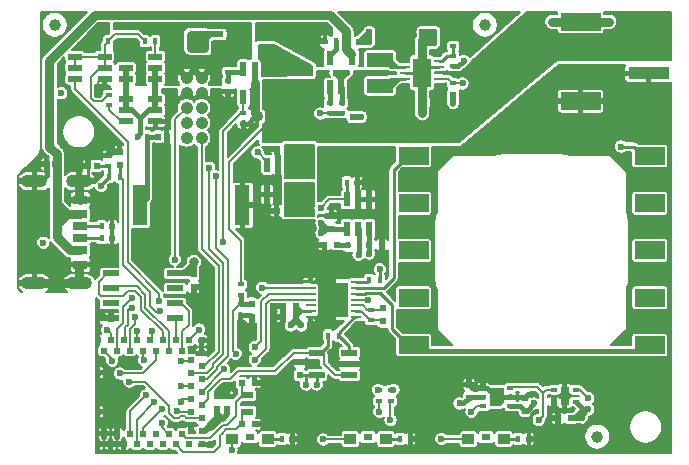
<source format=gtl>
G04 #@! TF.GenerationSoftware,KiCad,Pcbnew,(5.1.9)-1*
G04 #@! TF.CreationDate,2021-03-02T14:07:55-05:00*
G04 #@! TF.ProjectId,Canary,43616e61-7279-42e6-9b69-6361645f7063,A.1*
G04 #@! TF.SameCoordinates,Original*
G04 #@! TF.FileFunction,Copper,L1,Top*
G04 #@! TF.FilePolarity,Positive*
%FSLAX46Y46*%
G04 Gerber Fmt 4.6, Leading zero omitted, Abs format (unit mm)*
G04 Created by KiCad (PCBNEW (5.1.9)-1) date 2021-03-02 14:07:55*
%MOMM*%
%LPD*%
G01*
G04 APERTURE LIST*
G04 #@! TA.AperFunction,SMDPad,CuDef*
%ADD10R,1.200000X0.800000*%
G04 #@! TD*
G04 #@! TA.AperFunction,SMDPad,CuDef*
%ADD11R,1.200000X0.760000*%
G04 #@! TD*
G04 #@! TA.AperFunction,SMDPad,CuDef*
%ADD12R,1.200000X0.700000*%
G04 #@! TD*
G04 #@! TA.AperFunction,ComponentPad*
%ADD13O,2.200000X1.100000*%
G04 #@! TD*
G04 #@! TA.AperFunction,SMDPad,CuDef*
%ADD14C,1.000000*%
G04 #@! TD*
G04 #@! TA.AperFunction,SMDPad,CuDef*
%ADD15R,0.590000X1.240000*%
G04 #@! TD*
G04 #@! TA.AperFunction,SMDPad,CuDef*
%ADD16R,0.810000X0.260000*%
G04 #@! TD*
G04 #@! TA.AperFunction,SMDPad,CuDef*
%ADD17R,1.630000X2.480000*%
G04 #@! TD*
G04 #@! TA.AperFunction,SMDPad,CuDef*
%ADD18R,0.400000X0.600000*%
G04 #@! TD*
G04 #@! TA.AperFunction,SMDPad,CuDef*
%ADD19R,0.470000X0.600000*%
G04 #@! TD*
G04 #@! TA.AperFunction,SMDPad,CuDef*
%ADD20R,1.100000X0.600000*%
G04 #@! TD*
G04 #@! TA.AperFunction,SMDPad,CuDef*
%ADD21R,0.550000X0.400000*%
G04 #@! TD*
G04 #@! TA.AperFunction,SMDPad,CuDef*
%ADD22C,0.100000*%
G04 #@! TD*
G04 #@! TA.AperFunction,SMDPad,CuDef*
%ADD23R,2.500000X1.500000*%
G04 #@! TD*
G04 #@! TA.AperFunction,SMDPad,CuDef*
%ADD24R,3.500000X1.000000*%
G04 #@! TD*
G04 #@! TA.AperFunction,SMDPad,CuDef*
%ADD25R,3.400000X1.500000*%
G04 #@! TD*
G04 #@! TA.AperFunction,SMDPad,CuDef*
%ADD26R,0.550000X0.350000*%
G04 #@! TD*
G04 #@! TA.AperFunction,SMDPad,CuDef*
%ADD27R,0.700000X1.600000*%
G04 #@! TD*
G04 #@! TA.AperFunction,SMDPad,CuDef*
%ADD28R,0.600000X1.220000*%
G04 #@! TD*
G04 #@! TA.AperFunction,ComponentPad*
%ADD29C,1.050000*%
G04 #@! TD*
G04 #@! TA.AperFunction,SMDPad,CuDef*
%ADD30R,0.600000X0.400000*%
G04 #@! TD*
G04 #@! TA.AperFunction,SMDPad,CuDef*
%ADD31R,0.500000X0.600000*%
G04 #@! TD*
G04 #@! TA.AperFunction,SMDPad,CuDef*
%ADD32R,0.600000X0.500000*%
G04 #@! TD*
G04 #@! TA.AperFunction,SMDPad,CuDef*
%ADD33R,0.800000X0.750000*%
G04 #@! TD*
G04 #@! TA.AperFunction,SMDPad,CuDef*
%ADD34R,1.358900X0.457200*%
G04 #@! TD*
G04 #@! TA.AperFunction,SMDPad,CuDef*
%ADD35R,0.500000X0.500000*%
G04 #@! TD*
G04 #@! TA.AperFunction,SMDPad,CuDef*
%ADD36R,2.220000X1.200000*%
G04 #@! TD*
G04 #@! TA.AperFunction,SMDPad,CuDef*
%ADD37R,2.700000X0.800000*%
G04 #@! TD*
G04 #@! TA.AperFunction,SMDPad,CuDef*
%ADD38R,1.300000X3.400000*%
G04 #@! TD*
G04 #@! TA.AperFunction,SMDPad,CuDef*
%ADD39R,1.220000X0.500000*%
G04 #@! TD*
G04 #@! TA.AperFunction,SMDPad,CuDef*
%ADD40R,1.447800X0.558800*%
G04 #@! TD*
G04 #@! TA.AperFunction,SMDPad,CuDef*
%ADD41R,0.860000X0.270000*%
G04 #@! TD*
G04 #@! TA.AperFunction,SMDPad,CuDef*
%ADD42R,2.600000X3.000000*%
G04 #@! TD*
G04 #@! TA.AperFunction,SMDPad,CuDef*
%ADD43R,1.320800X0.558800*%
G04 #@! TD*
G04 #@! TA.AperFunction,SMDPad,CuDef*
%ADD44R,0.590000X1.210000*%
G04 #@! TD*
G04 #@! TA.AperFunction,SMDPad,CuDef*
%ADD45R,0.800000X0.600000*%
G04 #@! TD*
G04 #@! TA.AperFunction,SMDPad,CuDef*
%ADD46R,1.000000X0.900000*%
G04 #@! TD*
G04 #@! TA.AperFunction,ViaPad*
%ADD47C,0.600000*%
G04 #@! TD*
G04 #@! TA.AperFunction,ViaPad*
%ADD48C,0.800000*%
G04 #@! TD*
G04 #@! TA.AperFunction,Conductor*
%ADD49C,0.203200*%
G04 #@! TD*
G04 #@! TA.AperFunction,Conductor*
%ADD50C,0.381000*%
G04 #@! TD*
G04 #@! TA.AperFunction,Conductor*
%ADD51C,0.254000*%
G04 #@! TD*
G04 #@! TA.AperFunction,Conductor*
%ADD52C,0.508000*%
G04 #@! TD*
G04 #@! TA.AperFunction,Conductor*
%ADD53C,0.762000*%
G04 #@! TD*
G04 #@! TA.AperFunction,Conductor*
%ADD54C,0.100000*%
G04 #@! TD*
G04 APERTURE END LIST*
D10*
X121630000Y-94250000D03*
X121630000Y-99750000D03*
D11*
X121630000Y-95480000D03*
X121630000Y-98520000D03*
D12*
X121630000Y-96500000D03*
X121630000Y-97500000D03*
D13*
X121550000Y-92680000D03*
X121550000Y-101320000D03*
X117750000Y-92680000D03*
X117750000Y-101320000D03*
D14*
X119470000Y-79450000D03*
X165400000Y-114300000D03*
X155900000Y-79450000D03*
D15*
X137350000Y-83215000D03*
X136400000Y-83215000D03*
X135450000Y-83215000D03*
X135450000Y-85585000D03*
X137350000Y-85585000D03*
D16*
X149105000Y-82500000D03*
X149105000Y-83000000D03*
X149105000Y-83500000D03*
X149105000Y-84000000D03*
X149105000Y-84500000D03*
X151995000Y-84500000D03*
X151995000Y-84000000D03*
X151995000Y-83500000D03*
X151995000Y-83000000D03*
X151995000Y-82500000D03*
D17*
X150550000Y-83500000D03*
D18*
X126400000Y-88900000D03*
X127300000Y-88900000D03*
D19*
X119515000Y-91250000D03*
X118785000Y-91250000D03*
X128215000Y-88900000D03*
X128945000Y-88900000D03*
X123015000Y-91380000D03*
X122285000Y-91380000D03*
D20*
X135750000Y-110800000D03*
X135750000Y-112200000D03*
D21*
X158050000Y-111750000D03*
X158050000Y-110950000D03*
X158050000Y-110150000D03*
X155750000Y-110150000D03*
X155750000Y-110950000D03*
X155750000Y-111750000D03*
G04 #@! TA.AperFunction,SMDPad,CuDef*
D22*
G36*
X156300000Y-110150000D02*
G01*
X157500000Y-110150000D01*
X157500000Y-111450000D01*
X157200000Y-111750000D01*
X156300000Y-111750000D01*
X156300000Y-110150000D01*
G37*
G04 #@! TD.AperFunction*
D23*
X169850000Y-106550000D03*
X169850000Y-102550000D03*
X169850000Y-98550000D03*
X169850000Y-94550000D03*
X169850000Y-90550000D03*
X149850000Y-90550000D03*
X149850000Y-94550000D03*
X149850000Y-98550000D03*
X149850000Y-102550000D03*
X149850000Y-106550000D03*
D24*
X169750000Y-83550000D03*
X169750000Y-81550000D03*
D25*
X164000000Y-85900000D03*
X164000000Y-79200000D03*
D26*
X163575000Y-111350000D03*
X163575000Y-110350000D03*
X161725000Y-110350000D03*
X161725000Y-111350000D03*
D27*
X162650000Y-110850000D03*
D28*
X142775000Y-84745000D03*
X143725000Y-84745000D03*
X144675000Y-84745000D03*
X144675000Y-82255000D03*
X142775000Y-82255000D03*
D29*
X131900000Y-83940000D03*
X130630000Y-83940000D03*
X131900000Y-85210000D03*
X130630000Y-85210000D03*
X131900000Y-86480000D03*
X130630000Y-86480000D03*
X131900000Y-87750000D03*
X130630000Y-87750000D03*
X131900000Y-89020000D03*
X130630000Y-89020000D03*
D18*
X124075000Y-92300000D03*
X124975000Y-92300000D03*
D30*
X124025000Y-91400000D03*
X124025000Y-90500000D03*
D31*
X124975000Y-91300000D03*
X124975000Y-90200000D03*
X136150000Y-103050000D03*
X136150000Y-104150000D03*
X133200000Y-112000000D03*
X133200000Y-110900000D03*
X134100000Y-112000000D03*
X134100000Y-110900000D03*
X131250000Y-100550000D03*
X131250000Y-101650000D03*
D32*
X136400000Y-109750000D03*
X135300000Y-109750000D03*
X135300000Y-113250000D03*
X136400000Y-113250000D03*
X163200000Y-112750000D03*
X162100000Y-112750000D03*
D31*
X159250000Y-112100000D03*
X159250000Y-111000000D03*
X154550000Y-111000000D03*
X154550000Y-109900000D03*
X142900000Y-96725000D03*
X142900000Y-95625000D03*
D32*
X146100000Y-98075000D03*
X147200000Y-98075000D03*
X143400000Y-98075000D03*
X142300000Y-98075000D03*
X139895000Y-104150000D03*
X138795000Y-104150000D03*
X139895000Y-103250000D03*
X138795000Y-103250000D03*
D31*
X147275000Y-104550000D03*
X147275000Y-103450000D03*
X140200000Y-109100000D03*
X140200000Y-108000000D03*
D33*
X150600000Y-86000000D03*
X149100000Y-86000000D03*
D32*
X139400000Y-89950000D03*
X138300000Y-89950000D03*
D33*
X150600000Y-81000000D03*
X149100000Y-81000000D03*
D32*
X144175000Y-80900000D03*
X145275000Y-80900000D03*
D33*
X136650000Y-87200000D03*
X138150000Y-87200000D03*
D32*
X139350000Y-95200000D03*
X138250000Y-95200000D03*
D31*
X144725000Y-86150000D03*
X144725000Y-87250000D03*
D33*
X132100000Y-81400000D03*
X133600000Y-81400000D03*
D32*
X134600000Y-80250000D03*
X133500000Y-80250000D03*
D34*
X135327650Y-81300000D03*
X137372350Y-81300000D03*
D35*
X123100000Y-114950000D03*
X123650000Y-114050000D03*
X124200000Y-114950000D03*
X124750000Y-114050000D03*
X125300000Y-114950000D03*
X125850000Y-114050000D03*
X126400000Y-114950000D03*
X126950000Y-114050000D03*
X127500000Y-114950000D03*
X128050000Y-114050000D03*
X128600000Y-114950000D03*
X129150000Y-114050000D03*
X129700000Y-114950000D03*
X130250000Y-114050000D03*
X130800000Y-114950000D03*
X131900000Y-114950000D03*
X131900000Y-113850000D03*
X131000000Y-113300000D03*
X131900000Y-112750000D03*
X131000000Y-112200000D03*
X131900000Y-111650000D03*
X131000000Y-111100000D03*
X131900000Y-110550000D03*
X131000000Y-110000000D03*
X131900000Y-109450000D03*
X131000000Y-108900000D03*
X131900000Y-108350000D03*
X131000000Y-107800000D03*
X131900000Y-107250000D03*
X131900000Y-106150000D03*
X130800000Y-106150000D03*
X130250000Y-107050000D03*
X129700000Y-106150000D03*
X129150000Y-107050000D03*
X128600000Y-106150000D03*
X128050000Y-107050000D03*
X127500000Y-106150000D03*
X126950000Y-107050000D03*
X126400000Y-106150000D03*
X125850000Y-107050000D03*
X125300000Y-106150000D03*
X124750000Y-107050000D03*
X124200000Y-106150000D03*
X123650000Y-107050000D03*
X123100000Y-106150000D03*
X123100000Y-108900000D03*
X123100000Y-112200000D03*
D36*
X147000000Y-84610000D03*
X147000000Y-82390000D03*
D37*
X139950000Y-85500000D03*
X139950000Y-83300000D03*
D38*
X126670000Y-94720000D03*
X135370000Y-94720000D03*
D39*
X121200000Y-82125000D03*
X121200000Y-83075000D03*
X121200000Y-84025000D03*
X123690000Y-84025000D03*
X123690000Y-83075000D03*
X123690000Y-82125000D03*
X127995000Y-84025000D03*
X127995000Y-83075000D03*
X127995000Y-82125000D03*
X125505000Y-82125000D03*
X125505000Y-83075000D03*
X125505000Y-84025000D03*
X125505000Y-85725000D03*
X125505000Y-86675000D03*
X125505000Y-87625000D03*
X127995000Y-87625000D03*
X127995000Y-86675000D03*
X127995000Y-85725000D03*
D30*
X135215000Y-102325000D03*
X135215000Y-101425000D03*
X135210000Y-103120000D03*
X135210000Y-104020000D03*
X146950000Y-110400000D03*
X146950000Y-111300000D03*
D18*
X124875000Y-80825000D03*
X123975000Y-80825000D03*
D30*
X147920000Y-110400000D03*
X147920000Y-111300000D03*
D18*
X127100000Y-80825000D03*
X128000000Y-80825000D03*
D30*
X124075000Y-85350000D03*
X124075000Y-86250000D03*
D18*
X138700000Y-114500000D03*
X139600000Y-114500000D03*
X148700000Y-114500000D03*
X149600000Y-114500000D03*
X158700000Y-114500000D03*
X159600000Y-114500000D03*
X144200000Y-92800000D03*
X145100000Y-92800000D03*
X145200000Y-98125000D03*
X144300000Y-98125000D03*
D30*
X146275000Y-104450000D03*
X146275000Y-103550000D03*
D18*
X147000000Y-101050000D03*
X146100000Y-101050000D03*
X143500000Y-105750000D03*
X142600000Y-105750000D03*
D30*
X153200000Y-84400000D03*
X153200000Y-85300000D03*
D18*
X123450000Y-97500000D03*
X124350000Y-97500000D03*
X123450000Y-96500000D03*
X124350000Y-96500000D03*
D30*
X153200000Y-80350000D03*
X153200000Y-81250000D03*
X153200000Y-82050000D03*
X153200000Y-82950000D03*
X143775000Y-86950000D03*
X143775000Y-86050000D03*
X142775000Y-86950000D03*
X142775000Y-86050000D03*
X140650000Y-93000000D03*
X140650000Y-92100000D03*
X135450000Y-86900000D03*
X135450000Y-87800000D03*
D18*
X143275000Y-80850000D03*
X142375000Y-80850000D03*
D30*
X134150000Y-82500000D03*
X134150000Y-83400000D03*
X134150000Y-84200000D03*
X134150000Y-85100000D03*
D40*
X124219500Y-100495000D03*
X124219500Y-101765000D03*
X124219500Y-103035000D03*
X124219500Y-104305000D03*
X129680500Y-104305000D03*
X129680500Y-103035000D03*
X129680500Y-101765000D03*
X129680500Y-100495000D03*
D28*
X146100000Y-94230000D03*
X145150000Y-94230000D03*
X144200000Y-94230000D03*
X144200000Y-96720000D03*
X145150000Y-96720000D03*
X146100000Y-96720000D03*
D41*
X141140000Y-101200000D03*
X141140000Y-101700000D03*
X141140000Y-102200000D03*
X141140000Y-102700000D03*
X141140000Y-103200000D03*
X141140000Y-103700000D03*
X141140000Y-104200000D03*
X145010000Y-104200000D03*
X145010000Y-103700000D03*
X145010000Y-103200000D03*
X145010000Y-102700000D03*
X145010000Y-102200000D03*
X145010000Y-101700000D03*
X145010000Y-101200000D03*
D42*
X143075000Y-102700000D03*
D43*
X144421600Y-109089800D03*
X144421600Y-108150000D03*
X144421600Y-107210200D03*
X141678400Y-107210200D03*
X141678400Y-109089800D03*
D44*
X139350000Y-91295000D03*
X138400000Y-91295000D03*
X137450000Y-91295000D03*
X137450000Y-93805000D03*
X139350000Y-93805000D03*
D45*
X136000000Y-114350000D03*
D46*
X134500000Y-114500000D03*
X137500000Y-114500000D03*
D45*
X146000000Y-114350000D03*
D46*
X144500000Y-114500000D03*
X147500000Y-114500000D03*
D45*
X156000000Y-114350000D03*
D46*
X154500000Y-114500000D03*
X157500000Y-114500000D03*
D47*
X129800000Y-112100000D03*
X134800000Y-107300000D03*
X137500000Y-89950000D03*
X134450000Y-110150000D03*
X141050000Y-108150000D03*
X143150000Y-108150000D03*
X150550000Y-84050000D03*
X123250000Y-107950000D03*
X123250000Y-109800000D03*
X123250000Y-111300000D03*
X123250000Y-113150000D03*
X124200000Y-113150000D03*
X125150000Y-113150000D03*
X130250000Y-113250000D03*
X150600000Y-80050000D03*
X151600000Y-80975000D03*
X151600000Y-80050000D03*
X153200000Y-86050000D03*
X143250000Y-83500000D03*
X144200000Y-83500000D03*
X150550000Y-82900000D03*
X150600000Y-86950000D03*
X146100000Y-80875000D03*
X141700000Y-80850000D03*
X166400000Y-79200000D03*
X161600000Y-79200000D03*
X167200000Y-83600000D03*
X167200000Y-84800000D03*
X168400000Y-84800000D03*
X169600000Y-84800000D03*
X170800000Y-84800000D03*
X165000000Y-84400000D03*
X163950000Y-84400000D03*
X154100000Y-82500000D03*
X131000000Y-81400000D03*
X132100000Y-80300000D03*
X131000000Y-80300000D03*
X146100000Y-80050000D03*
X145400000Y-87250000D03*
X136400000Y-84400000D03*
X136400000Y-85200000D03*
X136400000Y-86000000D03*
X138400000Y-92600000D03*
X137600000Y-92600000D03*
X138400000Y-93400000D03*
X138400000Y-94200000D03*
X132750000Y-106675000D03*
X132750000Y-105825000D03*
X146100000Y-95450000D03*
X145150000Y-95450000D03*
X143600000Y-95450000D03*
X141450000Y-98100000D03*
X139600000Y-115300000D03*
X149600000Y-115300000D03*
X159600000Y-115300000D03*
X133650000Y-110150000D03*
X137400000Y-95200000D03*
X137980000Y-104140000D03*
X137980000Y-103280000D03*
X141900000Y-104700000D03*
X142700000Y-104700000D03*
X141900000Y-100700000D03*
X142700000Y-100700000D03*
X121620000Y-81170000D03*
X123110000Y-85330000D03*
X124200000Y-89750000D03*
D48*
X131250000Y-102650000D03*
D47*
X123150000Y-103650000D03*
X132700000Y-114975000D03*
X136150000Y-105000000D03*
X160050000Y-110700000D03*
X137250000Y-109750000D03*
X137250000Y-113250000D03*
X167600000Y-111600000D03*
X169400000Y-111600000D03*
X167600000Y-113400000D03*
X128870000Y-89800000D03*
X170200000Y-85700000D03*
X169000000Y-85700000D03*
X167800000Y-85700000D03*
X136590000Y-93830000D03*
X136600000Y-95700000D03*
X167600000Y-115200000D03*
X171200000Y-111600000D03*
D48*
X131250000Y-99550000D03*
D47*
X120020000Y-85230000D03*
X133250000Y-112800000D03*
X132650000Y-113400000D03*
X140300000Y-90000000D03*
X140300000Y-90800000D03*
X141100000Y-90400000D03*
X141100000Y-91200000D03*
X152350000Y-80500000D03*
X148100000Y-81150000D03*
X148100000Y-80350000D03*
X148850000Y-79950000D03*
X149650000Y-79950000D03*
X153200000Y-79600000D03*
X118500000Y-97900000D03*
X164100000Y-112700000D03*
X164650000Y-112000000D03*
X153750000Y-111500000D03*
X146850000Y-110350000D03*
X148150000Y-110350000D03*
X142050000Y-97100000D03*
X142050000Y-96250000D03*
X141100000Y-93900000D03*
X140300000Y-95100000D03*
X141100000Y-94700000D03*
X140300000Y-94300000D03*
X140750000Y-109900000D03*
X141650000Y-109900000D03*
X139450000Y-104900000D03*
X140350000Y-104900000D03*
X160050000Y-111500000D03*
X146000000Y-102730000D03*
X146087500Y-98807500D03*
X145200000Y-98910000D03*
X132170000Y-82580000D03*
X125600000Y-80830000D03*
X126250000Y-81370000D03*
X135500000Y-80500000D03*
X130200000Y-110000000D03*
X134450000Y-115450000D03*
X142200000Y-114550000D03*
X133800000Y-108600000D03*
X130200000Y-111350000D03*
X152200000Y-114500000D03*
X126450000Y-105400000D03*
X124335000Y-107885000D03*
X124990000Y-108960000D03*
X123920000Y-105280000D03*
X127200000Y-110825000D03*
X133750000Y-97850000D03*
X127875000Y-111400000D03*
X141975000Y-94975000D03*
X128525000Y-112000000D03*
X137050000Y-101700000D03*
X128300000Y-102850000D03*
X128525000Y-113125000D03*
X133090000Y-92270000D03*
X132550000Y-91540000D03*
X130200000Y-107900000D03*
X136400000Y-107800000D03*
X147900000Y-112900000D03*
X160450000Y-112900000D03*
X131700000Y-105250000D03*
X136400000Y-106750000D03*
X146950000Y-112200000D03*
X154750000Y-112200000D03*
X164650000Y-111050000D03*
X141950000Y-86950000D03*
X126250000Y-104200000D03*
X154000000Y-84400000D03*
X126000000Y-103400000D03*
X136650000Y-90250000D03*
X126000000Y-102550000D03*
X127700000Y-105400000D03*
X128400000Y-103700000D03*
X127050000Y-107850000D03*
X129650000Y-99330000D03*
X147000000Y-100140000D03*
X167420000Y-89750000D03*
X123400000Y-93100000D03*
X125800000Y-109650000D03*
D49*
X135080000Y-103120000D02*
X135210000Y-103120000D01*
D50*
X136080000Y-103120000D02*
X136150000Y-103050000D01*
X135210000Y-103120000D02*
X136080000Y-103120000D01*
X135210000Y-102330000D02*
X135215000Y-102325000D01*
X135210000Y-103120000D02*
X135210000Y-102330000D01*
D49*
X134550000Y-107050000D02*
X134800000Y-107300000D01*
X135130000Y-103120000D02*
X134550000Y-103700000D01*
X135210000Y-103120000D02*
X135130000Y-103120000D01*
X134550000Y-103700000D02*
X134550000Y-107050000D01*
X129900000Y-112200000D02*
X129800000Y-112100000D01*
X131000000Y-112200000D02*
X129900000Y-112200000D01*
D51*
X149105000Y-83500000D02*
X150550000Y-83500000D01*
X151050000Y-83000000D02*
X150575000Y-82900000D01*
X151995000Y-83000000D02*
X151050000Y-83000000D01*
D52*
X153200000Y-86125000D02*
X153200000Y-85375000D01*
X143725000Y-83975000D02*
X143250000Y-83500000D01*
X143725000Y-83975000D02*
X144200000Y-83500000D01*
X143725000Y-84745000D02*
X143725000Y-83975000D01*
X144200000Y-83500000D02*
X143250000Y-83500000D01*
D51*
X150575000Y-82900000D02*
X150550000Y-83500000D01*
D53*
X150600000Y-86950000D02*
X150600000Y-86000000D01*
X150600000Y-83550000D02*
X150550000Y-83500000D01*
X150600000Y-86000000D02*
X150600000Y-83550000D01*
X164000000Y-79200000D02*
X166400000Y-79200000D01*
X164000000Y-79200000D02*
X161600000Y-79200000D01*
D50*
X153650000Y-82950000D02*
X154100000Y-82500000D01*
X153200000Y-82950000D02*
X153650000Y-82950000D01*
D53*
X132100000Y-81400000D02*
X132100000Y-80300000D01*
X132100000Y-80300000D02*
X131000000Y-80300000D01*
X131000000Y-80300000D02*
X131000000Y-81400000D01*
X131000000Y-81400000D02*
X132100000Y-81400000D01*
X132100000Y-81400000D02*
X131000000Y-80300000D01*
D52*
X132150000Y-80250000D02*
X132100000Y-80300000D01*
X133500000Y-80250000D02*
X132150000Y-80250000D01*
X132650000Y-80250000D02*
X132200000Y-80700000D01*
X133500000Y-80250000D02*
X132650000Y-80250000D01*
X145400000Y-87250000D02*
X144725000Y-87250000D01*
X145300000Y-80900000D02*
X146100000Y-80100000D01*
X145275000Y-80900000D02*
X145300000Y-80900000D01*
X146100000Y-80100000D02*
X146100000Y-80875000D01*
X146075000Y-80900000D02*
X146100000Y-80875000D01*
X145275000Y-80900000D02*
X146075000Y-80900000D01*
X141700000Y-80850000D02*
X142300000Y-80850000D01*
X136400000Y-83215000D02*
X136400000Y-84400000D01*
D53*
X136400000Y-86950000D02*
X136400000Y-86000000D01*
X136650000Y-87200000D02*
X136400000Y-86950000D01*
X136400000Y-86000000D02*
X136400000Y-84400000D01*
D52*
X150625000Y-80975000D02*
X150600000Y-81000000D01*
X151600000Y-80975000D02*
X150625000Y-80975000D01*
X150600000Y-81000000D02*
X150600000Y-80050000D01*
X150600000Y-80050000D02*
X151600000Y-80050000D01*
X151600000Y-80050000D02*
X151600000Y-80975000D01*
X151525000Y-80975000D02*
X150600000Y-80050000D01*
X151600000Y-80975000D02*
X151525000Y-80975000D01*
X151550000Y-80050000D02*
X150600000Y-81000000D01*
X151600000Y-80050000D02*
X151550000Y-80050000D01*
D53*
X121550000Y-94170000D02*
X121630000Y-94250000D01*
X121550000Y-92680000D02*
X121550000Y-94170000D01*
X121550000Y-99830000D02*
X121630000Y-99750000D01*
X121550000Y-101320000D02*
X121550000Y-99830000D01*
X121550000Y-101320000D02*
X117750000Y-101320000D01*
D50*
X136650000Y-87200000D02*
X136400000Y-87200000D01*
X135800000Y-87800000D02*
X135450000Y-87800000D01*
X136400000Y-87200000D02*
X135800000Y-87800000D01*
X145150000Y-95450000D02*
X145150000Y-94230000D01*
X146100000Y-95450000D02*
X146100000Y-94230000D01*
X143075000Y-95450000D02*
X142900000Y-95625000D01*
X143600000Y-95450000D02*
X143075000Y-95450000D01*
D51*
X145100000Y-94180000D02*
X145150000Y-94230000D01*
X145100000Y-92800000D02*
X145100000Y-94180000D01*
D50*
X142275000Y-98100000D02*
X142300000Y-98075000D01*
X141450000Y-98100000D02*
X142275000Y-98100000D01*
D51*
X140900000Y-108000000D02*
X141050000Y-108150000D01*
X140200000Y-108000000D02*
X140900000Y-108000000D01*
X144421600Y-108150000D02*
X143150000Y-108150000D01*
X159600000Y-115300000D02*
X159600000Y-114500000D01*
X149600000Y-115300000D02*
X149600000Y-114500000D01*
X139600000Y-115300000D02*
X139600000Y-114500000D01*
D52*
X133200000Y-110550000D02*
X133600000Y-110150000D01*
X133200000Y-110900000D02*
X133200000Y-110550000D01*
X134100000Y-110450000D02*
X134400000Y-110150000D01*
X134100000Y-110900000D02*
X134100000Y-110450000D01*
X133600000Y-110400000D02*
X134100000Y-110900000D01*
X133600000Y-110150000D02*
X133600000Y-110400000D01*
X133250000Y-110900000D02*
X134000000Y-110150000D01*
X133200000Y-110900000D02*
X133250000Y-110900000D01*
X134000000Y-110150000D02*
X133600000Y-110150000D01*
X134400000Y-110150000D02*
X134000000Y-110150000D01*
D51*
X141140000Y-101200000D02*
X141400000Y-101200000D01*
X143075000Y-102375000D02*
X141650000Y-100950000D01*
X143075000Y-102700000D02*
X143075000Y-102375000D01*
X141650000Y-100950000D02*
X141900000Y-100700000D01*
X141400000Y-101200000D02*
X141650000Y-100950000D01*
X141900000Y-101525000D02*
X143075000Y-102700000D01*
X142700000Y-102325000D02*
X143075000Y-102700000D01*
X142700000Y-103075000D02*
X143075000Y-102700000D01*
X142700000Y-104700000D02*
X142700000Y-103075000D01*
X141400000Y-104200000D02*
X141900000Y-104700000D01*
X141140000Y-104200000D02*
X141400000Y-104200000D01*
X141900000Y-103875000D02*
X143075000Y-102700000D01*
X141900000Y-104700000D02*
X141900000Y-103875000D01*
X141707922Y-104200000D02*
X141140000Y-104200000D01*
X143075000Y-102832922D02*
X141707922Y-104200000D01*
X143075000Y-102700000D02*
X143075000Y-102832922D01*
X141707922Y-104507922D02*
X141900000Y-104700000D01*
X141707922Y-104200000D02*
X141707922Y-104507922D01*
X141707922Y-101200000D02*
X141140000Y-101200000D01*
X143075000Y-102567078D02*
X141707922Y-101200000D01*
X143075000Y-102700000D02*
X143075000Y-102567078D01*
X142700000Y-100700000D02*
X142700000Y-102325000D01*
X141900000Y-100700000D02*
X141900000Y-101525000D01*
D52*
X142200000Y-104400000D02*
X142400001Y-104400001D01*
X142400000Y-101000000D02*
X142199999Y-100999999D01*
D50*
X138010000Y-103250000D02*
X137980000Y-103280000D01*
X138795000Y-103250000D02*
X138010000Y-103250000D01*
X137990000Y-104150000D02*
X137980000Y-104140000D01*
X138795000Y-104150000D02*
X137990000Y-104150000D01*
D53*
X142700000Y-100700000D02*
X142400000Y-101000000D01*
X141900000Y-100700000D02*
X142199999Y-100999999D01*
X142700000Y-104700000D02*
X142400001Y-104400001D01*
X141900000Y-104700000D02*
X142200000Y-104400000D01*
D49*
X123110000Y-85330000D02*
X123110000Y-85150000D01*
X123110000Y-84260000D02*
X123330000Y-84040000D01*
X123110000Y-85330000D02*
X123110000Y-84260000D01*
D50*
X143775000Y-84795000D02*
X143725000Y-84745000D01*
X143775000Y-86050000D02*
X143775000Y-84795000D01*
D53*
X150600000Y-83450000D02*
X150550000Y-83500000D01*
X150600000Y-81000000D02*
X150600000Y-83450000D01*
D52*
X131250000Y-101650000D02*
X131250000Y-102650000D01*
D49*
X121630000Y-94250000D02*
X122650000Y-94250000D01*
X124350000Y-95950000D02*
X124350000Y-96500000D01*
X122650000Y-94250000D02*
X124350000Y-95950000D01*
X121630000Y-99750000D02*
X122600000Y-99750000D01*
X124350000Y-98000000D02*
X124350000Y-97500000D01*
X122600000Y-99750000D02*
X124350000Y-98000000D01*
D50*
X123192910Y-103692910D02*
X123192910Y-103650000D01*
X123805000Y-104305000D02*
X123192910Y-103692910D01*
X124219500Y-104305000D02*
X123805000Y-104305000D01*
X131925000Y-114975000D02*
X131900000Y-114950000D01*
X132700000Y-114975000D02*
X131925000Y-114975000D01*
X136020000Y-104020000D02*
X136150000Y-104150000D01*
X135210000Y-104020000D02*
X136020000Y-104020000D01*
D52*
X136150000Y-105000000D02*
X136150000Y-104150000D01*
D50*
X159550000Y-110700000D02*
X159250000Y-111000000D01*
X160050000Y-110700000D02*
X159550000Y-110700000D01*
X159200000Y-110950000D02*
X159250000Y-111000000D01*
X158050000Y-110950000D02*
X159200000Y-110950000D01*
X158050000Y-110950000D02*
X156900000Y-110950000D01*
X156100000Y-110150000D02*
X156900000Y-110950000D01*
X155750000Y-110150000D02*
X156100000Y-110150000D01*
X154800000Y-110150000D02*
X154550000Y-109900000D01*
X155750000Y-110150000D02*
X154800000Y-110150000D01*
X128815000Y-89785000D02*
X128800000Y-89800000D01*
X117750000Y-92680000D02*
X118270000Y-92680000D01*
X118785000Y-92165000D02*
X118785000Y-91250000D01*
X118270000Y-92680000D02*
X118785000Y-92165000D01*
X124650000Y-90200000D02*
X124200000Y-89750000D01*
X124975000Y-90200000D02*
X124650000Y-90200000D01*
X124200000Y-90325000D02*
X124025000Y-90500000D01*
X124200000Y-89750000D02*
X124200000Y-90325000D01*
X124325000Y-90200000D02*
X124025000Y-90500000D01*
X124975000Y-90200000D02*
X124325000Y-90200000D01*
D49*
X130300000Y-113300000D02*
X130250000Y-113250000D01*
X131000000Y-113300000D02*
X130300000Y-113300000D01*
D51*
X122285000Y-92175000D02*
X122285000Y-91380000D01*
X121780000Y-92680000D02*
X122285000Y-92175000D01*
X121550000Y-92680000D02*
X121780000Y-92680000D01*
D50*
X128945000Y-89725000D02*
X128870000Y-89800000D01*
X128945000Y-88900000D02*
X128945000Y-89725000D01*
D52*
X132200000Y-113850000D02*
X132650000Y-113400000D01*
X131900000Y-113850000D02*
X132200000Y-113850000D01*
D53*
X133200000Y-112850000D02*
X132650000Y-113400000D01*
D52*
X134100000Y-112400000D02*
X134100000Y-112000000D01*
X133700000Y-112800000D02*
X134100000Y-112400000D01*
X133250000Y-112800000D02*
X133700000Y-112800000D01*
X133200000Y-112850000D02*
X133250000Y-112800000D01*
X133700000Y-112800000D02*
X133600000Y-112800000D01*
X133600000Y-112800000D02*
X133200000Y-112400000D01*
X133200000Y-112400000D02*
X133200000Y-112000000D01*
X133200000Y-112850000D02*
X133200000Y-112400000D01*
X131250000Y-100550000D02*
X131250000Y-99550000D01*
X131195000Y-100495000D02*
X131250000Y-100550000D01*
X129680500Y-100495000D02*
X131195000Y-100495000D01*
X129680500Y-100495000D02*
X130455000Y-100495000D01*
X131250000Y-99700000D02*
X131250000Y-99550000D01*
X130455000Y-100495000D02*
X131250000Y-99700000D01*
D49*
X130600000Y-114400000D02*
X130250000Y-114050000D01*
X133741990Y-113308010D02*
X133725000Y-113325000D01*
X134041990Y-113308010D02*
X133741990Y-113308010D01*
X132650000Y-114400000D02*
X132075000Y-114400000D01*
X133741990Y-113308010D02*
X132650000Y-114400000D01*
X132075000Y-114400000D02*
X132600000Y-114400000D01*
X130600000Y-114400000D02*
X132075000Y-114400000D01*
X135750000Y-110800000D02*
X135400000Y-110800000D01*
X135400000Y-110800000D02*
X134800000Y-111400000D01*
X134800000Y-111400000D02*
X134800000Y-112550000D01*
X134800000Y-112550000D02*
X134041990Y-113308010D01*
X135250000Y-109750000D02*
X135250000Y-109800000D01*
X135250000Y-109800000D02*
X135350000Y-109900000D01*
X135350000Y-109900000D02*
X135350000Y-110650000D01*
X135500000Y-110800000D02*
X135350000Y-110650000D01*
X135750000Y-110800000D02*
X135500000Y-110800000D01*
X135195999Y-113304001D02*
X135250000Y-113250000D01*
X135250000Y-113250000D02*
X135150000Y-113250000D01*
X135250000Y-113250000D02*
X135200000Y-113250000D01*
X132950000Y-115600000D02*
X133450000Y-115100000D01*
X134795999Y-113704001D02*
X135250000Y-113250000D01*
X130350000Y-115600000D02*
X132950000Y-115600000D01*
X129700000Y-114950000D02*
X130350000Y-115600000D01*
X133945999Y-113704001D02*
X133600000Y-114050000D01*
X134795999Y-113704001D02*
X133945999Y-113704001D01*
X133450000Y-114200000D02*
X133600000Y-114050000D01*
X133450000Y-115100000D02*
X133450000Y-114200000D01*
X133500000Y-114150000D02*
X133600000Y-114050000D01*
X135250000Y-113250000D02*
X135250000Y-113150000D01*
X135350000Y-113050000D02*
X135350000Y-112400000D01*
X135250000Y-113150000D02*
X135350000Y-113050000D01*
X135550000Y-112200000D02*
X135350000Y-112400000D01*
X135750000Y-112200000D02*
X135550000Y-112200000D01*
D50*
X142525000Y-96725000D02*
X142050000Y-96250000D01*
X142900000Y-96725000D02*
X142525000Y-96725000D01*
X142425000Y-96725000D02*
X142050000Y-97100000D01*
X142900000Y-96725000D02*
X142425000Y-96725000D01*
X142050000Y-97100000D02*
X142050000Y-96250000D01*
X144195000Y-96725000D02*
X144200000Y-96720000D01*
X142900000Y-96725000D02*
X144195000Y-96725000D01*
D51*
X140210200Y-109089800D02*
X140200000Y-109100000D01*
X140260200Y-109089800D02*
X140210200Y-109089800D01*
X141650000Y-109118200D02*
X141678400Y-109089800D01*
X141650000Y-109900000D02*
X141650000Y-109118200D01*
X140750000Y-109150000D02*
X140810200Y-109089800D01*
X140750000Y-109900000D02*
X140750000Y-109150000D01*
X140810200Y-109089800D02*
X140260200Y-109089800D01*
X141678400Y-109089800D02*
X140810200Y-109089800D01*
X140345000Y-103700000D02*
X139895000Y-104150000D01*
X140345000Y-103700000D02*
X141140000Y-103700000D01*
X139895000Y-103250000D02*
X140345000Y-103700000D01*
D52*
X139895000Y-104455000D02*
X139450000Y-104900000D01*
X139905000Y-104455000D02*
X139895000Y-104455000D01*
X140350000Y-104900000D02*
X139905000Y-104455000D01*
X139895000Y-103545000D02*
X140050000Y-103700000D01*
X139895000Y-103250000D02*
X139895000Y-103545000D01*
X139895000Y-103545000D02*
X139895000Y-104455000D01*
D50*
X154050000Y-111500000D02*
X154550000Y-111000000D01*
X153750000Y-111500000D02*
X154050000Y-111500000D01*
X154600000Y-110950000D02*
X154575000Y-110975000D01*
X155750000Y-110950000D02*
X154600000Y-110950000D01*
X164225000Y-112000000D02*
X163575000Y-111350000D01*
X164650000Y-112000000D02*
X164225000Y-112000000D01*
X164100000Y-111875000D02*
X163575000Y-111350000D01*
X164100000Y-112700000D02*
X164100000Y-111875000D01*
X163250000Y-112700000D02*
X163200000Y-112750000D01*
X164100000Y-112700000D02*
X163250000Y-112700000D01*
X164650000Y-112000000D02*
X164200000Y-112000000D01*
X163450000Y-112750000D02*
X163200000Y-112750000D01*
X164200000Y-112000000D02*
X163450000Y-112750000D01*
X164650000Y-112000000D02*
X164550000Y-112000000D01*
X164100000Y-112450000D02*
X164100000Y-112700000D01*
X164550000Y-112000000D02*
X164100000Y-112450000D01*
X158900000Y-111750000D02*
X159250000Y-112100000D01*
X158050000Y-111750000D02*
X158900000Y-111750000D01*
X154575000Y-110975000D02*
X154550000Y-111000000D01*
X159450000Y-112100000D02*
X160050000Y-111500000D01*
X159250000Y-112100000D02*
X159450000Y-112100000D01*
X146050000Y-98125000D02*
X146087500Y-98087500D01*
X145200000Y-96770000D02*
X145150000Y-96720000D01*
X146100000Y-96720000D02*
X146100000Y-98075000D01*
D49*
X145040000Y-102730000D02*
X145010000Y-102700000D01*
X146000000Y-102700000D02*
X145040000Y-102700000D01*
D50*
X145200000Y-98125000D02*
X145200000Y-96770000D01*
X146087500Y-98087500D02*
X146100000Y-98075000D01*
X146087500Y-98807500D02*
X146087500Y-98087500D01*
X145200000Y-98910000D02*
X145200000Y-98125000D01*
D52*
X137435000Y-85500000D02*
X137350000Y-85585000D01*
X139950000Y-85500000D02*
X137435000Y-85500000D01*
D53*
X139950000Y-85500000D02*
X137450000Y-85500000D01*
D49*
X138150000Y-87200000D02*
X138100000Y-87200000D01*
X138100000Y-87200000D02*
X134250000Y-91050000D01*
X134250000Y-96750000D02*
X134250000Y-91050000D01*
X135215000Y-97715000D02*
X134250000Y-96750000D01*
X135215000Y-101425000D02*
X135215000Y-97715000D01*
D53*
X144175000Y-81500000D02*
X144575000Y-81900000D01*
X144175000Y-80900000D02*
X144175000Y-81500000D01*
X120739878Y-98520000D02*
X119650000Y-97430122D01*
X121630000Y-98520000D02*
X120739878Y-98520000D01*
X119770000Y-95480000D02*
X119650000Y-95600000D01*
X120495000Y-95480000D02*
X119770000Y-95480000D01*
X121630000Y-95480000D02*
X120495000Y-95480000D01*
X119650000Y-96325000D02*
X120495000Y-95480000D01*
X119650000Y-97430122D02*
X119650000Y-96550000D01*
X119650000Y-96550000D02*
X119650000Y-96325000D01*
X119650000Y-96550000D02*
X119650000Y-95600000D01*
X119650000Y-94635000D02*
X120495000Y-95480000D01*
X119650000Y-94450000D02*
X119650000Y-94635000D01*
X119650000Y-95600000D02*
X119650000Y-94450000D01*
X119650000Y-90375000D02*
X119650000Y-94450000D01*
X119025000Y-89750000D02*
X119650000Y-90375000D01*
X144175000Y-80000000D02*
X143175000Y-79000000D01*
X144175000Y-80900000D02*
X144175000Y-80000000D01*
X119025000Y-82475000D02*
X119025000Y-89750000D01*
X142795000Y-78620000D02*
X144175000Y-80000000D01*
X122880000Y-78620000D02*
X142795000Y-78620000D01*
X119025000Y-82475000D02*
X122880000Y-78620000D01*
D49*
X130200000Y-110000000D02*
X131000000Y-110000000D01*
X134450000Y-114550000D02*
X134500000Y-114500000D01*
X134450000Y-115450000D02*
X134450000Y-114550000D01*
D50*
X137650000Y-114650000D02*
X137500000Y-114500000D01*
D51*
X138700000Y-114500000D02*
X137500000Y-114500000D01*
D49*
X144450000Y-114550000D02*
X144500000Y-114500000D01*
X142200000Y-114550000D02*
X144450000Y-114550000D01*
X131900000Y-110550000D02*
X131900000Y-110500000D01*
X131900000Y-110500000D02*
X133800000Y-108600000D01*
X133800000Y-108600000D02*
X133950000Y-108450000D01*
D50*
X147600000Y-114600000D02*
X147500000Y-114500000D01*
D51*
X148700000Y-114500000D02*
X147500000Y-114500000D01*
D49*
X130200000Y-111100000D02*
X131000000Y-111100000D01*
X152200000Y-114500000D02*
X154500000Y-114500000D01*
D50*
X157600000Y-114600000D02*
X157500000Y-114500000D01*
D51*
X158700000Y-114500000D02*
X157500000Y-114500000D01*
D52*
X137435000Y-83300000D02*
X137350000Y-83215000D01*
X139950000Y-83300000D02*
X137435000Y-83300000D01*
D53*
X139950000Y-83300000D02*
X137450000Y-83300000D01*
D52*
X137350000Y-83215000D02*
X137350000Y-81350000D01*
D49*
X126400000Y-106050000D02*
X126400000Y-106150000D01*
X126400000Y-105450000D02*
X126450000Y-105400000D01*
X126400000Y-106150000D02*
X126400000Y-105450000D01*
X124335000Y-107735000D02*
X123650000Y-107050000D01*
X124335000Y-107885000D02*
X124335000Y-107735000D01*
X128050000Y-107050000D02*
X128050000Y-107850000D01*
X128050000Y-107850000D02*
X126950000Y-108950000D01*
X126950000Y-108950000D02*
X125000000Y-108950000D01*
X124200000Y-105560000D02*
X123920000Y-105280000D01*
X124200000Y-106150000D02*
X124200000Y-105560000D01*
X135450000Y-85585000D02*
X135450000Y-86900000D01*
X135450000Y-86900000D02*
X135250000Y-86900000D01*
X135250000Y-86900000D02*
X133700000Y-88450000D01*
X125850000Y-112175000D02*
X127200000Y-110825000D01*
X125850000Y-114050000D02*
X125850000Y-112175000D01*
X133700000Y-97350000D02*
X133700000Y-97800000D01*
X133700000Y-97800000D02*
X133750000Y-97850000D01*
X133700000Y-88450000D02*
X133700000Y-97350000D01*
X133700000Y-97350000D02*
X133700000Y-97750000D01*
D51*
X144200000Y-92800000D02*
X144200000Y-94230000D01*
D49*
X144200000Y-94230000D02*
X142720000Y-94230000D01*
X142720000Y-94230000D02*
X141975000Y-94975000D01*
X126400000Y-112875000D02*
X127875000Y-111400000D01*
X126400000Y-114950000D02*
X126400000Y-112875000D01*
X126950000Y-113575000D02*
X128525000Y-112000000D01*
X126950000Y-114050000D02*
X126950000Y-113575000D01*
X138300000Y-101700000D02*
X137050000Y-101700000D01*
X141140000Y-101700000D02*
X138300000Y-101700000D01*
X138300000Y-101700000D02*
X138150000Y-101700000D01*
X125650000Y-89350000D02*
X121200000Y-84900000D01*
X121200000Y-84900000D02*
X121200000Y-84025000D01*
X125650000Y-99550000D02*
X125650000Y-89350000D01*
X128300000Y-102200000D02*
X125650000Y-99550000D01*
X128300000Y-102850000D02*
X128300000Y-102200000D01*
X128525000Y-113125000D02*
X128525000Y-113525000D01*
X129050000Y-114050000D02*
X129150000Y-114050000D01*
X128525000Y-113525000D02*
X129050000Y-114050000D01*
D51*
X141678400Y-107210200D02*
X141989800Y-107210200D01*
X142600000Y-106600000D02*
X142600000Y-106200000D01*
X141989800Y-107210200D02*
X142600000Y-106600000D01*
X142600000Y-106200000D02*
X142600000Y-106288600D01*
X142600000Y-105750000D02*
X142600000Y-106200000D01*
D49*
X144421600Y-109089800D02*
X143189800Y-109089800D01*
X143189800Y-109089800D02*
X142250000Y-108150000D01*
X141678400Y-107210200D02*
X142010200Y-107210200D01*
X141678400Y-107210200D02*
X142110200Y-107210200D01*
X142250000Y-107350000D02*
X142250000Y-108150000D01*
X142110200Y-107210200D02*
X142250000Y-107350000D01*
X131900000Y-111650000D02*
X132450000Y-111100000D01*
X132450000Y-111100000D02*
X132450000Y-110502908D01*
X132450000Y-110502908D02*
X133552908Y-109400000D01*
X133552908Y-109400000D02*
X133552908Y-109397092D01*
X133552908Y-109400000D02*
X134350000Y-109400000D01*
X134350000Y-109400000D02*
X135000000Y-108750000D01*
X135000000Y-108750000D02*
X138150000Y-108750000D01*
X139689800Y-107210200D02*
X141678400Y-107210200D01*
X138150000Y-108750000D02*
X139689800Y-107210200D01*
X133090000Y-98330000D02*
X133090000Y-92270000D01*
X134130000Y-99370000D02*
X133090000Y-98330000D01*
X134130000Y-107470000D02*
X134130000Y-99370000D01*
X133225000Y-108600000D02*
X133225000Y-108375000D01*
X133225000Y-108375000D02*
X134130000Y-107470000D01*
X132375000Y-109450000D02*
X133225000Y-108600000D01*
X131900000Y-109450000D02*
X132375000Y-109450000D01*
X132535999Y-98445999D02*
X132535999Y-91554001D01*
X133740000Y-99650000D02*
X132535999Y-98445999D01*
X132535999Y-91554001D02*
X132550000Y-91540000D01*
X133740000Y-107310000D02*
X133740000Y-99650000D01*
X132850000Y-108200000D02*
X133740000Y-107310000D01*
X132850000Y-108425000D02*
X132850000Y-108200000D01*
X132375000Y-108900000D02*
X132850000Y-108425000D01*
X131000000Y-108900000D02*
X132375000Y-108900000D01*
X131900000Y-108350000D02*
X132150000Y-108350000D01*
X132150000Y-108350000D02*
X133350000Y-107150000D01*
X133350000Y-107150000D02*
X133350000Y-99850000D01*
X131900000Y-98400000D02*
X132510000Y-99010000D01*
X131900000Y-89020000D02*
X131900000Y-98400000D01*
X132510000Y-99010000D02*
X131950000Y-98450000D01*
X133350000Y-99850000D02*
X132510000Y-99010000D01*
X130900000Y-107900000D02*
X131000000Y-107800000D01*
X130200000Y-107900000D02*
X130900000Y-107900000D01*
X147900000Y-111320000D02*
X147920000Y-111300000D01*
X147900000Y-112900000D02*
X147900000Y-111320000D01*
X161150000Y-110350000D02*
X161725000Y-110350000D01*
X158050000Y-110150000D02*
X158100000Y-110150000D01*
X158100000Y-110150000D02*
X158150000Y-110100000D01*
X158150000Y-110100000D02*
X160300000Y-110100000D01*
X160300000Y-110100000D02*
X160800000Y-110600000D01*
X160800000Y-112550000D02*
X160450000Y-112900000D01*
X160800000Y-110600000D02*
X160800000Y-112550000D01*
X161050000Y-110350000D02*
X160800000Y-110600000D01*
X161725000Y-110350000D02*
X161050000Y-110350000D01*
X137350000Y-106850000D02*
X136400000Y-107800000D01*
X137350000Y-103050000D02*
X137350000Y-106850000D01*
X137700000Y-102700000D02*
X137350000Y-103050000D01*
X141140000Y-102700000D02*
X137700000Y-102700000D01*
X130800000Y-106150000D02*
X131700000Y-105250000D01*
X146950000Y-112200000D02*
X146950000Y-111300000D01*
X163950000Y-110350000D02*
X164650000Y-111050000D01*
X163575000Y-110350000D02*
X163950000Y-110350000D01*
X155200000Y-111750000D02*
X154750000Y-112200000D01*
X155750000Y-111750000D02*
X155200000Y-111750000D01*
X136950000Y-106200000D02*
X136400000Y-106750000D01*
X136950000Y-102850000D02*
X136950000Y-106200000D01*
X137600000Y-102200000D02*
X136950000Y-102850000D01*
X141140000Y-102200000D02*
X137600000Y-102200000D01*
X130250000Y-107050000D02*
X130250000Y-105400000D01*
X130250000Y-105400000D02*
X130800000Y-104850000D01*
X130800000Y-104850000D02*
X130800000Y-103700000D01*
X130135000Y-103035000D02*
X129680500Y-103035000D01*
X130800000Y-103700000D02*
X130135000Y-103035000D01*
X129700000Y-104324500D02*
X129680500Y-104305000D01*
X129700000Y-106150000D02*
X129700000Y-104324500D01*
X124434500Y-101550000D02*
X124219500Y-101765000D01*
X126400000Y-101550000D02*
X124434500Y-101550000D01*
X127150000Y-102300000D02*
X126400000Y-101550000D01*
X127150000Y-103400000D02*
X127150000Y-102300000D01*
X129150000Y-105400000D02*
X127150000Y-103400000D01*
X129150000Y-107050000D02*
X129150000Y-105400000D01*
X126750000Y-102450000D02*
X126750000Y-103550000D01*
X126750000Y-103550000D02*
X128600000Y-105400000D01*
X126250000Y-101950000D02*
X126750000Y-102450000D01*
X125700000Y-101950000D02*
X126250000Y-101950000D01*
X125250000Y-102400000D02*
X125700000Y-101950000D01*
X123200000Y-102206002D02*
X123393998Y-102400000D01*
X123200000Y-101200000D02*
X123200000Y-102206002D01*
X123905000Y-100495000D02*
X123200000Y-101200000D01*
X123393998Y-102400000D02*
X125250000Y-102400000D01*
X124219500Y-100495000D02*
X123905000Y-100495000D01*
X128600000Y-105400000D02*
X128600000Y-106150000D01*
D50*
X143775000Y-86950000D02*
X142775000Y-86950000D01*
D49*
X142775000Y-86950000D02*
X141950000Y-86950000D01*
X125850000Y-105180078D02*
X126234079Y-104795999D01*
X125850000Y-107050000D02*
X125850000Y-105180078D01*
X126234079Y-104215921D02*
X126250000Y-104200000D01*
X126234079Y-104795999D02*
X126234079Y-104215921D01*
X152800000Y-84000000D02*
X153200000Y-84400000D01*
X151995000Y-84000000D02*
X152800000Y-84000000D01*
X154000000Y-84400000D02*
X153200000Y-84400000D01*
X125350000Y-106150000D02*
X125450000Y-106050000D01*
X125300000Y-106150000D02*
X125350000Y-106150000D01*
X125450000Y-106050000D02*
X125450000Y-105050000D01*
X125800000Y-103400000D02*
X125650000Y-103550000D01*
X126000000Y-103400000D02*
X125800000Y-103400000D01*
X125650000Y-104850000D02*
X125450000Y-105050000D01*
X125650000Y-103550000D02*
X125650000Y-104850000D01*
X137450000Y-91050000D02*
X136650000Y-90250000D01*
X137450000Y-91295000D02*
X137450000Y-91050000D01*
X124750000Y-107050000D02*
X124750000Y-105200000D01*
X126000000Y-102550000D02*
X126050000Y-102500000D01*
X126000000Y-102550000D02*
X125250000Y-103300000D01*
X125250000Y-104700000D02*
X124750000Y-105200000D01*
X125250000Y-103300000D02*
X125250000Y-104700000D01*
D51*
X123450000Y-96500000D02*
X121630000Y-96500000D01*
X123450000Y-97500000D02*
X121630000Y-97500000D01*
X148300000Y-84000000D02*
X147800000Y-84500000D01*
X149105000Y-84000000D02*
X148300000Y-84000000D01*
X147000000Y-84610000D02*
X147990000Y-84610000D01*
X148600000Y-84000000D02*
X149105000Y-84000000D01*
X147990000Y-84610000D02*
X148600000Y-84000000D01*
X146950000Y-84610000D02*
X147290000Y-84610000D01*
X147950000Y-84000000D02*
X148300000Y-84000000D01*
X147340000Y-84610000D02*
X147950000Y-84000000D01*
X147890000Y-82390000D02*
X147000000Y-82390000D01*
X148500000Y-83000000D02*
X147890000Y-82390000D01*
X149105000Y-83000000D02*
X148500000Y-83000000D01*
X148300000Y-83000000D02*
X148100000Y-82800000D01*
X149105000Y-83000000D02*
X148300000Y-83000000D01*
X146950000Y-82390000D02*
X147290000Y-82390000D01*
X147950000Y-83000000D02*
X148300000Y-83000000D01*
X147340000Y-82390000D02*
X147950000Y-83000000D01*
D52*
X126675000Y-94750000D02*
X126675000Y-93425000D01*
X126675000Y-93425000D02*
X126725000Y-93375000D01*
D50*
X128085000Y-88900000D02*
X127300000Y-88900000D01*
X127300000Y-94090000D02*
X126670000Y-94720000D01*
X127300000Y-88900000D02*
X127300000Y-94090000D01*
X128215000Y-88900000D02*
X127300000Y-88900000D01*
D49*
X121200000Y-83075000D02*
X121200000Y-82125000D01*
X121200000Y-82125000D02*
X123690000Y-82125000D01*
X123690000Y-82125000D02*
X123690000Y-83075000D01*
X123322798Y-83075000D02*
X122510000Y-83887798D01*
X123690000Y-83075000D02*
X123322798Y-83075000D01*
X122510000Y-83887798D02*
X122510000Y-85610000D01*
X122510000Y-85610000D02*
X122820000Y-85920000D01*
X123450000Y-85920000D02*
X123940000Y-85430000D01*
X122820000Y-85920000D02*
X123450000Y-85920000D01*
X123690000Y-81110000D02*
X123975000Y-80825000D01*
X123690000Y-82125000D02*
X123690000Y-81110000D01*
X123975000Y-80825000D02*
X123975000Y-80705000D01*
X127100000Y-80825000D02*
X126495000Y-80220000D01*
X124580000Y-80220000D02*
X123975000Y-80825000D01*
X126495000Y-80220000D02*
X124580000Y-80220000D01*
D51*
X144421600Y-106671600D02*
X143500000Y-105750000D01*
X144421600Y-107210200D02*
X144421600Y-106671600D01*
X143500000Y-105750000D02*
X143500000Y-105550000D01*
X144850000Y-104200000D02*
X145010000Y-104200000D01*
X143500000Y-105550000D02*
X144850000Y-104200000D01*
X153200000Y-82050000D02*
X152700000Y-82050000D01*
X152250000Y-82500000D02*
X151995000Y-82500000D01*
X152700000Y-82050000D02*
X152250000Y-82500000D01*
X153200000Y-81250000D02*
X153200000Y-82050000D01*
D50*
X142775000Y-84745000D02*
X142775000Y-86050000D01*
X142775000Y-82255000D02*
X142775000Y-81975000D01*
X143275000Y-81475000D02*
X143275000Y-80850000D01*
X142775000Y-81975000D02*
X143275000Y-81475000D01*
X134150000Y-84200000D02*
X134150000Y-83400000D01*
X135265000Y-83400000D02*
X135450000Y-83215000D01*
X134150000Y-83400000D02*
X135265000Y-83400000D01*
D51*
X124975000Y-92300000D02*
X124975000Y-91300000D01*
D49*
X124975000Y-92300000D02*
X125250000Y-92575000D01*
X125250000Y-92575000D02*
X125250000Y-99800000D01*
X127700000Y-105950000D02*
X127500000Y-106150000D01*
X127700000Y-105400000D02*
X127700000Y-105950000D01*
X127550000Y-102100000D02*
X125250000Y-99800000D01*
X127550000Y-103250000D02*
X127550000Y-102100000D01*
X128050000Y-103750000D02*
X127550000Y-103250000D01*
X128400000Y-103750000D02*
X128050000Y-103750000D01*
X126950000Y-107750000D02*
X127050000Y-107850000D01*
X126950000Y-107050000D02*
X126950000Y-107750000D01*
X130630000Y-86480000D02*
X129660000Y-87450000D01*
X129660000Y-87450000D02*
X129660000Y-99330000D01*
D51*
X168550000Y-89750000D02*
X168600000Y-89800000D01*
X167420000Y-89750000D02*
X168550000Y-89750000D01*
D49*
X168600000Y-89800000D02*
X169390000Y-90590000D01*
D51*
X169350000Y-90550000D02*
X168550000Y-89750000D01*
X169850000Y-90550000D02*
X169350000Y-90550000D01*
X147000000Y-101050000D02*
X147000000Y-100140000D01*
X145950000Y-101200000D02*
X146100000Y-101050000D01*
X145010000Y-101200000D02*
X145950000Y-101200000D01*
D49*
X148050000Y-105230000D02*
X149450000Y-106630000D01*
D50*
X150380000Y-107080000D02*
X156620000Y-107080000D01*
X149850000Y-106550000D02*
X150380000Y-107080000D01*
X156620000Y-107080000D02*
X155970000Y-107080000D01*
X169320000Y-107080000D02*
X163220000Y-107080000D01*
X169850000Y-106550000D02*
X169320000Y-107080000D01*
X163220000Y-107080000D02*
X156620000Y-107080000D01*
X163640000Y-107080000D02*
X163220000Y-107080000D01*
D51*
X149370000Y-106550000D02*
X148050000Y-105230000D01*
X149850000Y-106550000D02*
X149370000Y-106550000D01*
X147007922Y-102130000D02*
X145820000Y-102130000D01*
X148050000Y-103172078D02*
X147007922Y-102130000D01*
X148050000Y-105230000D02*
X148050000Y-103172078D01*
X145750000Y-102200000D02*
X145820000Y-102130000D01*
X145010000Y-102200000D02*
X145750000Y-102200000D01*
D49*
X148160000Y-91750000D02*
X149440000Y-90470000D01*
D51*
X148160000Y-100892922D02*
X148160000Y-91750000D01*
X147352922Y-101700000D02*
X148160000Y-100892922D01*
X145010000Y-101700000D02*
X147352922Y-101700000D01*
X149360000Y-90550000D02*
X148160000Y-91750000D01*
X149850000Y-90550000D02*
X149360000Y-90550000D01*
D49*
X146275000Y-104450000D02*
X146150000Y-104450000D01*
X145525000Y-103730000D02*
X145010000Y-103730000D01*
X146275000Y-104480000D02*
X145525000Y-103730000D01*
X147175000Y-104450000D02*
X147275000Y-104550000D01*
X146275000Y-104450000D02*
X147175000Y-104450000D01*
X146275000Y-103550000D02*
X145900000Y-103550000D01*
X145550000Y-103200000D02*
X145010000Y-103200000D01*
X145900000Y-103550000D02*
X145550000Y-103200000D01*
X147175000Y-103550000D02*
X147275000Y-103450000D01*
X146275000Y-103550000D02*
X147175000Y-103550000D01*
X127995000Y-80830000D02*
X128000000Y-80825000D01*
X127995000Y-82125000D02*
X127995000Y-80830000D01*
X125046800Y-87625000D02*
X125505000Y-87625000D01*
X124075000Y-86653200D02*
X125046800Y-87625000D01*
X124075000Y-86250000D02*
X124075000Y-86653200D01*
D51*
X124075000Y-91450000D02*
X124025000Y-91400000D01*
X124075000Y-92300000D02*
X124075000Y-91450000D01*
X123400000Y-93100000D02*
X123400000Y-92975000D01*
X123400000Y-92975000D02*
X124075000Y-92300000D01*
X123165000Y-91400000D02*
X123115000Y-91350000D01*
X123035000Y-91400000D02*
X123015000Y-91380000D01*
X124025000Y-91400000D02*
X123035000Y-91400000D01*
D50*
X144250000Y-98075000D02*
X144300000Y-98125000D01*
X143400000Y-98075000D02*
X144250000Y-98075000D01*
D52*
X127995000Y-83075000D02*
X127995000Y-84025000D01*
X125505000Y-83075000D02*
X125505000Y-84025000D01*
X125505000Y-84025000D02*
X125505000Y-85725000D01*
X127995000Y-84025000D02*
X127995000Y-85725000D01*
X125505000Y-85725000D02*
X125505000Y-86675000D01*
X127995000Y-85725000D02*
X127995000Y-86675000D01*
D50*
X126400000Y-88900000D02*
X126700000Y-88600000D01*
X125505000Y-86675000D02*
X126025000Y-86675000D01*
X126700000Y-87350000D02*
X126700000Y-88600000D01*
X126025000Y-86675000D02*
X126700000Y-87350000D01*
X127375000Y-86675000D02*
X126700000Y-87350000D01*
X127995000Y-86675000D02*
X127375000Y-86675000D01*
D49*
X131900000Y-112750000D02*
X130625000Y-112750000D01*
X130625000Y-112750000D02*
X130475000Y-112600000D01*
X130080078Y-112600000D02*
X129955078Y-112725000D01*
X130475000Y-112600000D02*
X130080078Y-112600000D01*
X129955078Y-112725000D02*
X129575000Y-112725000D01*
X129575000Y-112725000D02*
X129175000Y-112325000D01*
X129175000Y-112325000D02*
X129175000Y-111725000D01*
X129175000Y-111725000D02*
X127100000Y-109650000D01*
X127100000Y-109650000D02*
X125800000Y-109650000D01*
X167783431Y-82833431D02*
X167745342Y-82879843D01*
X167717039Y-82932794D01*
X167699610Y-82990249D01*
X167693725Y-83050000D01*
X167695200Y-83321400D01*
X167771400Y-83397600D01*
X169597600Y-83397600D01*
X169597600Y-83377600D01*
X169902400Y-83377600D01*
X169902400Y-83397600D01*
X169922400Y-83397600D01*
X169922400Y-83702400D01*
X169902400Y-83702400D01*
X169902400Y-84278600D01*
X169978600Y-84354800D01*
X171500000Y-84356275D01*
X171559751Y-84350390D01*
X171617206Y-84332961D01*
X171670157Y-84304658D01*
X171670201Y-84304622D01*
X171670200Y-115670200D01*
X135013421Y-115670200D01*
X135031558Y-115626414D01*
X135054800Y-115509568D01*
X135054800Y-115390432D01*
X135031558Y-115273586D01*
X135023431Y-115253966D01*
X135059751Y-115250389D01*
X135117206Y-115232960D01*
X135170157Y-115204658D01*
X135216568Y-115166568D01*
X135254658Y-115120157D01*
X135282960Y-115067206D01*
X135300389Y-115009751D01*
X135306274Y-114950000D01*
X135306274Y-114731716D01*
X135317040Y-114767206D01*
X135345342Y-114820157D01*
X135383432Y-114866568D01*
X135429843Y-114904658D01*
X135482794Y-114932960D01*
X135540249Y-114950389D01*
X135600000Y-114956274D01*
X136400000Y-114956274D01*
X136459751Y-114950389D01*
X136517206Y-114932960D01*
X136570157Y-114904658D01*
X136616568Y-114866568D01*
X136654658Y-114820157D01*
X136682960Y-114767206D01*
X136693726Y-114731716D01*
X136693726Y-114950000D01*
X136699611Y-115009751D01*
X136717040Y-115067206D01*
X136745342Y-115120157D01*
X136783432Y-115166568D01*
X136829843Y-115204658D01*
X136882794Y-115232960D01*
X136940249Y-115250389D01*
X137000000Y-115256274D01*
X138000000Y-115256274D01*
X138059751Y-115250389D01*
X138117206Y-115232960D01*
X138170157Y-115204658D01*
X138216568Y-115166568D01*
X138254658Y-115120157D01*
X138282960Y-115067206D01*
X138295353Y-115026352D01*
X138329843Y-115054658D01*
X138382794Y-115082960D01*
X138440249Y-115100389D01*
X138500000Y-115106274D01*
X138900000Y-115106274D01*
X138959751Y-115100389D01*
X139017206Y-115082960D01*
X139070157Y-115054658D01*
X139116568Y-115016568D01*
X139150000Y-114975833D01*
X139183431Y-115016569D01*
X139229843Y-115054658D01*
X139282794Y-115082961D01*
X139340249Y-115100390D01*
X139400000Y-115106275D01*
X139425400Y-115104800D01*
X139501600Y-115028600D01*
X139501600Y-114652400D01*
X139698400Y-114652400D01*
X139698400Y-115028600D01*
X139774600Y-115104800D01*
X139800000Y-115106275D01*
X139859751Y-115100390D01*
X139917206Y-115082961D01*
X139970157Y-115054658D01*
X140016569Y-115016569D01*
X140054658Y-114970157D01*
X140082961Y-114917206D01*
X140100390Y-114859751D01*
X140106275Y-114800000D01*
X140104800Y-114728600D01*
X140028600Y-114652400D01*
X139698400Y-114652400D01*
X139501600Y-114652400D01*
X139427600Y-114652400D01*
X139427600Y-114490432D01*
X141595200Y-114490432D01*
X141595200Y-114609568D01*
X141618442Y-114726414D01*
X141664034Y-114836480D01*
X141730221Y-114935537D01*
X141814463Y-115019779D01*
X141913520Y-115085966D01*
X142023586Y-115131558D01*
X142140432Y-115154800D01*
X142259568Y-115154800D01*
X142376414Y-115131558D01*
X142486480Y-115085966D01*
X142585537Y-115019779D01*
X142648916Y-114956400D01*
X143694356Y-114956400D01*
X143699611Y-115009751D01*
X143717040Y-115067206D01*
X143745342Y-115120157D01*
X143783432Y-115166568D01*
X143829843Y-115204658D01*
X143882794Y-115232960D01*
X143940249Y-115250389D01*
X144000000Y-115256274D01*
X145000000Y-115256274D01*
X145059751Y-115250389D01*
X145117206Y-115232960D01*
X145170157Y-115204658D01*
X145216568Y-115166568D01*
X145254658Y-115120157D01*
X145282960Y-115067206D01*
X145300389Y-115009751D01*
X145306274Y-114950000D01*
X145306274Y-114731716D01*
X145317040Y-114767206D01*
X145345342Y-114820157D01*
X145383432Y-114866568D01*
X145429843Y-114904658D01*
X145482794Y-114932960D01*
X145540249Y-114950389D01*
X145600000Y-114956274D01*
X146400000Y-114956274D01*
X146459751Y-114950389D01*
X146517206Y-114932960D01*
X146570157Y-114904658D01*
X146616568Y-114866568D01*
X146654658Y-114820157D01*
X146682960Y-114767206D01*
X146693726Y-114731716D01*
X146693726Y-114950000D01*
X146699611Y-115009751D01*
X146717040Y-115067206D01*
X146745342Y-115120157D01*
X146783432Y-115166568D01*
X146829843Y-115204658D01*
X146882794Y-115232960D01*
X146940249Y-115250389D01*
X147000000Y-115256274D01*
X148000000Y-115256274D01*
X148059751Y-115250389D01*
X148117206Y-115232960D01*
X148170157Y-115204658D01*
X148216568Y-115166568D01*
X148254658Y-115120157D01*
X148282960Y-115067206D01*
X148295353Y-115026352D01*
X148329843Y-115054658D01*
X148382794Y-115082960D01*
X148440249Y-115100389D01*
X148500000Y-115106274D01*
X148900000Y-115106274D01*
X148959751Y-115100389D01*
X149017206Y-115082960D01*
X149070157Y-115054658D01*
X149116568Y-115016568D01*
X149150000Y-114975833D01*
X149183431Y-115016569D01*
X149229843Y-115054658D01*
X149282794Y-115082961D01*
X149340249Y-115100390D01*
X149400000Y-115106275D01*
X149425400Y-115104800D01*
X149501600Y-115028600D01*
X149501600Y-114652400D01*
X149698400Y-114652400D01*
X149698400Y-115028600D01*
X149774600Y-115104800D01*
X149800000Y-115106275D01*
X149859751Y-115100390D01*
X149917206Y-115082961D01*
X149970157Y-115054658D01*
X150016569Y-115016569D01*
X150054658Y-114970157D01*
X150082961Y-114917206D01*
X150100390Y-114859751D01*
X150106275Y-114800000D01*
X150104800Y-114728600D01*
X150028600Y-114652400D01*
X149698400Y-114652400D01*
X149501600Y-114652400D01*
X149427600Y-114652400D01*
X149427600Y-114440432D01*
X151595200Y-114440432D01*
X151595200Y-114559568D01*
X151618442Y-114676414D01*
X151664034Y-114786480D01*
X151730221Y-114885537D01*
X151814463Y-114969779D01*
X151913520Y-115035966D01*
X152023586Y-115081558D01*
X152140432Y-115104800D01*
X152259568Y-115104800D01*
X152376414Y-115081558D01*
X152486480Y-115035966D01*
X152585537Y-114969779D01*
X152648916Y-114906400D01*
X153693726Y-114906400D01*
X153693726Y-114950000D01*
X153699611Y-115009751D01*
X153717040Y-115067206D01*
X153745342Y-115120157D01*
X153783432Y-115166568D01*
X153829843Y-115204658D01*
X153882794Y-115232960D01*
X153940249Y-115250389D01*
X154000000Y-115256274D01*
X155000000Y-115256274D01*
X155059751Y-115250389D01*
X155117206Y-115232960D01*
X155170157Y-115204658D01*
X155216568Y-115166568D01*
X155254658Y-115120157D01*
X155282960Y-115067206D01*
X155300389Y-115009751D01*
X155306274Y-114950000D01*
X155306274Y-114731716D01*
X155317040Y-114767206D01*
X155345342Y-114820157D01*
X155383432Y-114866568D01*
X155429843Y-114904658D01*
X155482794Y-114932960D01*
X155540249Y-114950389D01*
X155600000Y-114956274D01*
X156400000Y-114956274D01*
X156459751Y-114950389D01*
X156517206Y-114932960D01*
X156570157Y-114904658D01*
X156616568Y-114866568D01*
X156654658Y-114820157D01*
X156682960Y-114767206D01*
X156693726Y-114731716D01*
X156693726Y-114950000D01*
X156699611Y-115009751D01*
X156717040Y-115067206D01*
X156745342Y-115120157D01*
X156783432Y-115166568D01*
X156829843Y-115204658D01*
X156882794Y-115232960D01*
X156940249Y-115250389D01*
X157000000Y-115256274D01*
X158000000Y-115256274D01*
X158059751Y-115250389D01*
X158117206Y-115232960D01*
X158170157Y-115204658D01*
X158216568Y-115166568D01*
X158254658Y-115120157D01*
X158282960Y-115067206D01*
X158295353Y-115026352D01*
X158329843Y-115054658D01*
X158382794Y-115082960D01*
X158440249Y-115100389D01*
X158500000Y-115106274D01*
X158900000Y-115106274D01*
X158959751Y-115100389D01*
X159017206Y-115082960D01*
X159070157Y-115054658D01*
X159116568Y-115016568D01*
X159150000Y-114975833D01*
X159183431Y-115016569D01*
X159229843Y-115054658D01*
X159282794Y-115082961D01*
X159340249Y-115100390D01*
X159400000Y-115106275D01*
X159425400Y-115104800D01*
X159501600Y-115028600D01*
X159501600Y-114652400D01*
X159698400Y-114652400D01*
X159698400Y-115028600D01*
X159774600Y-115104800D01*
X159800000Y-115106275D01*
X159859751Y-115100390D01*
X159917206Y-115082961D01*
X159970157Y-115054658D01*
X160016569Y-115016569D01*
X160054658Y-114970157D01*
X160082961Y-114917206D01*
X160100390Y-114859751D01*
X160106275Y-114800000D01*
X160104800Y-114728600D01*
X160028600Y-114652400D01*
X159698400Y-114652400D01*
X159501600Y-114652400D01*
X159427600Y-114652400D01*
X159427600Y-114347600D01*
X159501600Y-114347600D01*
X159501600Y-113971400D01*
X159698400Y-113971400D01*
X159698400Y-114347600D01*
X160028600Y-114347600D01*
X160104800Y-114271400D01*
X160106275Y-114200000D01*
X160105439Y-114191502D01*
X164298400Y-114191502D01*
X164298400Y-114408498D01*
X164340734Y-114621325D01*
X164423775Y-114821803D01*
X164544332Y-115002229D01*
X164697771Y-115155668D01*
X164878197Y-115276225D01*
X165078675Y-115359266D01*
X165291502Y-115401600D01*
X165508498Y-115401600D01*
X165721325Y-115359266D01*
X165921803Y-115276225D01*
X166102229Y-115155668D01*
X166255668Y-115002229D01*
X166376225Y-114821803D01*
X166459266Y-114621325D01*
X166501600Y-114408498D01*
X166501600Y-114191502D01*
X166459266Y-113978675D01*
X166376225Y-113778197D01*
X166255668Y-113597771D01*
X166102229Y-113444332D01*
X165978471Y-113361639D01*
X168095200Y-113361639D01*
X168095200Y-113638361D01*
X168149186Y-113909765D01*
X168255083Y-114165422D01*
X168408821Y-114395508D01*
X168604492Y-114591179D01*
X168834578Y-114744917D01*
X169090235Y-114850814D01*
X169361639Y-114904800D01*
X169638361Y-114904800D01*
X169909765Y-114850814D01*
X170165422Y-114744917D01*
X170395508Y-114591179D01*
X170591179Y-114395508D01*
X170744917Y-114165422D01*
X170850814Y-113909765D01*
X170904800Y-113638361D01*
X170904800Y-113361639D01*
X170850814Y-113090235D01*
X170744917Y-112834578D01*
X170591179Y-112604492D01*
X170395508Y-112408821D01*
X170165422Y-112255083D01*
X169909765Y-112149186D01*
X169638361Y-112095200D01*
X169361639Y-112095200D01*
X169090235Y-112149186D01*
X168834578Y-112255083D01*
X168604492Y-112408821D01*
X168408821Y-112604492D01*
X168255083Y-112834578D01*
X168149186Y-113090235D01*
X168095200Y-113361639D01*
X165978471Y-113361639D01*
X165921803Y-113323775D01*
X165721325Y-113240734D01*
X165508498Y-113198400D01*
X165291502Y-113198400D01*
X165078675Y-113240734D01*
X164878197Y-113323775D01*
X164697771Y-113444332D01*
X164544332Y-113597771D01*
X164423775Y-113778197D01*
X164340734Y-113978675D01*
X164298400Y-114191502D01*
X160105439Y-114191502D01*
X160100390Y-114140249D01*
X160082961Y-114082794D01*
X160054658Y-114029843D01*
X160016569Y-113983431D01*
X159970157Y-113945342D01*
X159917206Y-113917039D01*
X159859751Y-113899610D01*
X159800000Y-113893725D01*
X159774600Y-113895200D01*
X159698400Y-113971400D01*
X159501600Y-113971400D01*
X159425400Y-113895200D01*
X159400000Y-113893725D01*
X159340249Y-113899610D01*
X159282794Y-113917039D01*
X159229843Y-113945342D01*
X159183431Y-113983431D01*
X159150000Y-114024167D01*
X159116568Y-113983432D01*
X159070157Y-113945342D01*
X159017206Y-113917040D01*
X158959751Y-113899611D01*
X158900000Y-113893726D01*
X158500000Y-113893726D01*
X158440249Y-113899611D01*
X158382794Y-113917040D01*
X158329843Y-113945342D01*
X158295353Y-113973648D01*
X158282960Y-113932794D01*
X158254658Y-113879843D01*
X158216568Y-113833432D01*
X158170157Y-113795342D01*
X158117206Y-113767040D01*
X158059751Y-113749611D01*
X158000000Y-113743726D01*
X157000000Y-113743726D01*
X156940249Y-113749611D01*
X156882794Y-113767040D01*
X156829843Y-113795342D01*
X156783432Y-113833432D01*
X156745342Y-113879843D01*
X156717040Y-113932794D01*
X156700000Y-113988967D01*
X156682960Y-113932794D01*
X156654658Y-113879843D01*
X156616568Y-113833432D01*
X156570157Y-113795342D01*
X156517206Y-113767040D01*
X156459751Y-113749611D01*
X156400000Y-113743726D01*
X155600000Y-113743726D01*
X155540249Y-113749611D01*
X155482794Y-113767040D01*
X155429843Y-113795342D01*
X155383432Y-113833432D01*
X155345342Y-113879843D01*
X155317040Y-113932794D01*
X155300000Y-113988967D01*
X155282960Y-113932794D01*
X155254658Y-113879843D01*
X155216568Y-113833432D01*
X155170157Y-113795342D01*
X155117206Y-113767040D01*
X155059751Y-113749611D01*
X155000000Y-113743726D01*
X154000000Y-113743726D01*
X153940249Y-113749611D01*
X153882794Y-113767040D01*
X153829843Y-113795342D01*
X153783432Y-113833432D01*
X153745342Y-113879843D01*
X153717040Y-113932794D01*
X153699611Y-113990249D01*
X153693726Y-114050000D01*
X153693726Y-114093600D01*
X152648916Y-114093600D01*
X152585537Y-114030221D01*
X152486480Y-113964034D01*
X152376414Y-113918442D01*
X152259568Y-113895200D01*
X152140432Y-113895200D01*
X152023586Y-113918442D01*
X151913520Y-113964034D01*
X151814463Y-114030221D01*
X151730221Y-114114463D01*
X151664034Y-114213520D01*
X151618442Y-114323586D01*
X151595200Y-114440432D01*
X149427600Y-114440432D01*
X149427600Y-114347600D01*
X149501600Y-114347600D01*
X149501600Y-113971400D01*
X149698400Y-113971400D01*
X149698400Y-114347600D01*
X150028600Y-114347600D01*
X150104800Y-114271400D01*
X150106275Y-114200000D01*
X150100390Y-114140249D01*
X150082961Y-114082794D01*
X150054658Y-114029843D01*
X150016569Y-113983431D01*
X149970157Y-113945342D01*
X149917206Y-113917039D01*
X149859751Y-113899610D01*
X149800000Y-113893725D01*
X149774600Y-113895200D01*
X149698400Y-113971400D01*
X149501600Y-113971400D01*
X149425400Y-113895200D01*
X149400000Y-113893725D01*
X149340249Y-113899610D01*
X149282794Y-113917039D01*
X149229843Y-113945342D01*
X149183431Y-113983431D01*
X149150000Y-114024167D01*
X149116568Y-113983432D01*
X149070157Y-113945342D01*
X149017206Y-113917040D01*
X148959751Y-113899611D01*
X148900000Y-113893726D01*
X148500000Y-113893726D01*
X148440249Y-113899611D01*
X148382794Y-113917040D01*
X148329843Y-113945342D01*
X148295353Y-113973648D01*
X148282960Y-113932794D01*
X148254658Y-113879843D01*
X148216568Y-113833432D01*
X148170157Y-113795342D01*
X148117206Y-113767040D01*
X148059751Y-113749611D01*
X148000000Y-113743726D01*
X147000000Y-113743726D01*
X146940249Y-113749611D01*
X146882794Y-113767040D01*
X146829843Y-113795342D01*
X146783432Y-113833432D01*
X146745342Y-113879843D01*
X146717040Y-113932794D01*
X146700000Y-113988967D01*
X146682960Y-113932794D01*
X146654658Y-113879843D01*
X146616568Y-113833432D01*
X146570157Y-113795342D01*
X146517206Y-113767040D01*
X146459751Y-113749611D01*
X146400000Y-113743726D01*
X145600000Y-113743726D01*
X145540249Y-113749611D01*
X145482794Y-113767040D01*
X145429843Y-113795342D01*
X145383432Y-113833432D01*
X145345342Y-113879843D01*
X145317040Y-113932794D01*
X145300000Y-113988967D01*
X145282960Y-113932794D01*
X145254658Y-113879843D01*
X145216568Y-113833432D01*
X145170157Y-113795342D01*
X145117206Y-113767040D01*
X145059751Y-113749611D01*
X145000000Y-113743726D01*
X144000000Y-113743726D01*
X143940249Y-113749611D01*
X143882794Y-113767040D01*
X143829843Y-113795342D01*
X143783432Y-113833432D01*
X143745342Y-113879843D01*
X143717040Y-113932794D01*
X143699611Y-113990249D01*
X143693726Y-114050000D01*
X143693726Y-114143600D01*
X142648916Y-114143600D01*
X142585537Y-114080221D01*
X142486480Y-114014034D01*
X142376414Y-113968442D01*
X142259568Y-113945200D01*
X142140432Y-113945200D01*
X142023586Y-113968442D01*
X141913520Y-114014034D01*
X141814463Y-114080221D01*
X141730221Y-114164463D01*
X141664034Y-114263520D01*
X141618442Y-114373586D01*
X141595200Y-114490432D01*
X139427600Y-114490432D01*
X139427600Y-114347600D01*
X139501600Y-114347600D01*
X139501600Y-113971400D01*
X139698400Y-113971400D01*
X139698400Y-114347600D01*
X140028600Y-114347600D01*
X140104800Y-114271400D01*
X140106275Y-114200000D01*
X140100390Y-114140249D01*
X140082961Y-114082794D01*
X140054658Y-114029843D01*
X140016569Y-113983431D01*
X139970157Y-113945342D01*
X139917206Y-113917039D01*
X139859751Y-113899610D01*
X139800000Y-113893725D01*
X139774600Y-113895200D01*
X139698400Y-113971400D01*
X139501600Y-113971400D01*
X139425400Y-113895200D01*
X139400000Y-113893725D01*
X139340249Y-113899610D01*
X139282794Y-113917039D01*
X139229843Y-113945342D01*
X139183431Y-113983431D01*
X139150000Y-114024167D01*
X139116568Y-113983432D01*
X139070157Y-113945342D01*
X139017206Y-113917040D01*
X138959751Y-113899611D01*
X138900000Y-113893726D01*
X138500000Y-113893726D01*
X138440249Y-113899611D01*
X138382794Y-113917040D01*
X138329843Y-113945342D01*
X138295353Y-113973648D01*
X138282960Y-113932794D01*
X138254658Y-113879843D01*
X138216568Y-113833432D01*
X138170157Y-113795342D01*
X138117206Y-113767040D01*
X138059751Y-113749611D01*
X138000000Y-113743726D01*
X137000000Y-113743726D01*
X136940249Y-113749611D01*
X136882794Y-113767040D01*
X136829843Y-113795342D01*
X136783432Y-113833432D01*
X136745342Y-113879843D01*
X136717040Y-113932794D01*
X136700000Y-113988967D01*
X136682960Y-113932794D01*
X136654658Y-113879843D01*
X136616568Y-113833432D01*
X136570157Y-113795342D01*
X136552402Y-113785852D01*
X136552402Y-113728602D01*
X136628600Y-113804800D01*
X136700000Y-113806275D01*
X136759751Y-113800390D01*
X136817206Y-113782961D01*
X136870157Y-113754658D01*
X136916569Y-113716569D01*
X136954658Y-113670157D01*
X136982961Y-113617206D01*
X137000390Y-113559751D01*
X137006275Y-113500000D01*
X137004800Y-113474600D01*
X136928600Y-113398400D01*
X136552400Y-113398400D01*
X136552400Y-113422400D01*
X136247600Y-113422400D01*
X136247600Y-113398400D01*
X136227600Y-113398400D01*
X136227600Y-113101600D01*
X136247600Y-113101600D01*
X136247600Y-113077600D01*
X136552400Y-113077600D01*
X136552400Y-113101600D01*
X136928600Y-113101600D01*
X137004800Y-113025400D01*
X137006275Y-113000000D01*
X137000390Y-112940249D01*
X136982961Y-112882794D01*
X136954658Y-112829843D01*
X136916569Y-112783431D01*
X136870157Y-112745342D01*
X136817206Y-112717039D01*
X136759751Y-112699610D01*
X136700000Y-112693725D01*
X136628600Y-112695200D01*
X136552402Y-112771398D01*
X136552402Y-112695200D01*
X136534105Y-112695200D01*
X136554658Y-112670157D01*
X136582960Y-112617206D01*
X136600389Y-112559751D01*
X136606274Y-112500000D01*
X136606274Y-111900000D01*
X136600389Y-111840249D01*
X136582960Y-111782794D01*
X136554658Y-111729843D01*
X136516568Y-111683432D01*
X136470157Y-111645342D01*
X136417206Y-111617040D01*
X136359751Y-111599611D01*
X136300000Y-111593726D01*
X135206400Y-111593726D01*
X135206400Y-111568336D01*
X135368462Y-111406274D01*
X136300000Y-111406274D01*
X136359751Y-111400389D01*
X136417206Y-111382960D01*
X136470157Y-111354658D01*
X136516568Y-111316568D01*
X136554658Y-111270157D01*
X136582960Y-111217206D01*
X136600389Y-111159751D01*
X136606274Y-111100000D01*
X136606274Y-110500000D01*
X136600389Y-110440249D01*
X136582960Y-110382794D01*
X136554658Y-110329843D01*
X136534105Y-110304800D01*
X136552402Y-110304800D01*
X136552402Y-110228602D01*
X136628600Y-110304800D01*
X136700000Y-110306275D01*
X136759751Y-110300390D01*
X136817206Y-110282961D01*
X136870157Y-110254658D01*
X136916569Y-110216569D01*
X136954658Y-110170157D01*
X136982961Y-110117206D01*
X137000390Y-110059751D01*
X137006275Y-110000000D01*
X137004800Y-109974600D01*
X136928600Y-109898400D01*
X136552400Y-109898400D01*
X136552400Y-109922400D01*
X136247600Y-109922400D01*
X136247600Y-109898400D01*
X136227600Y-109898400D01*
X136227600Y-109601600D01*
X136247600Y-109601600D01*
X136247600Y-109271400D01*
X136552400Y-109271400D01*
X136552400Y-109601600D01*
X136928600Y-109601600D01*
X137004800Y-109525400D01*
X137006275Y-109500000D01*
X137000390Y-109440249D01*
X136982961Y-109382794D01*
X136954658Y-109329843D01*
X136916569Y-109283431D01*
X136870157Y-109245342D01*
X136817206Y-109217039D01*
X136759751Y-109199610D01*
X136700000Y-109193725D01*
X136628600Y-109195200D01*
X136552400Y-109271400D01*
X136247600Y-109271400D01*
X136171400Y-109195200D01*
X136100000Y-109193725D01*
X136040249Y-109199610D01*
X135982794Y-109217039D01*
X135929843Y-109245342D01*
X135883431Y-109283431D01*
X135850000Y-109324167D01*
X135816568Y-109283432D01*
X135770157Y-109245342D01*
X135717206Y-109217040D01*
X135659751Y-109199611D01*
X135600000Y-109193726D01*
X135131011Y-109193726D01*
X135168337Y-109156400D01*
X138130047Y-109156400D01*
X138150000Y-109158365D01*
X138169953Y-109156400D01*
X138169960Y-109156400D01*
X138229668Y-109150519D01*
X138306275Y-109127281D01*
X138376876Y-109089544D01*
X138438758Y-109038758D01*
X138451482Y-109023254D01*
X139674268Y-107800468D01*
X139721400Y-107847600D01*
X140051600Y-107847600D01*
X140051600Y-107827600D01*
X140348400Y-107827600D01*
X140348400Y-107847600D01*
X140678600Y-107847600D01*
X140754800Y-107771400D01*
X140756275Y-107700000D01*
X140750390Y-107640249D01*
X140747076Y-107629325D01*
X140763342Y-107659757D01*
X140801432Y-107706168D01*
X140847843Y-107744258D01*
X140900794Y-107772560D01*
X140958249Y-107789989D01*
X141018000Y-107795874D01*
X141843601Y-107795874D01*
X141843601Y-108130038D01*
X141841635Y-108150000D01*
X141849481Y-108229668D01*
X141872719Y-108306274D01*
X141879938Y-108319779D01*
X141910457Y-108376876D01*
X141925612Y-108395342D01*
X141948518Y-108423254D01*
X141948524Y-108423260D01*
X141961243Y-108438758D01*
X141976741Y-108451477D01*
X142029390Y-108504126D01*
X141018000Y-108504126D01*
X140958249Y-108510011D01*
X140900794Y-108527440D01*
X140847843Y-108555742D01*
X140801432Y-108593832D01*
X140763342Y-108640243D01*
X140753851Y-108658000D01*
X140719708Y-108658000D01*
X140704658Y-108629843D01*
X140666568Y-108583432D01*
X140625833Y-108550000D01*
X140666569Y-108516569D01*
X140704658Y-108470157D01*
X140732961Y-108417206D01*
X140750390Y-108359751D01*
X140756275Y-108300000D01*
X140754800Y-108228600D01*
X140678600Y-108152400D01*
X140348400Y-108152400D01*
X140348400Y-108172400D01*
X140051600Y-108172400D01*
X140051600Y-108152400D01*
X139721400Y-108152400D01*
X139645200Y-108228600D01*
X139643725Y-108300000D01*
X139649610Y-108359751D01*
X139667039Y-108417206D01*
X139695342Y-108470157D01*
X139733431Y-108516569D01*
X139774167Y-108550000D01*
X139733432Y-108583432D01*
X139695342Y-108629843D01*
X139667040Y-108682794D01*
X139649611Y-108740249D01*
X139643726Y-108800000D01*
X139643726Y-109400000D01*
X139649611Y-109459751D01*
X139667040Y-109517206D01*
X139695342Y-109570157D01*
X139733432Y-109616568D01*
X139779843Y-109654658D01*
X139832794Y-109682960D01*
X139890249Y-109700389D01*
X139950000Y-109706274D01*
X140175613Y-109706274D01*
X140168442Y-109723586D01*
X140145200Y-109840432D01*
X140145200Y-109959568D01*
X140168442Y-110076414D01*
X140214034Y-110186480D01*
X140280221Y-110285537D01*
X140364463Y-110369779D01*
X140463520Y-110435966D01*
X140573586Y-110481558D01*
X140690432Y-110504800D01*
X140809568Y-110504800D01*
X140926414Y-110481558D01*
X141036480Y-110435966D01*
X141135537Y-110369779D01*
X141200000Y-110305316D01*
X141264463Y-110369779D01*
X141363520Y-110435966D01*
X141473586Y-110481558D01*
X141590432Y-110504800D01*
X141709568Y-110504800D01*
X141826414Y-110481558D01*
X141936480Y-110435966D01*
X142035537Y-110369779D01*
X142114884Y-110290432D01*
X146245200Y-110290432D01*
X146245200Y-110409568D01*
X146268442Y-110526414D01*
X146314034Y-110636480D01*
X146366264Y-110714649D01*
X146367040Y-110717206D01*
X146395342Y-110770157D01*
X146433432Y-110816568D01*
X146474167Y-110850000D01*
X146433432Y-110883432D01*
X146395342Y-110929843D01*
X146367040Y-110982794D01*
X146349611Y-111040249D01*
X146343726Y-111100000D01*
X146343726Y-111500000D01*
X146349611Y-111559751D01*
X146367040Y-111617206D01*
X146395342Y-111670157D01*
X146433432Y-111716568D01*
X146479843Y-111754658D01*
X146519063Y-111775621D01*
X146480221Y-111814463D01*
X146414034Y-111913520D01*
X146368442Y-112023586D01*
X146345200Y-112140432D01*
X146345200Y-112259568D01*
X146368442Y-112376414D01*
X146414034Y-112486480D01*
X146480221Y-112585537D01*
X146564463Y-112669779D01*
X146663520Y-112735966D01*
X146773586Y-112781558D01*
X146890432Y-112804800D01*
X147009568Y-112804800D01*
X147126414Y-112781558D01*
X147236480Y-112735966D01*
X147335537Y-112669779D01*
X147344402Y-112660914D01*
X147318442Y-112723586D01*
X147295200Y-112840432D01*
X147295200Y-112959568D01*
X147318442Y-113076414D01*
X147364034Y-113186480D01*
X147430221Y-113285537D01*
X147514463Y-113369779D01*
X147613520Y-113435966D01*
X147723586Y-113481558D01*
X147840432Y-113504800D01*
X147959568Y-113504800D01*
X148076414Y-113481558D01*
X148186480Y-113435966D01*
X148285537Y-113369779D01*
X148369779Y-113285537D01*
X148435966Y-113186480D01*
X148481558Y-113076414D01*
X148504800Y-112959568D01*
X148504800Y-112840432D01*
X148481558Y-112723586D01*
X148435966Y-112613520D01*
X148369779Y-112514463D01*
X148306400Y-112451084D01*
X148306400Y-111792305D01*
X148337206Y-111782960D01*
X148390157Y-111754658D01*
X148436568Y-111716568D01*
X148474658Y-111670157D01*
X148502960Y-111617206D01*
X148520389Y-111559751D01*
X148526274Y-111500000D01*
X148526274Y-111440432D01*
X153145200Y-111440432D01*
X153145200Y-111559568D01*
X153168442Y-111676414D01*
X153214034Y-111786480D01*
X153280221Y-111885537D01*
X153364463Y-111969779D01*
X153463520Y-112035966D01*
X153573586Y-112081558D01*
X153690432Y-112104800D01*
X153809568Y-112104800D01*
X153926414Y-112081558D01*
X154036480Y-112035966D01*
X154101321Y-111992641D01*
X154147096Y-111988133D01*
X154188306Y-111975632D01*
X154168442Y-112023586D01*
X154145200Y-112140432D01*
X154145200Y-112259568D01*
X154168442Y-112376414D01*
X154214034Y-112486480D01*
X154280221Y-112585537D01*
X154364463Y-112669779D01*
X154463520Y-112735966D01*
X154573586Y-112781558D01*
X154690432Y-112804800D01*
X154809568Y-112804800D01*
X154926414Y-112781558D01*
X155036480Y-112735966D01*
X155135537Y-112669779D01*
X155219779Y-112585537D01*
X155285966Y-112486480D01*
X155331558Y-112376414D01*
X155354800Y-112259568D01*
X155354800Y-112231360D01*
X155357794Y-112232960D01*
X155415249Y-112250389D01*
X155475000Y-112256274D01*
X156025000Y-112256274D01*
X156084751Y-112250389D01*
X156142206Y-112232960D01*
X156195157Y-112204658D01*
X156241568Y-112166568D01*
X156279658Y-112120157D01*
X156307960Y-112067206D01*
X156311276Y-112056275D01*
X157200000Y-112056275D01*
X157259751Y-112050390D01*
X157317206Y-112032961D01*
X157370157Y-112004658D01*
X157416569Y-111966569D01*
X157468726Y-111914412D01*
X157468726Y-111950000D01*
X157474611Y-112009751D01*
X157492040Y-112067206D01*
X157520342Y-112120157D01*
X157558432Y-112166568D01*
X157604843Y-112204658D01*
X157657794Y-112232960D01*
X157715249Y-112250389D01*
X157775000Y-112256274D01*
X158325000Y-112256274D01*
X158384751Y-112250389D01*
X158401527Y-112245300D01*
X158693726Y-112245300D01*
X158693726Y-112400000D01*
X158699611Y-112459751D01*
X158717040Y-112517206D01*
X158745342Y-112570157D01*
X158783432Y-112616568D01*
X158829843Y-112654658D01*
X158882794Y-112682960D01*
X158940249Y-112700389D01*
X159000000Y-112706274D01*
X159500000Y-112706274D01*
X159559751Y-112700389D01*
X159617206Y-112682960D01*
X159670157Y-112654658D01*
X159716568Y-112616568D01*
X159754658Y-112570157D01*
X159782960Y-112517206D01*
X159800389Y-112459751D01*
X159801093Y-112452606D01*
X159801924Y-112451924D01*
X159817434Y-112433025D01*
X160154621Y-112095838D01*
X160226414Y-112081558D01*
X160336480Y-112035966D01*
X160393601Y-111997800D01*
X160393601Y-112295200D01*
X160390432Y-112295200D01*
X160273586Y-112318442D01*
X160163520Y-112364034D01*
X160064463Y-112430221D01*
X159980221Y-112514463D01*
X159914034Y-112613520D01*
X159868442Y-112723586D01*
X159845200Y-112840432D01*
X159845200Y-112959568D01*
X159868442Y-113076414D01*
X159914034Y-113186480D01*
X159980221Y-113285537D01*
X160064463Y-113369779D01*
X160163520Y-113435966D01*
X160273586Y-113481558D01*
X160390432Y-113504800D01*
X160509568Y-113504800D01*
X160626414Y-113481558D01*
X160736480Y-113435966D01*
X160835537Y-113369779D01*
X160919779Y-113285537D01*
X160985966Y-113186480D01*
X161031558Y-113076414D01*
X161046757Y-113000000D01*
X161493725Y-113000000D01*
X161499610Y-113059751D01*
X161517039Y-113117206D01*
X161545342Y-113170157D01*
X161583431Y-113216569D01*
X161629843Y-113254658D01*
X161682794Y-113282961D01*
X161740249Y-113300390D01*
X161800000Y-113306275D01*
X161871400Y-113304800D01*
X161947600Y-113228600D01*
X161947600Y-112898400D01*
X161571400Y-112898400D01*
X161495200Y-112974600D01*
X161493725Y-113000000D01*
X161046757Y-113000000D01*
X161054800Y-112959568D01*
X161054800Y-112869937D01*
X161073259Y-112851478D01*
X161088758Y-112838758D01*
X161101477Y-112823260D01*
X161101482Y-112823255D01*
X161120567Y-112799999D01*
X161139544Y-112776876D01*
X161177281Y-112706275D01*
X161179303Y-112699610D01*
X161200519Y-112629669D01*
X161202086Y-112613758D01*
X161206400Y-112569960D01*
X161206400Y-112569953D01*
X161208365Y-112550000D01*
X161206400Y-112530047D01*
X161206400Y-112500000D01*
X161493725Y-112500000D01*
X161495200Y-112525400D01*
X161571400Y-112601600D01*
X161947600Y-112601600D01*
X161947600Y-112271400D01*
X162252400Y-112271400D01*
X162252400Y-112601600D01*
X162272400Y-112601600D01*
X162272400Y-112898400D01*
X162252400Y-112898400D01*
X162252400Y-113228600D01*
X162328600Y-113304800D01*
X162400000Y-113306275D01*
X162459751Y-113300390D01*
X162517206Y-113282961D01*
X162570157Y-113254658D01*
X162616569Y-113216569D01*
X162650000Y-113175833D01*
X162683432Y-113216568D01*
X162729843Y-113254658D01*
X162782794Y-113282960D01*
X162840249Y-113300389D01*
X162900000Y-113306274D01*
X163500000Y-113306274D01*
X163559751Y-113300389D01*
X163617206Y-113282960D01*
X163670157Y-113254658D01*
X163716568Y-113216568D01*
X163734023Y-113195300D01*
X163752658Y-113195300D01*
X163813520Y-113235966D01*
X163923586Y-113281558D01*
X164040432Y-113304800D01*
X164159568Y-113304800D01*
X164276414Y-113281558D01*
X164386480Y-113235966D01*
X164485537Y-113169779D01*
X164569779Y-113085537D01*
X164635966Y-112986480D01*
X164681558Y-112876414D01*
X164704800Y-112759568D01*
X164704800Y-112640432D01*
X164697712Y-112604800D01*
X164709568Y-112604800D01*
X164826414Y-112581558D01*
X164936480Y-112535966D01*
X165035537Y-112469779D01*
X165119779Y-112385537D01*
X165185966Y-112286480D01*
X165231558Y-112176414D01*
X165254800Y-112059568D01*
X165254800Y-111940432D01*
X165231558Y-111823586D01*
X165185966Y-111713520D01*
X165119779Y-111614463D01*
X165035537Y-111530221D01*
X165027723Y-111525000D01*
X165035537Y-111519779D01*
X165119779Y-111435537D01*
X165185966Y-111336480D01*
X165231558Y-111226414D01*
X165254800Y-111109568D01*
X165254800Y-110990432D01*
X165231558Y-110873586D01*
X165185966Y-110763520D01*
X165119779Y-110664463D01*
X165035537Y-110580221D01*
X164936480Y-110514034D01*
X164826414Y-110468442D01*
X164709568Y-110445200D01*
X164619936Y-110445200D01*
X164251482Y-110076746D01*
X164238758Y-110061242D01*
X164176876Y-110010456D01*
X164106275Y-109972719D01*
X164069018Y-109961418D01*
X164066568Y-109958432D01*
X164020157Y-109920342D01*
X163967206Y-109892040D01*
X163909751Y-109874611D01*
X163850000Y-109868726D01*
X163300000Y-109868726D01*
X163249608Y-109873689D01*
X163216569Y-109833431D01*
X163170157Y-109795342D01*
X163117206Y-109767039D01*
X163059751Y-109749610D01*
X163000000Y-109743725D01*
X162878600Y-109745200D01*
X162802400Y-109821400D01*
X162802400Y-110697600D01*
X163047347Y-110697600D01*
X163083432Y-110741568D01*
X163129843Y-110779658D01*
X163182794Y-110807960D01*
X163240249Y-110825389D01*
X163300000Y-110831274D01*
X163850000Y-110831274D01*
X163855952Y-110830688D01*
X163898796Y-110873532D01*
X163850000Y-110868726D01*
X163694703Y-110868726D01*
X163672095Y-110861868D01*
X163575000Y-110852305D01*
X163477905Y-110861868D01*
X163455297Y-110868726D01*
X163300000Y-110868726D01*
X163240249Y-110874611D01*
X163182794Y-110892040D01*
X163129843Y-110920342D01*
X163083432Y-110958432D01*
X163047347Y-111002400D01*
X162802400Y-111002400D01*
X162802400Y-111878600D01*
X162878600Y-111954800D01*
X163000000Y-111956275D01*
X163059751Y-111950390D01*
X163117206Y-111932961D01*
X163170157Y-111904658D01*
X163216569Y-111866569D01*
X163249608Y-111826311D01*
X163300000Y-111831274D01*
X163355815Y-111831274D01*
X163512040Y-111987500D01*
X163305815Y-112193726D01*
X162900000Y-112193726D01*
X162840249Y-112199611D01*
X162782794Y-112217040D01*
X162729843Y-112245342D01*
X162683432Y-112283432D01*
X162650000Y-112324167D01*
X162616569Y-112283431D01*
X162570157Y-112245342D01*
X162517206Y-112217039D01*
X162459751Y-112199610D01*
X162400000Y-112193725D01*
X162328600Y-112195200D01*
X162252400Y-112271400D01*
X161947600Y-112271400D01*
X161871400Y-112195200D01*
X161800000Y-112193725D01*
X161740249Y-112199610D01*
X161682794Y-112217039D01*
X161629843Y-112245342D01*
X161583431Y-112283431D01*
X161545342Y-112329843D01*
X161517039Y-112382794D01*
X161499610Y-112440249D01*
X161493725Y-112500000D01*
X161206400Y-112500000D01*
X161206400Y-111708631D01*
X161233431Y-111741569D01*
X161279843Y-111779658D01*
X161332794Y-111807961D01*
X161390249Y-111825390D01*
X161450000Y-111831275D01*
X161496400Y-111829800D01*
X161572600Y-111753600D01*
X161572600Y-111423400D01*
X161552600Y-111423400D01*
X161552600Y-111276600D01*
X161572600Y-111276600D01*
X161572600Y-110946400D01*
X161877400Y-110946400D01*
X161877400Y-111276600D01*
X161897400Y-111276600D01*
X161897400Y-111423400D01*
X161877400Y-111423400D01*
X161877400Y-111753600D01*
X161953600Y-111829800D01*
X162000000Y-111831275D01*
X162050393Y-111826312D01*
X162083431Y-111866569D01*
X162129843Y-111904658D01*
X162182794Y-111932961D01*
X162240249Y-111950390D01*
X162300000Y-111956275D01*
X162421400Y-111954800D01*
X162497600Y-111878600D01*
X162497600Y-111002400D01*
X162252653Y-111002400D01*
X162216569Y-110958431D01*
X162170157Y-110920342D01*
X162117206Y-110892039D01*
X162059751Y-110874610D01*
X162000000Y-110868725D01*
X161953600Y-110870200D01*
X161877400Y-110946400D01*
X161572600Y-110946400D01*
X161496400Y-110870200D01*
X161450000Y-110868725D01*
X161390249Y-110874610D01*
X161332794Y-110892039D01*
X161279843Y-110920342D01*
X161233431Y-110958431D01*
X161206400Y-110991369D01*
X161206400Y-110768336D01*
X161218335Y-110756400D01*
X161251504Y-110756400D01*
X161279843Y-110779658D01*
X161332794Y-110807960D01*
X161390249Y-110825389D01*
X161450000Y-110831274D01*
X162000000Y-110831274D01*
X162059751Y-110825389D01*
X162117206Y-110807960D01*
X162170157Y-110779658D01*
X162216568Y-110741568D01*
X162252653Y-110697600D01*
X162497600Y-110697600D01*
X162497600Y-109821400D01*
X162421400Y-109745200D01*
X162300000Y-109743725D01*
X162240249Y-109749610D01*
X162182794Y-109767039D01*
X162129843Y-109795342D01*
X162083431Y-109833431D01*
X162050392Y-109873689D01*
X162000000Y-109868726D01*
X161450000Y-109868726D01*
X161390249Y-109874611D01*
X161332794Y-109892040D01*
X161279843Y-109920342D01*
X161251504Y-109943600D01*
X161069952Y-109943600D01*
X161049999Y-109941635D01*
X161030046Y-109943600D01*
X161030040Y-109943600D01*
X160978335Y-109948693D01*
X160970331Y-109949481D01*
X160953265Y-109954658D01*
X160893725Y-109972719D01*
X160823124Y-110010456D01*
X160802290Y-110027554D01*
X160601482Y-109826746D01*
X160588758Y-109811242D01*
X160526876Y-109760456D01*
X160456275Y-109722719D01*
X160379668Y-109699481D01*
X160319960Y-109693600D01*
X160319953Y-109693600D01*
X160300000Y-109691635D01*
X160280047Y-109693600D01*
X158491898Y-109693600D01*
X158442206Y-109667040D01*
X158384751Y-109649611D01*
X158325000Y-109643726D01*
X157775000Y-109643726D01*
X157715249Y-109649611D01*
X157657794Y-109667040D01*
X157604843Y-109695342D01*
X157558432Y-109733432D01*
X157520342Y-109779843D01*
X157492040Y-109832794D01*
X157488724Y-109843725D01*
X156311277Y-109843725D01*
X156307961Y-109832794D01*
X156279658Y-109779843D01*
X156241569Y-109733431D01*
X156195157Y-109695342D01*
X156142206Y-109667039D01*
X156084751Y-109649610D01*
X156025000Y-109643725D01*
X155978600Y-109645200D01*
X155902400Y-109721400D01*
X155902400Y-110051600D01*
X155922400Y-110051600D01*
X155922400Y-110248400D01*
X155902400Y-110248400D01*
X155902400Y-110322400D01*
X155597600Y-110322400D01*
X155597600Y-110248400D01*
X155246400Y-110248400D01*
X155170200Y-110324600D01*
X155168725Y-110350000D01*
X155174610Y-110409751D01*
X155188245Y-110454700D01*
X154981559Y-110454700D01*
X154975833Y-110450000D01*
X155016569Y-110416569D01*
X155054658Y-110370157D01*
X155082961Y-110317206D01*
X155100390Y-110259751D01*
X155106275Y-110200000D01*
X155104800Y-110128600D01*
X155028600Y-110052400D01*
X154698400Y-110052400D01*
X154698400Y-110072400D01*
X154401600Y-110072400D01*
X154401600Y-110052400D01*
X154071400Y-110052400D01*
X153995200Y-110128600D01*
X153993725Y-110200000D01*
X153999610Y-110259751D01*
X154017039Y-110317206D01*
X154045342Y-110370157D01*
X154083431Y-110416569D01*
X154124167Y-110450000D01*
X154083432Y-110483432D01*
X154045342Y-110529843D01*
X154017040Y-110582794D01*
X153999611Y-110640249D01*
X153993726Y-110700000D01*
X153993726Y-110855814D01*
X153929726Y-110919814D01*
X153926414Y-110918442D01*
X153809568Y-110895200D01*
X153690432Y-110895200D01*
X153573586Y-110918442D01*
X153463520Y-110964034D01*
X153364463Y-111030221D01*
X153280221Y-111114463D01*
X153214034Y-111213520D01*
X153168442Y-111323586D01*
X153145200Y-111440432D01*
X148526274Y-111440432D01*
X148526274Y-111100000D01*
X148520389Y-111040249D01*
X148502960Y-110982794D01*
X148474658Y-110929843D01*
X148437880Y-110885031D01*
X148535537Y-110819779D01*
X148619779Y-110735537D01*
X148685966Y-110636480D01*
X148731558Y-110526414D01*
X148754800Y-110409568D01*
X148754800Y-110290432D01*
X148731558Y-110173586D01*
X148685966Y-110063520D01*
X148619779Y-109964463D01*
X148605316Y-109950000D01*
X155168725Y-109950000D01*
X155170200Y-109975400D01*
X155246400Y-110051600D01*
X155597600Y-110051600D01*
X155597600Y-109721400D01*
X155521400Y-109645200D01*
X155475000Y-109643725D01*
X155415249Y-109649610D01*
X155357794Y-109667039D01*
X155304843Y-109695342D01*
X155258431Y-109733431D01*
X155220342Y-109779843D01*
X155192039Y-109832794D01*
X155174610Y-109890249D01*
X155168725Y-109950000D01*
X148605316Y-109950000D01*
X148535537Y-109880221D01*
X148436480Y-109814034D01*
X148326414Y-109768442D01*
X148209568Y-109745200D01*
X148090432Y-109745200D01*
X147973586Y-109768442D01*
X147863520Y-109814034D01*
X147764463Y-109880221D01*
X147750958Y-109893726D01*
X147620000Y-109893726D01*
X147560249Y-109899611D01*
X147502794Y-109917040D01*
X147449843Y-109945342D01*
X147435000Y-109957524D01*
X147420157Y-109945342D01*
X147367206Y-109917040D01*
X147309751Y-109899611D01*
X147250000Y-109893726D01*
X147249042Y-109893726D01*
X147235537Y-109880221D01*
X147136480Y-109814034D01*
X147026414Y-109768442D01*
X146909568Y-109745200D01*
X146790432Y-109745200D01*
X146673586Y-109768442D01*
X146563520Y-109814034D01*
X146464463Y-109880221D01*
X146380221Y-109964463D01*
X146314034Y-110063520D01*
X146268442Y-110173586D01*
X146245200Y-110290432D01*
X142114884Y-110290432D01*
X142119779Y-110285537D01*
X142185966Y-110186480D01*
X142231558Y-110076414D01*
X142254800Y-109959568D01*
X142254800Y-109840432D01*
X142231558Y-109723586D01*
X142211629Y-109675474D01*
X142338800Y-109675474D01*
X142398551Y-109669589D01*
X142456006Y-109652160D01*
X142508957Y-109623858D01*
X142555368Y-109585768D01*
X142593458Y-109539357D01*
X142621760Y-109486406D01*
X142639189Y-109428951D01*
X142645074Y-109369200D01*
X142645074Y-109119811D01*
X142888322Y-109363059D01*
X142901042Y-109378558D01*
X142916540Y-109391277D01*
X142916545Y-109391282D01*
X142937546Y-109408517D01*
X142962924Y-109429344D01*
X143033448Y-109467040D01*
X143033525Y-109467081D01*
X143110131Y-109490319D01*
X143113604Y-109490661D01*
X143169840Y-109496200D01*
X143169847Y-109496200D01*
X143189800Y-109498165D01*
X143209753Y-109496200D01*
X143483475Y-109496200D01*
X143506542Y-109539357D01*
X143544632Y-109585768D01*
X143591043Y-109623858D01*
X143643994Y-109652160D01*
X143701449Y-109669589D01*
X143761200Y-109675474D01*
X145082000Y-109675474D01*
X145141751Y-109669589D01*
X145199206Y-109652160D01*
X145252157Y-109623858D01*
X145281226Y-109600000D01*
X153993725Y-109600000D01*
X153995200Y-109671400D01*
X154071400Y-109747600D01*
X154401600Y-109747600D01*
X154401600Y-109371400D01*
X154698400Y-109371400D01*
X154698400Y-109747600D01*
X155028600Y-109747600D01*
X155104800Y-109671400D01*
X155106275Y-109600000D01*
X155100390Y-109540249D01*
X155082961Y-109482794D01*
X155054658Y-109429843D01*
X155016569Y-109383431D01*
X154970157Y-109345342D01*
X154917206Y-109317039D01*
X154859751Y-109299610D01*
X154800000Y-109293725D01*
X154774600Y-109295200D01*
X154698400Y-109371400D01*
X154401600Y-109371400D01*
X154325400Y-109295200D01*
X154300000Y-109293725D01*
X154240249Y-109299610D01*
X154182794Y-109317039D01*
X154129843Y-109345342D01*
X154083431Y-109383431D01*
X154045342Y-109429843D01*
X154017039Y-109482794D01*
X153999610Y-109540249D01*
X153993725Y-109600000D01*
X145281226Y-109600000D01*
X145298568Y-109585768D01*
X145336658Y-109539357D01*
X145364960Y-109486406D01*
X145382389Y-109428951D01*
X145388274Y-109369200D01*
X145388274Y-108810400D01*
X145382389Y-108750649D01*
X145364960Y-108693194D01*
X145336658Y-108640243D01*
X145319963Y-108619900D01*
X145336658Y-108599557D01*
X145364961Y-108546606D01*
X145382390Y-108489151D01*
X145388275Y-108429400D01*
X145386800Y-108378600D01*
X145310600Y-108302400D01*
X144574000Y-108302400D01*
X144574000Y-108322400D01*
X144269200Y-108322400D01*
X144269200Y-108302400D01*
X143532600Y-108302400D01*
X143456400Y-108378600D01*
X143454925Y-108429400D01*
X143460810Y-108489151D01*
X143478239Y-108546606D01*
X143506542Y-108599557D01*
X143523237Y-108619900D01*
X143506542Y-108640243D01*
X143483475Y-108683400D01*
X143358137Y-108683400D01*
X142656400Y-107981664D01*
X142656400Y-107369952D01*
X142658365Y-107349999D01*
X142656400Y-107330046D01*
X142656400Y-107330040D01*
X142650519Y-107270332D01*
X142649521Y-107267040D01*
X142645074Y-107252381D01*
X142645074Y-107165583D01*
X142890333Y-106920325D01*
X142906806Y-106906806D01*
X142960766Y-106841056D01*
X143000861Y-106766042D01*
X143025552Y-106684648D01*
X143029177Y-106647840D01*
X143033889Y-106600001D01*
X143031800Y-106578791D01*
X143031800Y-106248008D01*
X143050000Y-106225833D01*
X143083432Y-106266568D01*
X143129843Y-106304658D01*
X143182794Y-106332960D01*
X143240249Y-106350389D01*
X143300000Y-106356274D01*
X143495617Y-106356274D01*
X143763869Y-106624526D01*
X143761200Y-106624526D01*
X143701449Y-106630411D01*
X143643994Y-106647840D01*
X143591043Y-106676142D01*
X143544632Y-106714232D01*
X143506542Y-106760643D01*
X143478240Y-106813594D01*
X143460811Y-106871049D01*
X143454926Y-106930800D01*
X143454926Y-107489600D01*
X143460811Y-107549351D01*
X143478240Y-107606806D01*
X143506542Y-107659757D01*
X143523237Y-107680100D01*
X143506542Y-107700443D01*
X143478239Y-107753394D01*
X143460810Y-107810849D01*
X143454925Y-107870600D01*
X143456400Y-107921400D01*
X143532600Y-107997600D01*
X144269200Y-107997600D01*
X144269200Y-107977600D01*
X144574000Y-107977600D01*
X144574000Y-107997600D01*
X145310600Y-107997600D01*
X145386800Y-107921400D01*
X145388275Y-107870600D01*
X145382390Y-107810849D01*
X145364961Y-107753394D01*
X145336658Y-107700443D01*
X145319963Y-107680100D01*
X145336658Y-107659757D01*
X145364960Y-107606806D01*
X145382389Y-107549351D01*
X145388274Y-107489600D01*
X145388274Y-106930800D01*
X145382389Y-106871049D01*
X145364960Y-106813594D01*
X145336658Y-106760643D01*
X145298568Y-106714232D01*
X145252157Y-106676142D01*
X145199206Y-106647840D01*
X145141751Y-106630411D01*
X145082000Y-106624526D01*
X144850853Y-106624526D01*
X144847152Y-106586952D01*
X144835943Y-106550001D01*
X144822461Y-106505558D01*
X144782366Y-106430544D01*
X144728406Y-106364794D01*
X144711932Y-106351274D01*
X144010656Y-105650000D01*
X145019384Y-104641274D01*
X145440000Y-104641274D01*
X145499751Y-104635389D01*
X145557206Y-104617960D01*
X145610157Y-104589658D01*
X145656568Y-104551568D01*
X145668726Y-104536754D01*
X145668726Y-104650000D01*
X145674611Y-104709751D01*
X145692040Y-104767206D01*
X145720342Y-104820157D01*
X145758432Y-104866568D01*
X145804843Y-104904658D01*
X145857794Y-104932960D01*
X145915249Y-104950389D01*
X145975000Y-104956274D01*
X146575000Y-104956274D01*
X146634751Y-104950389D01*
X146692206Y-104932960D01*
X146726148Y-104914818D01*
X146742040Y-104967206D01*
X146770342Y-105020157D01*
X146808432Y-105066568D01*
X146854843Y-105104658D01*
X146907794Y-105132960D01*
X146965249Y-105150389D01*
X147025000Y-105156274D01*
X147525000Y-105156274D01*
X147584751Y-105150389D01*
X147618200Y-105140242D01*
X147618200Y-105208790D01*
X147616111Y-105230000D01*
X147620728Y-105276875D01*
X147624448Y-105314647D01*
X147649139Y-105396041D01*
X147689234Y-105471055D01*
X147743194Y-105536806D01*
X147759679Y-105550335D01*
X148293726Y-106084382D01*
X148293726Y-107300000D01*
X148299611Y-107359751D01*
X148317040Y-107417206D01*
X148345342Y-107470157D01*
X148383432Y-107516568D01*
X148429843Y-107554658D01*
X148482794Y-107582960D01*
X148540249Y-107600389D01*
X148600000Y-107606274D01*
X151100000Y-107606274D01*
X151159751Y-107600389D01*
X151217206Y-107582960D01*
X151231537Y-107575300D01*
X168468463Y-107575300D01*
X168482794Y-107582960D01*
X168540249Y-107600389D01*
X168600000Y-107606274D01*
X171100000Y-107606274D01*
X171159751Y-107600389D01*
X171217206Y-107582960D01*
X171270157Y-107554658D01*
X171316568Y-107516568D01*
X171354658Y-107470157D01*
X171382960Y-107417206D01*
X171400389Y-107359751D01*
X171406274Y-107300000D01*
X171406274Y-105800000D01*
X171400389Y-105740249D01*
X171382960Y-105682794D01*
X171354658Y-105629843D01*
X171316568Y-105583432D01*
X171270157Y-105545342D01*
X171217206Y-105517040D01*
X171159751Y-105499611D01*
X171100000Y-105493726D01*
X168600000Y-105493726D01*
X168540249Y-105499611D01*
X168482794Y-105517040D01*
X168429843Y-105545342D01*
X168383432Y-105583432D01*
X168345342Y-105629843D01*
X168317040Y-105682794D01*
X168299611Y-105740249D01*
X168293726Y-105800000D01*
X168293726Y-106584700D01*
X166556029Y-106584700D01*
X166556446Y-106584477D01*
X166571842Y-106571842D01*
X167871842Y-105271842D01*
X167884477Y-105256446D01*
X167893866Y-105238881D01*
X167899648Y-105219821D01*
X167901600Y-105200000D01*
X167901600Y-101845182D01*
X167909773Y-101829811D01*
X167922059Y-101800000D01*
X168293726Y-101800000D01*
X168293726Y-103300000D01*
X168299611Y-103359751D01*
X168317040Y-103417206D01*
X168345342Y-103470157D01*
X168383432Y-103516568D01*
X168429843Y-103554658D01*
X168482794Y-103582960D01*
X168540249Y-103600389D01*
X168600000Y-103606274D01*
X171100000Y-103606274D01*
X171159751Y-103600389D01*
X171217206Y-103582960D01*
X171270157Y-103554658D01*
X171316568Y-103516568D01*
X171354658Y-103470157D01*
X171382960Y-103417206D01*
X171400389Y-103359751D01*
X171406274Y-103300000D01*
X171406274Y-101800000D01*
X171400389Y-101740249D01*
X171382960Y-101682794D01*
X171354658Y-101629843D01*
X171316568Y-101583432D01*
X171270157Y-101545342D01*
X171217206Y-101517040D01*
X171159751Y-101499611D01*
X171100000Y-101493726D01*
X168600000Y-101493726D01*
X168540249Y-101499611D01*
X168482794Y-101517040D01*
X168429843Y-101545342D01*
X168383432Y-101583432D01*
X168345342Y-101629843D01*
X168317040Y-101682794D01*
X168299611Y-101740249D01*
X168293726Y-101800000D01*
X167922059Y-101800000D01*
X167922364Y-101799262D01*
X167935398Y-101768852D01*
X167936904Y-101763986D01*
X168039568Y-101423945D01*
X168045989Y-101391516D01*
X168052864Y-101359171D01*
X168053397Y-101354106D01*
X168088059Y-101000599D01*
X168089800Y-100982921D01*
X168089800Y-97800000D01*
X168293726Y-97800000D01*
X168293726Y-99300000D01*
X168299611Y-99359751D01*
X168317040Y-99417206D01*
X168345342Y-99470157D01*
X168383432Y-99516568D01*
X168429843Y-99554658D01*
X168482794Y-99582960D01*
X168540249Y-99600389D01*
X168600000Y-99606274D01*
X171100000Y-99606274D01*
X171159751Y-99600389D01*
X171217206Y-99582960D01*
X171270157Y-99554658D01*
X171316568Y-99516568D01*
X171354658Y-99470157D01*
X171382960Y-99417206D01*
X171400389Y-99359751D01*
X171406274Y-99300000D01*
X171406274Y-97800000D01*
X171400389Y-97740249D01*
X171382960Y-97682794D01*
X171354658Y-97629843D01*
X171316568Y-97583432D01*
X171270157Y-97545342D01*
X171217206Y-97517040D01*
X171159751Y-97499611D01*
X171100000Y-97493726D01*
X168600000Y-97493726D01*
X168540249Y-97499611D01*
X168482794Y-97517040D01*
X168429843Y-97545342D01*
X168383432Y-97583432D01*
X168345342Y-97629843D01*
X168317040Y-97682794D01*
X168299611Y-97740249D01*
X168293726Y-97800000D01*
X168089800Y-97800000D01*
X168089800Y-96117079D01*
X168088175Y-96100577D01*
X168088254Y-96089231D01*
X168087758Y-96084162D01*
X168050629Y-95730906D01*
X168043972Y-95698475D01*
X168037784Y-95666039D01*
X168036312Y-95661163D01*
X167931277Y-95321848D01*
X167918451Y-95291338D01*
X167906077Y-95260711D01*
X167903687Y-95256214D01*
X167901600Y-95252354D01*
X167901600Y-93800000D01*
X168293726Y-93800000D01*
X168293726Y-95300000D01*
X168299611Y-95359751D01*
X168317040Y-95417206D01*
X168345342Y-95470157D01*
X168383432Y-95516568D01*
X168429843Y-95554658D01*
X168482794Y-95582960D01*
X168540249Y-95600389D01*
X168600000Y-95606274D01*
X171100000Y-95606274D01*
X171159751Y-95600389D01*
X171217206Y-95582960D01*
X171270157Y-95554658D01*
X171316568Y-95516568D01*
X171354658Y-95470157D01*
X171382960Y-95417206D01*
X171400389Y-95359751D01*
X171406274Y-95300000D01*
X171406274Y-93800000D01*
X171400389Y-93740249D01*
X171382960Y-93682794D01*
X171354658Y-93629843D01*
X171316568Y-93583432D01*
X171270157Y-93545342D01*
X171217206Y-93517040D01*
X171159751Y-93499611D01*
X171100000Y-93493726D01*
X168600000Y-93493726D01*
X168540249Y-93499611D01*
X168482794Y-93517040D01*
X168429843Y-93545342D01*
X168383432Y-93583432D01*
X168345342Y-93629843D01*
X168317040Y-93682794D01*
X168299611Y-93740249D01*
X168293726Y-93800000D01*
X167901600Y-93800000D01*
X167901600Y-91900000D01*
X167899648Y-91880179D01*
X167893866Y-91861119D01*
X167884477Y-91843554D01*
X167871842Y-91828158D01*
X166571842Y-90528158D01*
X166556446Y-90515523D01*
X166538881Y-90506134D01*
X166519821Y-90500352D01*
X166500000Y-90498400D01*
X163145182Y-90498400D01*
X163129811Y-90490227D01*
X163099262Y-90477636D01*
X163068852Y-90464602D01*
X163063986Y-90463096D01*
X162723945Y-90360432D01*
X162691501Y-90354008D01*
X162659170Y-90347136D01*
X162654105Y-90346603D01*
X162300599Y-90311941D01*
X162282921Y-90310200D01*
X157417079Y-90310200D01*
X157400577Y-90311825D01*
X157389231Y-90311746D01*
X157384162Y-90312242D01*
X157030906Y-90349371D01*
X156998475Y-90356028D01*
X156966039Y-90362216D01*
X156961163Y-90363688D01*
X156621848Y-90468723D01*
X156591338Y-90481549D01*
X156560711Y-90493923D01*
X156556214Y-90496313D01*
X156552354Y-90498400D01*
X153200000Y-90498400D01*
X153180179Y-90500352D01*
X153161119Y-90506134D01*
X153143554Y-90515523D01*
X153128158Y-90528158D01*
X151828158Y-91828158D01*
X151815523Y-91843554D01*
X151806134Y-91861119D01*
X151800352Y-91880179D01*
X151798400Y-91900000D01*
X151798400Y-95254818D01*
X151790227Y-95270189D01*
X151777646Y-95300714D01*
X151764602Y-95331148D01*
X151763096Y-95336014D01*
X151660432Y-95676055D01*
X151654008Y-95708499D01*
X151647136Y-95740830D01*
X151646603Y-95745895D01*
X151611967Y-96099139D01*
X151610200Y-96117080D01*
X151610201Y-98532070D01*
X151610200Y-98532080D01*
X151610201Y-100982921D01*
X151611825Y-100999414D01*
X151611746Y-101010769D01*
X151612242Y-101015838D01*
X151649371Y-101369094D01*
X151656028Y-101401525D01*
X151662216Y-101433961D01*
X151663687Y-101438836D01*
X151768723Y-101778152D01*
X151781554Y-101808674D01*
X151793923Y-101839289D01*
X151796313Y-101843786D01*
X151798400Y-101847646D01*
X151798400Y-105200000D01*
X151800352Y-105219821D01*
X151806134Y-105238881D01*
X151815523Y-105256446D01*
X151828158Y-105271842D01*
X153128158Y-106571842D01*
X153143554Y-106584477D01*
X153143971Y-106584700D01*
X151406274Y-106584700D01*
X151406274Y-105800000D01*
X151400389Y-105740249D01*
X151382960Y-105682794D01*
X151354658Y-105629843D01*
X151316568Y-105583432D01*
X151270157Y-105545342D01*
X151217206Y-105517040D01*
X151159751Y-105499611D01*
X151100000Y-105493726D01*
X148924382Y-105493726D01*
X148481800Y-105051144D01*
X148481800Y-103582429D01*
X148482794Y-103582960D01*
X148540249Y-103600389D01*
X148600000Y-103606274D01*
X151100000Y-103606274D01*
X151159751Y-103600389D01*
X151217206Y-103582960D01*
X151270157Y-103554658D01*
X151316568Y-103516568D01*
X151354658Y-103470157D01*
X151382960Y-103417206D01*
X151400389Y-103359751D01*
X151406274Y-103300000D01*
X151406274Y-101800000D01*
X151400389Y-101740249D01*
X151382960Y-101682794D01*
X151354658Y-101629843D01*
X151316568Y-101583432D01*
X151270157Y-101545342D01*
X151217206Y-101517040D01*
X151159751Y-101499611D01*
X151100000Y-101493726D01*
X148600000Y-101493726D01*
X148540249Y-101499611D01*
X148482794Y-101517040D01*
X148429843Y-101545342D01*
X148383432Y-101583432D01*
X148345342Y-101629843D01*
X148317040Y-101682794D01*
X148299611Y-101740249D01*
X148293726Y-101800000D01*
X148293726Y-102805147D01*
X147564891Y-102076313D01*
X147593978Y-102060766D01*
X147659728Y-102006806D01*
X147673257Y-101990321D01*
X148450328Y-101213251D01*
X148466806Y-101199728D01*
X148520766Y-101133978D01*
X148560861Y-101058964D01*
X148585552Y-100977570D01*
X148591800Y-100914132D01*
X148591800Y-100914131D01*
X148593889Y-100892922D01*
X148591800Y-100871712D01*
X148591800Y-99605466D01*
X148600000Y-99606274D01*
X151100000Y-99606274D01*
X151159751Y-99600389D01*
X151217206Y-99582960D01*
X151270157Y-99554658D01*
X151316568Y-99516568D01*
X151354658Y-99470157D01*
X151382960Y-99417206D01*
X151400389Y-99359751D01*
X151406274Y-99300000D01*
X151406274Y-97800000D01*
X151400389Y-97740249D01*
X151382960Y-97682794D01*
X151354658Y-97629843D01*
X151316568Y-97583432D01*
X151270157Y-97545342D01*
X151217206Y-97517040D01*
X151159751Y-97499611D01*
X151100000Y-97493726D01*
X148600000Y-97493726D01*
X148591800Y-97494534D01*
X148591800Y-95605466D01*
X148600000Y-95606274D01*
X151100000Y-95606274D01*
X151159751Y-95600389D01*
X151217206Y-95582960D01*
X151270157Y-95554658D01*
X151316568Y-95516568D01*
X151354658Y-95470157D01*
X151382960Y-95417206D01*
X151400389Y-95359751D01*
X151406274Y-95300000D01*
X151406274Y-93800000D01*
X151400389Y-93740249D01*
X151382960Y-93682794D01*
X151354658Y-93629843D01*
X151316568Y-93583432D01*
X151270157Y-93545342D01*
X151217206Y-93517040D01*
X151159751Y-93499611D01*
X151100000Y-93493726D01*
X148600000Y-93493726D01*
X148591800Y-93494534D01*
X148591800Y-91928856D01*
X148914383Y-91606274D01*
X151100000Y-91606274D01*
X151159751Y-91600389D01*
X151217206Y-91582960D01*
X151270157Y-91554658D01*
X151316568Y-91516568D01*
X151354658Y-91470157D01*
X151382960Y-91417206D01*
X151400389Y-91359751D01*
X151406274Y-91300000D01*
X151406274Y-89804800D01*
X153700000Y-89804800D01*
X153732511Y-89803061D01*
X153791011Y-89790895D01*
X153846013Y-89767551D01*
X153895404Y-89733924D01*
X153947469Y-89690432D01*
X166815200Y-89690432D01*
X166815200Y-89809568D01*
X166838442Y-89926414D01*
X166884034Y-90036480D01*
X166950221Y-90135537D01*
X167034463Y-90219779D01*
X167133520Y-90285966D01*
X167243586Y-90331558D01*
X167360432Y-90354800D01*
X167479568Y-90354800D01*
X167596414Y-90331558D01*
X167706480Y-90285966D01*
X167805537Y-90219779D01*
X167843516Y-90181800D01*
X168293726Y-90181800D01*
X168293726Y-91300000D01*
X168299611Y-91359751D01*
X168317040Y-91417206D01*
X168345342Y-91470157D01*
X168383432Y-91516568D01*
X168429843Y-91554658D01*
X168482794Y-91582960D01*
X168540249Y-91600389D01*
X168600000Y-91606274D01*
X171100000Y-91606274D01*
X171159751Y-91600389D01*
X171217206Y-91582960D01*
X171270157Y-91554658D01*
X171316568Y-91516568D01*
X171354658Y-91470157D01*
X171382960Y-91417206D01*
X171400389Y-91359751D01*
X171406274Y-91300000D01*
X171406274Y-89800000D01*
X171400389Y-89740249D01*
X171382960Y-89682794D01*
X171354658Y-89629843D01*
X171316568Y-89583432D01*
X171270157Y-89545342D01*
X171217206Y-89517040D01*
X171159751Y-89499611D01*
X171100000Y-89493726D01*
X168904382Y-89493726D01*
X168870335Y-89459679D01*
X168856806Y-89443194D01*
X168791056Y-89389234D01*
X168716042Y-89349139D01*
X168634648Y-89324448D01*
X168571210Y-89318200D01*
X168550000Y-89316111D01*
X168528790Y-89318200D01*
X167843516Y-89318200D01*
X167805537Y-89280221D01*
X167706480Y-89214034D01*
X167596414Y-89168442D01*
X167479568Y-89145200D01*
X167360432Y-89145200D01*
X167243586Y-89168442D01*
X167133520Y-89214034D01*
X167034463Y-89280221D01*
X166950221Y-89364463D01*
X166884034Y-89463520D01*
X166838442Y-89573586D01*
X166815200Y-89690432D01*
X153947469Y-89690432D01*
X157587269Y-86650000D01*
X161993725Y-86650000D01*
X161999610Y-86709751D01*
X162017039Y-86767206D01*
X162045342Y-86820157D01*
X162083431Y-86866569D01*
X162129843Y-86904658D01*
X162182794Y-86932961D01*
X162240249Y-86950390D01*
X162300000Y-86956275D01*
X163771400Y-86954800D01*
X163847600Y-86878600D01*
X163847600Y-86052400D01*
X164152400Y-86052400D01*
X164152400Y-86878600D01*
X164228600Y-86954800D01*
X165700000Y-86956275D01*
X165759751Y-86950390D01*
X165817206Y-86932961D01*
X165870157Y-86904658D01*
X165916569Y-86866569D01*
X165954658Y-86820157D01*
X165982961Y-86767206D01*
X166000390Y-86709751D01*
X166006275Y-86650000D01*
X166004800Y-86128600D01*
X165928600Y-86052400D01*
X164152400Y-86052400D01*
X163847600Y-86052400D01*
X162071400Y-86052400D01*
X161995200Y-86128600D01*
X161993725Y-86650000D01*
X157587269Y-86650000D01*
X159382968Y-85150000D01*
X161993725Y-85150000D01*
X161995200Y-85671400D01*
X162071400Y-85747600D01*
X163847600Y-85747600D01*
X163847600Y-84921400D01*
X164152400Y-84921400D01*
X164152400Y-85747600D01*
X165928600Y-85747600D01*
X166004800Y-85671400D01*
X166006275Y-85150000D01*
X166000390Y-85090249D01*
X165982961Y-85032794D01*
X165954658Y-84979843D01*
X165916569Y-84933431D01*
X165870157Y-84895342D01*
X165817206Y-84867039D01*
X165759751Y-84849610D01*
X165700000Y-84843725D01*
X164228600Y-84845200D01*
X164152400Y-84921400D01*
X163847600Y-84921400D01*
X163771400Y-84845200D01*
X162300000Y-84843725D01*
X162240249Y-84849610D01*
X162182794Y-84867039D01*
X162129843Y-84895342D01*
X162083431Y-84933431D01*
X162045342Y-84979843D01*
X162017039Y-85032794D01*
X161999610Y-85090249D01*
X161993725Y-85150000D01*
X159382968Y-85150000D01*
X160699814Y-84050000D01*
X167693725Y-84050000D01*
X167699610Y-84109751D01*
X167717039Y-84167206D01*
X167745342Y-84220157D01*
X167783431Y-84266569D01*
X167829843Y-84304658D01*
X167882794Y-84332961D01*
X167940249Y-84350390D01*
X168000000Y-84356275D01*
X169521400Y-84354800D01*
X169597600Y-84278600D01*
X169597600Y-83702400D01*
X167771400Y-83702400D01*
X167695200Y-83778600D01*
X167693725Y-84050000D01*
X160699814Y-84050000D01*
X162160556Y-82829800D01*
X167787855Y-82829800D01*
X167783431Y-82833431D01*
G04 #@! TA.AperFunction,Conductor*
D54*
G36*
X167783431Y-82833431D02*
G01*
X167745342Y-82879843D01*
X167717039Y-82932794D01*
X167699610Y-82990249D01*
X167693725Y-83050000D01*
X167695200Y-83321400D01*
X167771400Y-83397600D01*
X169597600Y-83397600D01*
X169597600Y-83377600D01*
X169902400Y-83377600D01*
X169902400Y-83397600D01*
X169922400Y-83397600D01*
X169922400Y-83702400D01*
X169902400Y-83702400D01*
X169902400Y-84278600D01*
X169978600Y-84354800D01*
X171500000Y-84356275D01*
X171559751Y-84350390D01*
X171617206Y-84332961D01*
X171670157Y-84304658D01*
X171670201Y-84304622D01*
X171670200Y-115670200D01*
X135013421Y-115670200D01*
X135031558Y-115626414D01*
X135054800Y-115509568D01*
X135054800Y-115390432D01*
X135031558Y-115273586D01*
X135023431Y-115253966D01*
X135059751Y-115250389D01*
X135117206Y-115232960D01*
X135170157Y-115204658D01*
X135216568Y-115166568D01*
X135254658Y-115120157D01*
X135282960Y-115067206D01*
X135300389Y-115009751D01*
X135306274Y-114950000D01*
X135306274Y-114731716D01*
X135317040Y-114767206D01*
X135345342Y-114820157D01*
X135383432Y-114866568D01*
X135429843Y-114904658D01*
X135482794Y-114932960D01*
X135540249Y-114950389D01*
X135600000Y-114956274D01*
X136400000Y-114956274D01*
X136459751Y-114950389D01*
X136517206Y-114932960D01*
X136570157Y-114904658D01*
X136616568Y-114866568D01*
X136654658Y-114820157D01*
X136682960Y-114767206D01*
X136693726Y-114731716D01*
X136693726Y-114950000D01*
X136699611Y-115009751D01*
X136717040Y-115067206D01*
X136745342Y-115120157D01*
X136783432Y-115166568D01*
X136829843Y-115204658D01*
X136882794Y-115232960D01*
X136940249Y-115250389D01*
X137000000Y-115256274D01*
X138000000Y-115256274D01*
X138059751Y-115250389D01*
X138117206Y-115232960D01*
X138170157Y-115204658D01*
X138216568Y-115166568D01*
X138254658Y-115120157D01*
X138282960Y-115067206D01*
X138295353Y-115026352D01*
X138329843Y-115054658D01*
X138382794Y-115082960D01*
X138440249Y-115100389D01*
X138500000Y-115106274D01*
X138900000Y-115106274D01*
X138959751Y-115100389D01*
X139017206Y-115082960D01*
X139070157Y-115054658D01*
X139116568Y-115016568D01*
X139150000Y-114975833D01*
X139183431Y-115016569D01*
X139229843Y-115054658D01*
X139282794Y-115082961D01*
X139340249Y-115100390D01*
X139400000Y-115106275D01*
X139425400Y-115104800D01*
X139501600Y-115028600D01*
X139501600Y-114652400D01*
X139698400Y-114652400D01*
X139698400Y-115028600D01*
X139774600Y-115104800D01*
X139800000Y-115106275D01*
X139859751Y-115100390D01*
X139917206Y-115082961D01*
X139970157Y-115054658D01*
X140016569Y-115016569D01*
X140054658Y-114970157D01*
X140082961Y-114917206D01*
X140100390Y-114859751D01*
X140106275Y-114800000D01*
X140104800Y-114728600D01*
X140028600Y-114652400D01*
X139698400Y-114652400D01*
X139501600Y-114652400D01*
X139427600Y-114652400D01*
X139427600Y-114490432D01*
X141595200Y-114490432D01*
X141595200Y-114609568D01*
X141618442Y-114726414D01*
X141664034Y-114836480D01*
X141730221Y-114935537D01*
X141814463Y-115019779D01*
X141913520Y-115085966D01*
X142023586Y-115131558D01*
X142140432Y-115154800D01*
X142259568Y-115154800D01*
X142376414Y-115131558D01*
X142486480Y-115085966D01*
X142585537Y-115019779D01*
X142648916Y-114956400D01*
X143694356Y-114956400D01*
X143699611Y-115009751D01*
X143717040Y-115067206D01*
X143745342Y-115120157D01*
X143783432Y-115166568D01*
X143829843Y-115204658D01*
X143882794Y-115232960D01*
X143940249Y-115250389D01*
X144000000Y-115256274D01*
X145000000Y-115256274D01*
X145059751Y-115250389D01*
X145117206Y-115232960D01*
X145170157Y-115204658D01*
X145216568Y-115166568D01*
X145254658Y-115120157D01*
X145282960Y-115067206D01*
X145300389Y-115009751D01*
X145306274Y-114950000D01*
X145306274Y-114731716D01*
X145317040Y-114767206D01*
X145345342Y-114820157D01*
X145383432Y-114866568D01*
X145429843Y-114904658D01*
X145482794Y-114932960D01*
X145540249Y-114950389D01*
X145600000Y-114956274D01*
X146400000Y-114956274D01*
X146459751Y-114950389D01*
X146517206Y-114932960D01*
X146570157Y-114904658D01*
X146616568Y-114866568D01*
X146654658Y-114820157D01*
X146682960Y-114767206D01*
X146693726Y-114731716D01*
X146693726Y-114950000D01*
X146699611Y-115009751D01*
X146717040Y-115067206D01*
X146745342Y-115120157D01*
X146783432Y-115166568D01*
X146829843Y-115204658D01*
X146882794Y-115232960D01*
X146940249Y-115250389D01*
X147000000Y-115256274D01*
X148000000Y-115256274D01*
X148059751Y-115250389D01*
X148117206Y-115232960D01*
X148170157Y-115204658D01*
X148216568Y-115166568D01*
X148254658Y-115120157D01*
X148282960Y-115067206D01*
X148295353Y-115026352D01*
X148329843Y-115054658D01*
X148382794Y-115082960D01*
X148440249Y-115100389D01*
X148500000Y-115106274D01*
X148900000Y-115106274D01*
X148959751Y-115100389D01*
X149017206Y-115082960D01*
X149070157Y-115054658D01*
X149116568Y-115016568D01*
X149150000Y-114975833D01*
X149183431Y-115016569D01*
X149229843Y-115054658D01*
X149282794Y-115082961D01*
X149340249Y-115100390D01*
X149400000Y-115106275D01*
X149425400Y-115104800D01*
X149501600Y-115028600D01*
X149501600Y-114652400D01*
X149698400Y-114652400D01*
X149698400Y-115028600D01*
X149774600Y-115104800D01*
X149800000Y-115106275D01*
X149859751Y-115100390D01*
X149917206Y-115082961D01*
X149970157Y-115054658D01*
X150016569Y-115016569D01*
X150054658Y-114970157D01*
X150082961Y-114917206D01*
X150100390Y-114859751D01*
X150106275Y-114800000D01*
X150104800Y-114728600D01*
X150028600Y-114652400D01*
X149698400Y-114652400D01*
X149501600Y-114652400D01*
X149427600Y-114652400D01*
X149427600Y-114440432D01*
X151595200Y-114440432D01*
X151595200Y-114559568D01*
X151618442Y-114676414D01*
X151664034Y-114786480D01*
X151730221Y-114885537D01*
X151814463Y-114969779D01*
X151913520Y-115035966D01*
X152023586Y-115081558D01*
X152140432Y-115104800D01*
X152259568Y-115104800D01*
X152376414Y-115081558D01*
X152486480Y-115035966D01*
X152585537Y-114969779D01*
X152648916Y-114906400D01*
X153693726Y-114906400D01*
X153693726Y-114950000D01*
X153699611Y-115009751D01*
X153717040Y-115067206D01*
X153745342Y-115120157D01*
X153783432Y-115166568D01*
X153829843Y-115204658D01*
X153882794Y-115232960D01*
X153940249Y-115250389D01*
X154000000Y-115256274D01*
X155000000Y-115256274D01*
X155059751Y-115250389D01*
X155117206Y-115232960D01*
X155170157Y-115204658D01*
X155216568Y-115166568D01*
X155254658Y-115120157D01*
X155282960Y-115067206D01*
X155300389Y-115009751D01*
X155306274Y-114950000D01*
X155306274Y-114731716D01*
X155317040Y-114767206D01*
X155345342Y-114820157D01*
X155383432Y-114866568D01*
X155429843Y-114904658D01*
X155482794Y-114932960D01*
X155540249Y-114950389D01*
X155600000Y-114956274D01*
X156400000Y-114956274D01*
X156459751Y-114950389D01*
X156517206Y-114932960D01*
X156570157Y-114904658D01*
X156616568Y-114866568D01*
X156654658Y-114820157D01*
X156682960Y-114767206D01*
X156693726Y-114731716D01*
X156693726Y-114950000D01*
X156699611Y-115009751D01*
X156717040Y-115067206D01*
X156745342Y-115120157D01*
X156783432Y-115166568D01*
X156829843Y-115204658D01*
X156882794Y-115232960D01*
X156940249Y-115250389D01*
X157000000Y-115256274D01*
X158000000Y-115256274D01*
X158059751Y-115250389D01*
X158117206Y-115232960D01*
X158170157Y-115204658D01*
X158216568Y-115166568D01*
X158254658Y-115120157D01*
X158282960Y-115067206D01*
X158295353Y-115026352D01*
X158329843Y-115054658D01*
X158382794Y-115082960D01*
X158440249Y-115100389D01*
X158500000Y-115106274D01*
X158900000Y-115106274D01*
X158959751Y-115100389D01*
X159017206Y-115082960D01*
X159070157Y-115054658D01*
X159116568Y-115016568D01*
X159150000Y-114975833D01*
X159183431Y-115016569D01*
X159229843Y-115054658D01*
X159282794Y-115082961D01*
X159340249Y-115100390D01*
X159400000Y-115106275D01*
X159425400Y-115104800D01*
X159501600Y-115028600D01*
X159501600Y-114652400D01*
X159698400Y-114652400D01*
X159698400Y-115028600D01*
X159774600Y-115104800D01*
X159800000Y-115106275D01*
X159859751Y-115100390D01*
X159917206Y-115082961D01*
X159970157Y-115054658D01*
X160016569Y-115016569D01*
X160054658Y-114970157D01*
X160082961Y-114917206D01*
X160100390Y-114859751D01*
X160106275Y-114800000D01*
X160104800Y-114728600D01*
X160028600Y-114652400D01*
X159698400Y-114652400D01*
X159501600Y-114652400D01*
X159427600Y-114652400D01*
X159427600Y-114347600D01*
X159501600Y-114347600D01*
X159501600Y-113971400D01*
X159698400Y-113971400D01*
X159698400Y-114347600D01*
X160028600Y-114347600D01*
X160104800Y-114271400D01*
X160106275Y-114200000D01*
X160105439Y-114191502D01*
X164298400Y-114191502D01*
X164298400Y-114408498D01*
X164340734Y-114621325D01*
X164423775Y-114821803D01*
X164544332Y-115002229D01*
X164697771Y-115155668D01*
X164878197Y-115276225D01*
X165078675Y-115359266D01*
X165291502Y-115401600D01*
X165508498Y-115401600D01*
X165721325Y-115359266D01*
X165921803Y-115276225D01*
X166102229Y-115155668D01*
X166255668Y-115002229D01*
X166376225Y-114821803D01*
X166459266Y-114621325D01*
X166501600Y-114408498D01*
X166501600Y-114191502D01*
X166459266Y-113978675D01*
X166376225Y-113778197D01*
X166255668Y-113597771D01*
X166102229Y-113444332D01*
X165978471Y-113361639D01*
X168095200Y-113361639D01*
X168095200Y-113638361D01*
X168149186Y-113909765D01*
X168255083Y-114165422D01*
X168408821Y-114395508D01*
X168604492Y-114591179D01*
X168834578Y-114744917D01*
X169090235Y-114850814D01*
X169361639Y-114904800D01*
X169638361Y-114904800D01*
X169909765Y-114850814D01*
X170165422Y-114744917D01*
X170395508Y-114591179D01*
X170591179Y-114395508D01*
X170744917Y-114165422D01*
X170850814Y-113909765D01*
X170904800Y-113638361D01*
X170904800Y-113361639D01*
X170850814Y-113090235D01*
X170744917Y-112834578D01*
X170591179Y-112604492D01*
X170395508Y-112408821D01*
X170165422Y-112255083D01*
X169909765Y-112149186D01*
X169638361Y-112095200D01*
X169361639Y-112095200D01*
X169090235Y-112149186D01*
X168834578Y-112255083D01*
X168604492Y-112408821D01*
X168408821Y-112604492D01*
X168255083Y-112834578D01*
X168149186Y-113090235D01*
X168095200Y-113361639D01*
X165978471Y-113361639D01*
X165921803Y-113323775D01*
X165721325Y-113240734D01*
X165508498Y-113198400D01*
X165291502Y-113198400D01*
X165078675Y-113240734D01*
X164878197Y-113323775D01*
X164697771Y-113444332D01*
X164544332Y-113597771D01*
X164423775Y-113778197D01*
X164340734Y-113978675D01*
X164298400Y-114191502D01*
X160105439Y-114191502D01*
X160100390Y-114140249D01*
X160082961Y-114082794D01*
X160054658Y-114029843D01*
X160016569Y-113983431D01*
X159970157Y-113945342D01*
X159917206Y-113917039D01*
X159859751Y-113899610D01*
X159800000Y-113893725D01*
X159774600Y-113895200D01*
X159698400Y-113971400D01*
X159501600Y-113971400D01*
X159425400Y-113895200D01*
X159400000Y-113893725D01*
X159340249Y-113899610D01*
X159282794Y-113917039D01*
X159229843Y-113945342D01*
X159183431Y-113983431D01*
X159150000Y-114024167D01*
X159116568Y-113983432D01*
X159070157Y-113945342D01*
X159017206Y-113917040D01*
X158959751Y-113899611D01*
X158900000Y-113893726D01*
X158500000Y-113893726D01*
X158440249Y-113899611D01*
X158382794Y-113917040D01*
X158329843Y-113945342D01*
X158295353Y-113973648D01*
X158282960Y-113932794D01*
X158254658Y-113879843D01*
X158216568Y-113833432D01*
X158170157Y-113795342D01*
X158117206Y-113767040D01*
X158059751Y-113749611D01*
X158000000Y-113743726D01*
X157000000Y-113743726D01*
X156940249Y-113749611D01*
X156882794Y-113767040D01*
X156829843Y-113795342D01*
X156783432Y-113833432D01*
X156745342Y-113879843D01*
X156717040Y-113932794D01*
X156700000Y-113988967D01*
X156682960Y-113932794D01*
X156654658Y-113879843D01*
X156616568Y-113833432D01*
X156570157Y-113795342D01*
X156517206Y-113767040D01*
X156459751Y-113749611D01*
X156400000Y-113743726D01*
X155600000Y-113743726D01*
X155540249Y-113749611D01*
X155482794Y-113767040D01*
X155429843Y-113795342D01*
X155383432Y-113833432D01*
X155345342Y-113879843D01*
X155317040Y-113932794D01*
X155300000Y-113988967D01*
X155282960Y-113932794D01*
X155254658Y-113879843D01*
X155216568Y-113833432D01*
X155170157Y-113795342D01*
X155117206Y-113767040D01*
X155059751Y-113749611D01*
X155000000Y-113743726D01*
X154000000Y-113743726D01*
X153940249Y-113749611D01*
X153882794Y-113767040D01*
X153829843Y-113795342D01*
X153783432Y-113833432D01*
X153745342Y-113879843D01*
X153717040Y-113932794D01*
X153699611Y-113990249D01*
X153693726Y-114050000D01*
X153693726Y-114093600D01*
X152648916Y-114093600D01*
X152585537Y-114030221D01*
X152486480Y-113964034D01*
X152376414Y-113918442D01*
X152259568Y-113895200D01*
X152140432Y-113895200D01*
X152023586Y-113918442D01*
X151913520Y-113964034D01*
X151814463Y-114030221D01*
X151730221Y-114114463D01*
X151664034Y-114213520D01*
X151618442Y-114323586D01*
X151595200Y-114440432D01*
X149427600Y-114440432D01*
X149427600Y-114347600D01*
X149501600Y-114347600D01*
X149501600Y-113971400D01*
X149698400Y-113971400D01*
X149698400Y-114347600D01*
X150028600Y-114347600D01*
X150104800Y-114271400D01*
X150106275Y-114200000D01*
X150100390Y-114140249D01*
X150082961Y-114082794D01*
X150054658Y-114029843D01*
X150016569Y-113983431D01*
X149970157Y-113945342D01*
X149917206Y-113917039D01*
X149859751Y-113899610D01*
X149800000Y-113893725D01*
X149774600Y-113895200D01*
X149698400Y-113971400D01*
X149501600Y-113971400D01*
X149425400Y-113895200D01*
X149400000Y-113893725D01*
X149340249Y-113899610D01*
X149282794Y-113917039D01*
X149229843Y-113945342D01*
X149183431Y-113983431D01*
X149150000Y-114024167D01*
X149116568Y-113983432D01*
X149070157Y-113945342D01*
X149017206Y-113917040D01*
X148959751Y-113899611D01*
X148900000Y-113893726D01*
X148500000Y-113893726D01*
X148440249Y-113899611D01*
X148382794Y-113917040D01*
X148329843Y-113945342D01*
X148295353Y-113973648D01*
X148282960Y-113932794D01*
X148254658Y-113879843D01*
X148216568Y-113833432D01*
X148170157Y-113795342D01*
X148117206Y-113767040D01*
X148059751Y-113749611D01*
X148000000Y-113743726D01*
X147000000Y-113743726D01*
X146940249Y-113749611D01*
X146882794Y-113767040D01*
X146829843Y-113795342D01*
X146783432Y-113833432D01*
X146745342Y-113879843D01*
X146717040Y-113932794D01*
X146700000Y-113988967D01*
X146682960Y-113932794D01*
X146654658Y-113879843D01*
X146616568Y-113833432D01*
X146570157Y-113795342D01*
X146517206Y-113767040D01*
X146459751Y-113749611D01*
X146400000Y-113743726D01*
X145600000Y-113743726D01*
X145540249Y-113749611D01*
X145482794Y-113767040D01*
X145429843Y-113795342D01*
X145383432Y-113833432D01*
X145345342Y-113879843D01*
X145317040Y-113932794D01*
X145300000Y-113988967D01*
X145282960Y-113932794D01*
X145254658Y-113879843D01*
X145216568Y-113833432D01*
X145170157Y-113795342D01*
X145117206Y-113767040D01*
X145059751Y-113749611D01*
X145000000Y-113743726D01*
X144000000Y-113743726D01*
X143940249Y-113749611D01*
X143882794Y-113767040D01*
X143829843Y-113795342D01*
X143783432Y-113833432D01*
X143745342Y-113879843D01*
X143717040Y-113932794D01*
X143699611Y-113990249D01*
X143693726Y-114050000D01*
X143693726Y-114143600D01*
X142648916Y-114143600D01*
X142585537Y-114080221D01*
X142486480Y-114014034D01*
X142376414Y-113968442D01*
X142259568Y-113945200D01*
X142140432Y-113945200D01*
X142023586Y-113968442D01*
X141913520Y-114014034D01*
X141814463Y-114080221D01*
X141730221Y-114164463D01*
X141664034Y-114263520D01*
X141618442Y-114373586D01*
X141595200Y-114490432D01*
X139427600Y-114490432D01*
X139427600Y-114347600D01*
X139501600Y-114347600D01*
X139501600Y-113971400D01*
X139698400Y-113971400D01*
X139698400Y-114347600D01*
X140028600Y-114347600D01*
X140104800Y-114271400D01*
X140106275Y-114200000D01*
X140100390Y-114140249D01*
X140082961Y-114082794D01*
X140054658Y-114029843D01*
X140016569Y-113983431D01*
X139970157Y-113945342D01*
X139917206Y-113917039D01*
X139859751Y-113899610D01*
X139800000Y-113893725D01*
X139774600Y-113895200D01*
X139698400Y-113971400D01*
X139501600Y-113971400D01*
X139425400Y-113895200D01*
X139400000Y-113893725D01*
X139340249Y-113899610D01*
X139282794Y-113917039D01*
X139229843Y-113945342D01*
X139183431Y-113983431D01*
X139150000Y-114024167D01*
X139116568Y-113983432D01*
X139070157Y-113945342D01*
X139017206Y-113917040D01*
X138959751Y-113899611D01*
X138900000Y-113893726D01*
X138500000Y-113893726D01*
X138440249Y-113899611D01*
X138382794Y-113917040D01*
X138329843Y-113945342D01*
X138295353Y-113973648D01*
X138282960Y-113932794D01*
X138254658Y-113879843D01*
X138216568Y-113833432D01*
X138170157Y-113795342D01*
X138117206Y-113767040D01*
X138059751Y-113749611D01*
X138000000Y-113743726D01*
X137000000Y-113743726D01*
X136940249Y-113749611D01*
X136882794Y-113767040D01*
X136829843Y-113795342D01*
X136783432Y-113833432D01*
X136745342Y-113879843D01*
X136717040Y-113932794D01*
X136700000Y-113988967D01*
X136682960Y-113932794D01*
X136654658Y-113879843D01*
X136616568Y-113833432D01*
X136570157Y-113795342D01*
X136552402Y-113785852D01*
X136552402Y-113728602D01*
X136628600Y-113804800D01*
X136700000Y-113806275D01*
X136759751Y-113800390D01*
X136817206Y-113782961D01*
X136870157Y-113754658D01*
X136916569Y-113716569D01*
X136954658Y-113670157D01*
X136982961Y-113617206D01*
X137000390Y-113559751D01*
X137006275Y-113500000D01*
X137004800Y-113474600D01*
X136928600Y-113398400D01*
X136552400Y-113398400D01*
X136552400Y-113422400D01*
X136247600Y-113422400D01*
X136247600Y-113398400D01*
X136227600Y-113398400D01*
X136227600Y-113101600D01*
X136247600Y-113101600D01*
X136247600Y-113077600D01*
X136552400Y-113077600D01*
X136552400Y-113101600D01*
X136928600Y-113101600D01*
X137004800Y-113025400D01*
X137006275Y-113000000D01*
X137000390Y-112940249D01*
X136982961Y-112882794D01*
X136954658Y-112829843D01*
X136916569Y-112783431D01*
X136870157Y-112745342D01*
X136817206Y-112717039D01*
X136759751Y-112699610D01*
X136700000Y-112693725D01*
X136628600Y-112695200D01*
X136552402Y-112771398D01*
X136552402Y-112695200D01*
X136534105Y-112695200D01*
X136554658Y-112670157D01*
X136582960Y-112617206D01*
X136600389Y-112559751D01*
X136606274Y-112500000D01*
X136606274Y-111900000D01*
X136600389Y-111840249D01*
X136582960Y-111782794D01*
X136554658Y-111729843D01*
X136516568Y-111683432D01*
X136470157Y-111645342D01*
X136417206Y-111617040D01*
X136359751Y-111599611D01*
X136300000Y-111593726D01*
X135206400Y-111593726D01*
X135206400Y-111568336D01*
X135368462Y-111406274D01*
X136300000Y-111406274D01*
X136359751Y-111400389D01*
X136417206Y-111382960D01*
X136470157Y-111354658D01*
X136516568Y-111316568D01*
X136554658Y-111270157D01*
X136582960Y-111217206D01*
X136600389Y-111159751D01*
X136606274Y-111100000D01*
X136606274Y-110500000D01*
X136600389Y-110440249D01*
X136582960Y-110382794D01*
X136554658Y-110329843D01*
X136534105Y-110304800D01*
X136552402Y-110304800D01*
X136552402Y-110228602D01*
X136628600Y-110304800D01*
X136700000Y-110306275D01*
X136759751Y-110300390D01*
X136817206Y-110282961D01*
X136870157Y-110254658D01*
X136916569Y-110216569D01*
X136954658Y-110170157D01*
X136982961Y-110117206D01*
X137000390Y-110059751D01*
X137006275Y-110000000D01*
X137004800Y-109974600D01*
X136928600Y-109898400D01*
X136552400Y-109898400D01*
X136552400Y-109922400D01*
X136247600Y-109922400D01*
X136247600Y-109898400D01*
X136227600Y-109898400D01*
X136227600Y-109601600D01*
X136247600Y-109601600D01*
X136247600Y-109271400D01*
X136552400Y-109271400D01*
X136552400Y-109601600D01*
X136928600Y-109601600D01*
X137004800Y-109525400D01*
X137006275Y-109500000D01*
X137000390Y-109440249D01*
X136982961Y-109382794D01*
X136954658Y-109329843D01*
X136916569Y-109283431D01*
X136870157Y-109245342D01*
X136817206Y-109217039D01*
X136759751Y-109199610D01*
X136700000Y-109193725D01*
X136628600Y-109195200D01*
X136552400Y-109271400D01*
X136247600Y-109271400D01*
X136171400Y-109195200D01*
X136100000Y-109193725D01*
X136040249Y-109199610D01*
X135982794Y-109217039D01*
X135929843Y-109245342D01*
X135883431Y-109283431D01*
X135850000Y-109324167D01*
X135816568Y-109283432D01*
X135770157Y-109245342D01*
X135717206Y-109217040D01*
X135659751Y-109199611D01*
X135600000Y-109193726D01*
X135131011Y-109193726D01*
X135168337Y-109156400D01*
X138130047Y-109156400D01*
X138150000Y-109158365D01*
X138169953Y-109156400D01*
X138169960Y-109156400D01*
X138229668Y-109150519D01*
X138306275Y-109127281D01*
X138376876Y-109089544D01*
X138438758Y-109038758D01*
X138451482Y-109023254D01*
X139674268Y-107800468D01*
X139721400Y-107847600D01*
X140051600Y-107847600D01*
X140051600Y-107827600D01*
X140348400Y-107827600D01*
X140348400Y-107847600D01*
X140678600Y-107847600D01*
X140754800Y-107771400D01*
X140756275Y-107700000D01*
X140750390Y-107640249D01*
X140747076Y-107629325D01*
X140763342Y-107659757D01*
X140801432Y-107706168D01*
X140847843Y-107744258D01*
X140900794Y-107772560D01*
X140958249Y-107789989D01*
X141018000Y-107795874D01*
X141843601Y-107795874D01*
X141843601Y-108130038D01*
X141841635Y-108150000D01*
X141849481Y-108229668D01*
X141872719Y-108306274D01*
X141879938Y-108319779D01*
X141910457Y-108376876D01*
X141925612Y-108395342D01*
X141948518Y-108423254D01*
X141948524Y-108423260D01*
X141961243Y-108438758D01*
X141976741Y-108451477D01*
X142029390Y-108504126D01*
X141018000Y-108504126D01*
X140958249Y-108510011D01*
X140900794Y-108527440D01*
X140847843Y-108555742D01*
X140801432Y-108593832D01*
X140763342Y-108640243D01*
X140753851Y-108658000D01*
X140719708Y-108658000D01*
X140704658Y-108629843D01*
X140666568Y-108583432D01*
X140625833Y-108550000D01*
X140666569Y-108516569D01*
X140704658Y-108470157D01*
X140732961Y-108417206D01*
X140750390Y-108359751D01*
X140756275Y-108300000D01*
X140754800Y-108228600D01*
X140678600Y-108152400D01*
X140348400Y-108152400D01*
X140348400Y-108172400D01*
X140051600Y-108172400D01*
X140051600Y-108152400D01*
X139721400Y-108152400D01*
X139645200Y-108228600D01*
X139643725Y-108300000D01*
X139649610Y-108359751D01*
X139667039Y-108417206D01*
X139695342Y-108470157D01*
X139733431Y-108516569D01*
X139774167Y-108550000D01*
X139733432Y-108583432D01*
X139695342Y-108629843D01*
X139667040Y-108682794D01*
X139649611Y-108740249D01*
X139643726Y-108800000D01*
X139643726Y-109400000D01*
X139649611Y-109459751D01*
X139667040Y-109517206D01*
X139695342Y-109570157D01*
X139733432Y-109616568D01*
X139779843Y-109654658D01*
X139832794Y-109682960D01*
X139890249Y-109700389D01*
X139950000Y-109706274D01*
X140175613Y-109706274D01*
X140168442Y-109723586D01*
X140145200Y-109840432D01*
X140145200Y-109959568D01*
X140168442Y-110076414D01*
X140214034Y-110186480D01*
X140280221Y-110285537D01*
X140364463Y-110369779D01*
X140463520Y-110435966D01*
X140573586Y-110481558D01*
X140690432Y-110504800D01*
X140809568Y-110504800D01*
X140926414Y-110481558D01*
X141036480Y-110435966D01*
X141135537Y-110369779D01*
X141200000Y-110305316D01*
X141264463Y-110369779D01*
X141363520Y-110435966D01*
X141473586Y-110481558D01*
X141590432Y-110504800D01*
X141709568Y-110504800D01*
X141826414Y-110481558D01*
X141936480Y-110435966D01*
X142035537Y-110369779D01*
X142114884Y-110290432D01*
X146245200Y-110290432D01*
X146245200Y-110409568D01*
X146268442Y-110526414D01*
X146314034Y-110636480D01*
X146366264Y-110714649D01*
X146367040Y-110717206D01*
X146395342Y-110770157D01*
X146433432Y-110816568D01*
X146474167Y-110850000D01*
X146433432Y-110883432D01*
X146395342Y-110929843D01*
X146367040Y-110982794D01*
X146349611Y-111040249D01*
X146343726Y-111100000D01*
X146343726Y-111500000D01*
X146349611Y-111559751D01*
X146367040Y-111617206D01*
X146395342Y-111670157D01*
X146433432Y-111716568D01*
X146479843Y-111754658D01*
X146519063Y-111775621D01*
X146480221Y-111814463D01*
X146414034Y-111913520D01*
X146368442Y-112023586D01*
X146345200Y-112140432D01*
X146345200Y-112259568D01*
X146368442Y-112376414D01*
X146414034Y-112486480D01*
X146480221Y-112585537D01*
X146564463Y-112669779D01*
X146663520Y-112735966D01*
X146773586Y-112781558D01*
X146890432Y-112804800D01*
X147009568Y-112804800D01*
X147126414Y-112781558D01*
X147236480Y-112735966D01*
X147335537Y-112669779D01*
X147344402Y-112660914D01*
X147318442Y-112723586D01*
X147295200Y-112840432D01*
X147295200Y-112959568D01*
X147318442Y-113076414D01*
X147364034Y-113186480D01*
X147430221Y-113285537D01*
X147514463Y-113369779D01*
X147613520Y-113435966D01*
X147723586Y-113481558D01*
X147840432Y-113504800D01*
X147959568Y-113504800D01*
X148076414Y-113481558D01*
X148186480Y-113435966D01*
X148285537Y-113369779D01*
X148369779Y-113285537D01*
X148435966Y-113186480D01*
X148481558Y-113076414D01*
X148504800Y-112959568D01*
X148504800Y-112840432D01*
X148481558Y-112723586D01*
X148435966Y-112613520D01*
X148369779Y-112514463D01*
X148306400Y-112451084D01*
X148306400Y-111792305D01*
X148337206Y-111782960D01*
X148390157Y-111754658D01*
X148436568Y-111716568D01*
X148474658Y-111670157D01*
X148502960Y-111617206D01*
X148520389Y-111559751D01*
X148526274Y-111500000D01*
X148526274Y-111440432D01*
X153145200Y-111440432D01*
X153145200Y-111559568D01*
X153168442Y-111676414D01*
X153214034Y-111786480D01*
X153280221Y-111885537D01*
X153364463Y-111969779D01*
X153463520Y-112035966D01*
X153573586Y-112081558D01*
X153690432Y-112104800D01*
X153809568Y-112104800D01*
X153926414Y-112081558D01*
X154036480Y-112035966D01*
X154101321Y-111992641D01*
X154147096Y-111988133D01*
X154188306Y-111975632D01*
X154168442Y-112023586D01*
X154145200Y-112140432D01*
X154145200Y-112259568D01*
X154168442Y-112376414D01*
X154214034Y-112486480D01*
X154280221Y-112585537D01*
X154364463Y-112669779D01*
X154463520Y-112735966D01*
X154573586Y-112781558D01*
X154690432Y-112804800D01*
X154809568Y-112804800D01*
X154926414Y-112781558D01*
X155036480Y-112735966D01*
X155135537Y-112669779D01*
X155219779Y-112585537D01*
X155285966Y-112486480D01*
X155331558Y-112376414D01*
X155354800Y-112259568D01*
X155354800Y-112231360D01*
X155357794Y-112232960D01*
X155415249Y-112250389D01*
X155475000Y-112256274D01*
X156025000Y-112256274D01*
X156084751Y-112250389D01*
X156142206Y-112232960D01*
X156195157Y-112204658D01*
X156241568Y-112166568D01*
X156279658Y-112120157D01*
X156307960Y-112067206D01*
X156311276Y-112056275D01*
X157200000Y-112056275D01*
X157259751Y-112050390D01*
X157317206Y-112032961D01*
X157370157Y-112004658D01*
X157416569Y-111966569D01*
X157468726Y-111914412D01*
X157468726Y-111950000D01*
X157474611Y-112009751D01*
X157492040Y-112067206D01*
X157520342Y-112120157D01*
X157558432Y-112166568D01*
X157604843Y-112204658D01*
X157657794Y-112232960D01*
X157715249Y-112250389D01*
X157775000Y-112256274D01*
X158325000Y-112256274D01*
X158384751Y-112250389D01*
X158401527Y-112245300D01*
X158693726Y-112245300D01*
X158693726Y-112400000D01*
X158699611Y-112459751D01*
X158717040Y-112517206D01*
X158745342Y-112570157D01*
X158783432Y-112616568D01*
X158829843Y-112654658D01*
X158882794Y-112682960D01*
X158940249Y-112700389D01*
X159000000Y-112706274D01*
X159500000Y-112706274D01*
X159559751Y-112700389D01*
X159617206Y-112682960D01*
X159670157Y-112654658D01*
X159716568Y-112616568D01*
X159754658Y-112570157D01*
X159782960Y-112517206D01*
X159800389Y-112459751D01*
X159801093Y-112452606D01*
X159801924Y-112451924D01*
X159817434Y-112433025D01*
X160154621Y-112095838D01*
X160226414Y-112081558D01*
X160336480Y-112035966D01*
X160393601Y-111997800D01*
X160393601Y-112295200D01*
X160390432Y-112295200D01*
X160273586Y-112318442D01*
X160163520Y-112364034D01*
X160064463Y-112430221D01*
X159980221Y-112514463D01*
X159914034Y-112613520D01*
X159868442Y-112723586D01*
X159845200Y-112840432D01*
X159845200Y-112959568D01*
X159868442Y-113076414D01*
X159914034Y-113186480D01*
X159980221Y-113285537D01*
X160064463Y-113369779D01*
X160163520Y-113435966D01*
X160273586Y-113481558D01*
X160390432Y-113504800D01*
X160509568Y-113504800D01*
X160626414Y-113481558D01*
X160736480Y-113435966D01*
X160835537Y-113369779D01*
X160919779Y-113285537D01*
X160985966Y-113186480D01*
X161031558Y-113076414D01*
X161046757Y-113000000D01*
X161493725Y-113000000D01*
X161499610Y-113059751D01*
X161517039Y-113117206D01*
X161545342Y-113170157D01*
X161583431Y-113216569D01*
X161629843Y-113254658D01*
X161682794Y-113282961D01*
X161740249Y-113300390D01*
X161800000Y-113306275D01*
X161871400Y-113304800D01*
X161947600Y-113228600D01*
X161947600Y-112898400D01*
X161571400Y-112898400D01*
X161495200Y-112974600D01*
X161493725Y-113000000D01*
X161046757Y-113000000D01*
X161054800Y-112959568D01*
X161054800Y-112869937D01*
X161073259Y-112851478D01*
X161088758Y-112838758D01*
X161101477Y-112823260D01*
X161101482Y-112823255D01*
X161120567Y-112799999D01*
X161139544Y-112776876D01*
X161177281Y-112706275D01*
X161179303Y-112699610D01*
X161200519Y-112629669D01*
X161202086Y-112613758D01*
X161206400Y-112569960D01*
X161206400Y-112569953D01*
X161208365Y-112550000D01*
X161206400Y-112530047D01*
X161206400Y-112500000D01*
X161493725Y-112500000D01*
X161495200Y-112525400D01*
X161571400Y-112601600D01*
X161947600Y-112601600D01*
X161947600Y-112271400D01*
X162252400Y-112271400D01*
X162252400Y-112601600D01*
X162272400Y-112601600D01*
X162272400Y-112898400D01*
X162252400Y-112898400D01*
X162252400Y-113228600D01*
X162328600Y-113304800D01*
X162400000Y-113306275D01*
X162459751Y-113300390D01*
X162517206Y-113282961D01*
X162570157Y-113254658D01*
X162616569Y-113216569D01*
X162650000Y-113175833D01*
X162683432Y-113216568D01*
X162729843Y-113254658D01*
X162782794Y-113282960D01*
X162840249Y-113300389D01*
X162900000Y-113306274D01*
X163500000Y-113306274D01*
X163559751Y-113300389D01*
X163617206Y-113282960D01*
X163670157Y-113254658D01*
X163716568Y-113216568D01*
X163734023Y-113195300D01*
X163752658Y-113195300D01*
X163813520Y-113235966D01*
X163923586Y-113281558D01*
X164040432Y-113304800D01*
X164159568Y-113304800D01*
X164276414Y-113281558D01*
X164386480Y-113235966D01*
X164485537Y-113169779D01*
X164569779Y-113085537D01*
X164635966Y-112986480D01*
X164681558Y-112876414D01*
X164704800Y-112759568D01*
X164704800Y-112640432D01*
X164697712Y-112604800D01*
X164709568Y-112604800D01*
X164826414Y-112581558D01*
X164936480Y-112535966D01*
X165035537Y-112469779D01*
X165119779Y-112385537D01*
X165185966Y-112286480D01*
X165231558Y-112176414D01*
X165254800Y-112059568D01*
X165254800Y-111940432D01*
X165231558Y-111823586D01*
X165185966Y-111713520D01*
X165119779Y-111614463D01*
X165035537Y-111530221D01*
X165027723Y-111525000D01*
X165035537Y-111519779D01*
X165119779Y-111435537D01*
X165185966Y-111336480D01*
X165231558Y-111226414D01*
X165254800Y-111109568D01*
X165254800Y-110990432D01*
X165231558Y-110873586D01*
X165185966Y-110763520D01*
X165119779Y-110664463D01*
X165035537Y-110580221D01*
X164936480Y-110514034D01*
X164826414Y-110468442D01*
X164709568Y-110445200D01*
X164619936Y-110445200D01*
X164251482Y-110076746D01*
X164238758Y-110061242D01*
X164176876Y-110010456D01*
X164106275Y-109972719D01*
X164069018Y-109961418D01*
X164066568Y-109958432D01*
X164020157Y-109920342D01*
X163967206Y-109892040D01*
X163909751Y-109874611D01*
X163850000Y-109868726D01*
X163300000Y-109868726D01*
X163249608Y-109873689D01*
X163216569Y-109833431D01*
X163170157Y-109795342D01*
X163117206Y-109767039D01*
X163059751Y-109749610D01*
X163000000Y-109743725D01*
X162878600Y-109745200D01*
X162802400Y-109821400D01*
X162802400Y-110697600D01*
X163047347Y-110697600D01*
X163083432Y-110741568D01*
X163129843Y-110779658D01*
X163182794Y-110807960D01*
X163240249Y-110825389D01*
X163300000Y-110831274D01*
X163850000Y-110831274D01*
X163855952Y-110830688D01*
X163898796Y-110873532D01*
X163850000Y-110868726D01*
X163694703Y-110868726D01*
X163672095Y-110861868D01*
X163575000Y-110852305D01*
X163477905Y-110861868D01*
X163455297Y-110868726D01*
X163300000Y-110868726D01*
X163240249Y-110874611D01*
X163182794Y-110892040D01*
X163129843Y-110920342D01*
X163083432Y-110958432D01*
X163047347Y-111002400D01*
X162802400Y-111002400D01*
X162802400Y-111878600D01*
X162878600Y-111954800D01*
X163000000Y-111956275D01*
X163059751Y-111950390D01*
X163117206Y-111932961D01*
X163170157Y-111904658D01*
X163216569Y-111866569D01*
X163249608Y-111826311D01*
X163300000Y-111831274D01*
X163355815Y-111831274D01*
X163512040Y-111987500D01*
X163305815Y-112193726D01*
X162900000Y-112193726D01*
X162840249Y-112199611D01*
X162782794Y-112217040D01*
X162729843Y-112245342D01*
X162683432Y-112283432D01*
X162650000Y-112324167D01*
X162616569Y-112283431D01*
X162570157Y-112245342D01*
X162517206Y-112217039D01*
X162459751Y-112199610D01*
X162400000Y-112193725D01*
X162328600Y-112195200D01*
X162252400Y-112271400D01*
X161947600Y-112271400D01*
X161871400Y-112195200D01*
X161800000Y-112193725D01*
X161740249Y-112199610D01*
X161682794Y-112217039D01*
X161629843Y-112245342D01*
X161583431Y-112283431D01*
X161545342Y-112329843D01*
X161517039Y-112382794D01*
X161499610Y-112440249D01*
X161493725Y-112500000D01*
X161206400Y-112500000D01*
X161206400Y-111708631D01*
X161233431Y-111741569D01*
X161279843Y-111779658D01*
X161332794Y-111807961D01*
X161390249Y-111825390D01*
X161450000Y-111831275D01*
X161496400Y-111829800D01*
X161572600Y-111753600D01*
X161572600Y-111423400D01*
X161552600Y-111423400D01*
X161552600Y-111276600D01*
X161572600Y-111276600D01*
X161572600Y-110946400D01*
X161877400Y-110946400D01*
X161877400Y-111276600D01*
X161897400Y-111276600D01*
X161897400Y-111423400D01*
X161877400Y-111423400D01*
X161877400Y-111753600D01*
X161953600Y-111829800D01*
X162000000Y-111831275D01*
X162050393Y-111826312D01*
X162083431Y-111866569D01*
X162129843Y-111904658D01*
X162182794Y-111932961D01*
X162240249Y-111950390D01*
X162300000Y-111956275D01*
X162421400Y-111954800D01*
X162497600Y-111878600D01*
X162497600Y-111002400D01*
X162252653Y-111002400D01*
X162216569Y-110958431D01*
X162170157Y-110920342D01*
X162117206Y-110892039D01*
X162059751Y-110874610D01*
X162000000Y-110868725D01*
X161953600Y-110870200D01*
X161877400Y-110946400D01*
X161572600Y-110946400D01*
X161496400Y-110870200D01*
X161450000Y-110868725D01*
X161390249Y-110874610D01*
X161332794Y-110892039D01*
X161279843Y-110920342D01*
X161233431Y-110958431D01*
X161206400Y-110991369D01*
X161206400Y-110768336D01*
X161218335Y-110756400D01*
X161251504Y-110756400D01*
X161279843Y-110779658D01*
X161332794Y-110807960D01*
X161390249Y-110825389D01*
X161450000Y-110831274D01*
X162000000Y-110831274D01*
X162059751Y-110825389D01*
X162117206Y-110807960D01*
X162170157Y-110779658D01*
X162216568Y-110741568D01*
X162252653Y-110697600D01*
X162497600Y-110697600D01*
X162497600Y-109821400D01*
X162421400Y-109745200D01*
X162300000Y-109743725D01*
X162240249Y-109749610D01*
X162182794Y-109767039D01*
X162129843Y-109795342D01*
X162083431Y-109833431D01*
X162050392Y-109873689D01*
X162000000Y-109868726D01*
X161450000Y-109868726D01*
X161390249Y-109874611D01*
X161332794Y-109892040D01*
X161279843Y-109920342D01*
X161251504Y-109943600D01*
X161069952Y-109943600D01*
X161049999Y-109941635D01*
X161030046Y-109943600D01*
X161030040Y-109943600D01*
X160978335Y-109948693D01*
X160970331Y-109949481D01*
X160953265Y-109954658D01*
X160893725Y-109972719D01*
X160823124Y-110010456D01*
X160802290Y-110027554D01*
X160601482Y-109826746D01*
X160588758Y-109811242D01*
X160526876Y-109760456D01*
X160456275Y-109722719D01*
X160379668Y-109699481D01*
X160319960Y-109693600D01*
X160319953Y-109693600D01*
X160300000Y-109691635D01*
X160280047Y-109693600D01*
X158491898Y-109693600D01*
X158442206Y-109667040D01*
X158384751Y-109649611D01*
X158325000Y-109643726D01*
X157775000Y-109643726D01*
X157715249Y-109649611D01*
X157657794Y-109667040D01*
X157604843Y-109695342D01*
X157558432Y-109733432D01*
X157520342Y-109779843D01*
X157492040Y-109832794D01*
X157488724Y-109843725D01*
X156311277Y-109843725D01*
X156307961Y-109832794D01*
X156279658Y-109779843D01*
X156241569Y-109733431D01*
X156195157Y-109695342D01*
X156142206Y-109667039D01*
X156084751Y-109649610D01*
X156025000Y-109643725D01*
X155978600Y-109645200D01*
X155902400Y-109721400D01*
X155902400Y-110051600D01*
X155922400Y-110051600D01*
X155922400Y-110248400D01*
X155902400Y-110248400D01*
X155902400Y-110322400D01*
X155597600Y-110322400D01*
X155597600Y-110248400D01*
X155246400Y-110248400D01*
X155170200Y-110324600D01*
X155168725Y-110350000D01*
X155174610Y-110409751D01*
X155188245Y-110454700D01*
X154981559Y-110454700D01*
X154975833Y-110450000D01*
X155016569Y-110416569D01*
X155054658Y-110370157D01*
X155082961Y-110317206D01*
X155100390Y-110259751D01*
X155106275Y-110200000D01*
X155104800Y-110128600D01*
X155028600Y-110052400D01*
X154698400Y-110052400D01*
X154698400Y-110072400D01*
X154401600Y-110072400D01*
X154401600Y-110052400D01*
X154071400Y-110052400D01*
X153995200Y-110128600D01*
X153993725Y-110200000D01*
X153999610Y-110259751D01*
X154017039Y-110317206D01*
X154045342Y-110370157D01*
X154083431Y-110416569D01*
X154124167Y-110450000D01*
X154083432Y-110483432D01*
X154045342Y-110529843D01*
X154017040Y-110582794D01*
X153999611Y-110640249D01*
X153993726Y-110700000D01*
X153993726Y-110855814D01*
X153929726Y-110919814D01*
X153926414Y-110918442D01*
X153809568Y-110895200D01*
X153690432Y-110895200D01*
X153573586Y-110918442D01*
X153463520Y-110964034D01*
X153364463Y-111030221D01*
X153280221Y-111114463D01*
X153214034Y-111213520D01*
X153168442Y-111323586D01*
X153145200Y-111440432D01*
X148526274Y-111440432D01*
X148526274Y-111100000D01*
X148520389Y-111040249D01*
X148502960Y-110982794D01*
X148474658Y-110929843D01*
X148437880Y-110885031D01*
X148535537Y-110819779D01*
X148619779Y-110735537D01*
X148685966Y-110636480D01*
X148731558Y-110526414D01*
X148754800Y-110409568D01*
X148754800Y-110290432D01*
X148731558Y-110173586D01*
X148685966Y-110063520D01*
X148619779Y-109964463D01*
X148605316Y-109950000D01*
X155168725Y-109950000D01*
X155170200Y-109975400D01*
X155246400Y-110051600D01*
X155597600Y-110051600D01*
X155597600Y-109721400D01*
X155521400Y-109645200D01*
X155475000Y-109643725D01*
X155415249Y-109649610D01*
X155357794Y-109667039D01*
X155304843Y-109695342D01*
X155258431Y-109733431D01*
X155220342Y-109779843D01*
X155192039Y-109832794D01*
X155174610Y-109890249D01*
X155168725Y-109950000D01*
X148605316Y-109950000D01*
X148535537Y-109880221D01*
X148436480Y-109814034D01*
X148326414Y-109768442D01*
X148209568Y-109745200D01*
X148090432Y-109745200D01*
X147973586Y-109768442D01*
X147863520Y-109814034D01*
X147764463Y-109880221D01*
X147750958Y-109893726D01*
X147620000Y-109893726D01*
X147560249Y-109899611D01*
X147502794Y-109917040D01*
X147449843Y-109945342D01*
X147435000Y-109957524D01*
X147420157Y-109945342D01*
X147367206Y-109917040D01*
X147309751Y-109899611D01*
X147250000Y-109893726D01*
X147249042Y-109893726D01*
X147235537Y-109880221D01*
X147136480Y-109814034D01*
X147026414Y-109768442D01*
X146909568Y-109745200D01*
X146790432Y-109745200D01*
X146673586Y-109768442D01*
X146563520Y-109814034D01*
X146464463Y-109880221D01*
X146380221Y-109964463D01*
X146314034Y-110063520D01*
X146268442Y-110173586D01*
X146245200Y-110290432D01*
X142114884Y-110290432D01*
X142119779Y-110285537D01*
X142185966Y-110186480D01*
X142231558Y-110076414D01*
X142254800Y-109959568D01*
X142254800Y-109840432D01*
X142231558Y-109723586D01*
X142211629Y-109675474D01*
X142338800Y-109675474D01*
X142398551Y-109669589D01*
X142456006Y-109652160D01*
X142508957Y-109623858D01*
X142555368Y-109585768D01*
X142593458Y-109539357D01*
X142621760Y-109486406D01*
X142639189Y-109428951D01*
X142645074Y-109369200D01*
X142645074Y-109119811D01*
X142888322Y-109363059D01*
X142901042Y-109378558D01*
X142916540Y-109391277D01*
X142916545Y-109391282D01*
X142937546Y-109408517D01*
X142962924Y-109429344D01*
X143033448Y-109467040D01*
X143033525Y-109467081D01*
X143110131Y-109490319D01*
X143113604Y-109490661D01*
X143169840Y-109496200D01*
X143169847Y-109496200D01*
X143189800Y-109498165D01*
X143209753Y-109496200D01*
X143483475Y-109496200D01*
X143506542Y-109539357D01*
X143544632Y-109585768D01*
X143591043Y-109623858D01*
X143643994Y-109652160D01*
X143701449Y-109669589D01*
X143761200Y-109675474D01*
X145082000Y-109675474D01*
X145141751Y-109669589D01*
X145199206Y-109652160D01*
X145252157Y-109623858D01*
X145281226Y-109600000D01*
X153993725Y-109600000D01*
X153995200Y-109671400D01*
X154071400Y-109747600D01*
X154401600Y-109747600D01*
X154401600Y-109371400D01*
X154698400Y-109371400D01*
X154698400Y-109747600D01*
X155028600Y-109747600D01*
X155104800Y-109671400D01*
X155106275Y-109600000D01*
X155100390Y-109540249D01*
X155082961Y-109482794D01*
X155054658Y-109429843D01*
X155016569Y-109383431D01*
X154970157Y-109345342D01*
X154917206Y-109317039D01*
X154859751Y-109299610D01*
X154800000Y-109293725D01*
X154774600Y-109295200D01*
X154698400Y-109371400D01*
X154401600Y-109371400D01*
X154325400Y-109295200D01*
X154300000Y-109293725D01*
X154240249Y-109299610D01*
X154182794Y-109317039D01*
X154129843Y-109345342D01*
X154083431Y-109383431D01*
X154045342Y-109429843D01*
X154017039Y-109482794D01*
X153999610Y-109540249D01*
X153993725Y-109600000D01*
X145281226Y-109600000D01*
X145298568Y-109585768D01*
X145336658Y-109539357D01*
X145364960Y-109486406D01*
X145382389Y-109428951D01*
X145388274Y-109369200D01*
X145388274Y-108810400D01*
X145382389Y-108750649D01*
X145364960Y-108693194D01*
X145336658Y-108640243D01*
X145319963Y-108619900D01*
X145336658Y-108599557D01*
X145364961Y-108546606D01*
X145382390Y-108489151D01*
X145388275Y-108429400D01*
X145386800Y-108378600D01*
X145310600Y-108302400D01*
X144574000Y-108302400D01*
X144574000Y-108322400D01*
X144269200Y-108322400D01*
X144269200Y-108302400D01*
X143532600Y-108302400D01*
X143456400Y-108378600D01*
X143454925Y-108429400D01*
X143460810Y-108489151D01*
X143478239Y-108546606D01*
X143506542Y-108599557D01*
X143523237Y-108619900D01*
X143506542Y-108640243D01*
X143483475Y-108683400D01*
X143358137Y-108683400D01*
X142656400Y-107981664D01*
X142656400Y-107369952D01*
X142658365Y-107349999D01*
X142656400Y-107330046D01*
X142656400Y-107330040D01*
X142650519Y-107270332D01*
X142649521Y-107267040D01*
X142645074Y-107252381D01*
X142645074Y-107165583D01*
X142890333Y-106920325D01*
X142906806Y-106906806D01*
X142960766Y-106841056D01*
X143000861Y-106766042D01*
X143025552Y-106684648D01*
X143029177Y-106647840D01*
X143033889Y-106600001D01*
X143031800Y-106578791D01*
X143031800Y-106248008D01*
X143050000Y-106225833D01*
X143083432Y-106266568D01*
X143129843Y-106304658D01*
X143182794Y-106332960D01*
X143240249Y-106350389D01*
X143300000Y-106356274D01*
X143495617Y-106356274D01*
X143763869Y-106624526D01*
X143761200Y-106624526D01*
X143701449Y-106630411D01*
X143643994Y-106647840D01*
X143591043Y-106676142D01*
X143544632Y-106714232D01*
X143506542Y-106760643D01*
X143478240Y-106813594D01*
X143460811Y-106871049D01*
X143454926Y-106930800D01*
X143454926Y-107489600D01*
X143460811Y-107549351D01*
X143478240Y-107606806D01*
X143506542Y-107659757D01*
X143523237Y-107680100D01*
X143506542Y-107700443D01*
X143478239Y-107753394D01*
X143460810Y-107810849D01*
X143454925Y-107870600D01*
X143456400Y-107921400D01*
X143532600Y-107997600D01*
X144269200Y-107997600D01*
X144269200Y-107977600D01*
X144574000Y-107977600D01*
X144574000Y-107997600D01*
X145310600Y-107997600D01*
X145386800Y-107921400D01*
X145388275Y-107870600D01*
X145382390Y-107810849D01*
X145364961Y-107753394D01*
X145336658Y-107700443D01*
X145319963Y-107680100D01*
X145336658Y-107659757D01*
X145364960Y-107606806D01*
X145382389Y-107549351D01*
X145388274Y-107489600D01*
X145388274Y-106930800D01*
X145382389Y-106871049D01*
X145364960Y-106813594D01*
X145336658Y-106760643D01*
X145298568Y-106714232D01*
X145252157Y-106676142D01*
X145199206Y-106647840D01*
X145141751Y-106630411D01*
X145082000Y-106624526D01*
X144850853Y-106624526D01*
X144847152Y-106586952D01*
X144835943Y-106550001D01*
X144822461Y-106505558D01*
X144782366Y-106430544D01*
X144728406Y-106364794D01*
X144711932Y-106351274D01*
X144010656Y-105650000D01*
X145019384Y-104641274D01*
X145440000Y-104641274D01*
X145499751Y-104635389D01*
X145557206Y-104617960D01*
X145610157Y-104589658D01*
X145656568Y-104551568D01*
X145668726Y-104536754D01*
X145668726Y-104650000D01*
X145674611Y-104709751D01*
X145692040Y-104767206D01*
X145720342Y-104820157D01*
X145758432Y-104866568D01*
X145804843Y-104904658D01*
X145857794Y-104932960D01*
X145915249Y-104950389D01*
X145975000Y-104956274D01*
X146575000Y-104956274D01*
X146634751Y-104950389D01*
X146692206Y-104932960D01*
X146726148Y-104914818D01*
X146742040Y-104967206D01*
X146770342Y-105020157D01*
X146808432Y-105066568D01*
X146854843Y-105104658D01*
X146907794Y-105132960D01*
X146965249Y-105150389D01*
X147025000Y-105156274D01*
X147525000Y-105156274D01*
X147584751Y-105150389D01*
X147618200Y-105140242D01*
X147618200Y-105208790D01*
X147616111Y-105230000D01*
X147620728Y-105276875D01*
X147624448Y-105314647D01*
X147649139Y-105396041D01*
X147689234Y-105471055D01*
X147743194Y-105536806D01*
X147759679Y-105550335D01*
X148293726Y-106084382D01*
X148293726Y-107300000D01*
X148299611Y-107359751D01*
X148317040Y-107417206D01*
X148345342Y-107470157D01*
X148383432Y-107516568D01*
X148429843Y-107554658D01*
X148482794Y-107582960D01*
X148540249Y-107600389D01*
X148600000Y-107606274D01*
X151100000Y-107606274D01*
X151159751Y-107600389D01*
X151217206Y-107582960D01*
X151231537Y-107575300D01*
X168468463Y-107575300D01*
X168482794Y-107582960D01*
X168540249Y-107600389D01*
X168600000Y-107606274D01*
X171100000Y-107606274D01*
X171159751Y-107600389D01*
X171217206Y-107582960D01*
X171270157Y-107554658D01*
X171316568Y-107516568D01*
X171354658Y-107470157D01*
X171382960Y-107417206D01*
X171400389Y-107359751D01*
X171406274Y-107300000D01*
X171406274Y-105800000D01*
X171400389Y-105740249D01*
X171382960Y-105682794D01*
X171354658Y-105629843D01*
X171316568Y-105583432D01*
X171270157Y-105545342D01*
X171217206Y-105517040D01*
X171159751Y-105499611D01*
X171100000Y-105493726D01*
X168600000Y-105493726D01*
X168540249Y-105499611D01*
X168482794Y-105517040D01*
X168429843Y-105545342D01*
X168383432Y-105583432D01*
X168345342Y-105629843D01*
X168317040Y-105682794D01*
X168299611Y-105740249D01*
X168293726Y-105800000D01*
X168293726Y-106584700D01*
X166556029Y-106584700D01*
X166556446Y-106584477D01*
X166571842Y-106571842D01*
X167871842Y-105271842D01*
X167884477Y-105256446D01*
X167893866Y-105238881D01*
X167899648Y-105219821D01*
X167901600Y-105200000D01*
X167901600Y-101845182D01*
X167909773Y-101829811D01*
X167922059Y-101800000D01*
X168293726Y-101800000D01*
X168293726Y-103300000D01*
X168299611Y-103359751D01*
X168317040Y-103417206D01*
X168345342Y-103470157D01*
X168383432Y-103516568D01*
X168429843Y-103554658D01*
X168482794Y-103582960D01*
X168540249Y-103600389D01*
X168600000Y-103606274D01*
X171100000Y-103606274D01*
X171159751Y-103600389D01*
X171217206Y-103582960D01*
X171270157Y-103554658D01*
X171316568Y-103516568D01*
X171354658Y-103470157D01*
X171382960Y-103417206D01*
X171400389Y-103359751D01*
X171406274Y-103300000D01*
X171406274Y-101800000D01*
X171400389Y-101740249D01*
X171382960Y-101682794D01*
X171354658Y-101629843D01*
X171316568Y-101583432D01*
X171270157Y-101545342D01*
X171217206Y-101517040D01*
X171159751Y-101499611D01*
X171100000Y-101493726D01*
X168600000Y-101493726D01*
X168540249Y-101499611D01*
X168482794Y-101517040D01*
X168429843Y-101545342D01*
X168383432Y-101583432D01*
X168345342Y-101629843D01*
X168317040Y-101682794D01*
X168299611Y-101740249D01*
X168293726Y-101800000D01*
X167922059Y-101800000D01*
X167922364Y-101799262D01*
X167935398Y-101768852D01*
X167936904Y-101763986D01*
X168039568Y-101423945D01*
X168045989Y-101391516D01*
X168052864Y-101359171D01*
X168053397Y-101354106D01*
X168088059Y-101000599D01*
X168089800Y-100982921D01*
X168089800Y-97800000D01*
X168293726Y-97800000D01*
X168293726Y-99300000D01*
X168299611Y-99359751D01*
X168317040Y-99417206D01*
X168345342Y-99470157D01*
X168383432Y-99516568D01*
X168429843Y-99554658D01*
X168482794Y-99582960D01*
X168540249Y-99600389D01*
X168600000Y-99606274D01*
X171100000Y-99606274D01*
X171159751Y-99600389D01*
X171217206Y-99582960D01*
X171270157Y-99554658D01*
X171316568Y-99516568D01*
X171354658Y-99470157D01*
X171382960Y-99417206D01*
X171400389Y-99359751D01*
X171406274Y-99300000D01*
X171406274Y-97800000D01*
X171400389Y-97740249D01*
X171382960Y-97682794D01*
X171354658Y-97629843D01*
X171316568Y-97583432D01*
X171270157Y-97545342D01*
X171217206Y-97517040D01*
X171159751Y-97499611D01*
X171100000Y-97493726D01*
X168600000Y-97493726D01*
X168540249Y-97499611D01*
X168482794Y-97517040D01*
X168429843Y-97545342D01*
X168383432Y-97583432D01*
X168345342Y-97629843D01*
X168317040Y-97682794D01*
X168299611Y-97740249D01*
X168293726Y-97800000D01*
X168089800Y-97800000D01*
X168089800Y-96117079D01*
X168088175Y-96100577D01*
X168088254Y-96089231D01*
X168087758Y-96084162D01*
X168050629Y-95730906D01*
X168043972Y-95698475D01*
X168037784Y-95666039D01*
X168036312Y-95661163D01*
X167931277Y-95321848D01*
X167918451Y-95291338D01*
X167906077Y-95260711D01*
X167903687Y-95256214D01*
X167901600Y-95252354D01*
X167901600Y-93800000D01*
X168293726Y-93800000D01*
X168293726Y-95300000D01*
X168299611Y-95359751D01*
X168317040Y-95417206D01*
X168345342Y-95470157D01*
X168383432Y-95516568D01*
X168429843Y-95554658D01*
X168482794Y-95582960D01*
X168540249Y-95600389D01*
X168600000Y-95606274D01*
X171100000Y-95606274D01*
X171159751Y-95600389D01*
X171217206Y-95582960D01*
X171270157Y-95554658D01*
X171316568Y-95516568D01*
X171354658Y-95470157D01*
X171382960Y-95417206D01*
X171400389Y-95359751D01*
X171406274Y-95300000D01*
X171406274Y-93800000D01*
X171400389Y-93740249D01*
X171382960Y-93682794D01*
X171354658Y-93629843D01*
X171316568Y-93583432D01*
X171270157Y-93545342D01*
X171217206Y-93517040D01*
X171159751Y-93499611D01*
X171100000Y-93493726D01*
X168600000Y-93493726D01*
X168540249Y-93499611D01*
X168482794Y-93517040D01*
X168429843Y-93545342D01*
X168383432Y-93583432D01*
X168345342Y-93629843D01*
X168317040Y-93682794D01*
X168299611Y-93740249D01*
X168293726Y-93800000D01*
X167901600Y-93800000D01*
X167901600Y-91900000D01*
X167899648Y-91880179D01*
X167893866Y-91861119D01*
X167884477Y-91843554D01*
X167871842Y-91828158D01*
X166571842Y-90528158D01*
X166556446Y-90515523D01*
X166538881Y-90506134D01*
X166519821Y-90500352D01*
X166500000Y-90498400D01*
X163145182Y-90498400D01*
X163129811Y-90490227D01*
X163099262Y-90477636D01*
X163068852Y-90464602D01*
X163063986Y-90463096D01*
X162723945Y-90360432D01*
X162691501Y-90354008D01*
X162659170Y-90347136D01*
X162654105Y-90346603D01*
X162300599Y-90311941D01*
X162282921Y-90310200D01*
X157417079Y-90310200D01*
X157400577Y-90311825D01*
X157389231Y-90311746D01*
X157384162Y-90312242D01*
X157030906Y-90349371D01*
X156998475Y-90356028D01*
X156966039Y-90362216D01*
X156961163Y-90363688D01*
X156621848Y-90468723D01*
X156591338Y-90481549D01*
X156560711Y-90493923D01*
X156556214Y-90496313D01*
X156552354Y-90498400D01*
X153200000Y-90498400D01*
X153180179Y-90500352D01*
X153161119Y-90506134D01*
X153143554Y-90515523D01*
X153128158Y-90528158D01*
X151828158Y-91828158D01*
X151815523Y-91843554D01*
X151806134Y-91861119D01*
X151800352Y-91880179D01*
X151798400Y-91900000D01*
X151798400Y-95254818D01*
X151790227Y-95270189D01*
X151777646Y-95300714D01*
X151764602Y-95331148D01*
X151763096Y-95336014D01*
X151660432Y-95676055D01*
X151654008Y-95708499D01*
X151647136Y-95740830D01*
X151646603Y-95745895D01*
X151611967Y-96099139D01*
X151610200Y-96117080D01*
X151610201Y-98532070D01*
X151610200Y-98532080D01*
X151610201Y-100982921D01*
X151611825Y-100999414D01*
X151611746Y-101010769D01*
X151612242Y-101015838D01*
X151649371Y-101369094D01*
X151656028Y-101401525D01*
X151662216Y-101433961D01*
X151663687Y-101438836D01*
X151768723Y-101778152D01*
X151781554Y-101808674D01*
X151793923Y-101839289D01*
X151796313Y-101843786D01*
X151798400Y-101847646D01*
X151798400Y-105200000D01*
X151800352Y-105219821D01*
X151806134Y-105238881D01*
X151815523Y-105256446D01*
X151828158Y-105271842D01*
X153128158Y-106571842D01*
X153143554Y-106584477D01*
X153143971Y-106584700D01*
X151406274Y-106584700D01*
X151406274Y-105800000D01*
X151400389Y-105740249D01*
X151382960Y-105682794D01*
X151354658Y-105629843D01*
X151316568Y-105583432D01*
X151270157Y-105545342D01*
X151217206Y-105517040D01*
X151159751Y-105499611D01*
X151100000Y-105493726D01*
X148924382Y-105493726D01*
X148481800Y-105051144D01*
X148481800Y-103582429D01*
X148482794Y-103582960D01*
X148540249Y-103600389D01*
X148600000Y-103606274D01*
X151100000Y-103606274D01*
X151159751Y-103600389D01*
X151217206Y-103582960D01*
X151270157Y-103554658D01*
X151316568Y-103516568D01*
X151354658Y-103470157D01*
X151382960Y-103417206D01*
X151400389Y-103359751D01*
X151406274Y-103300000D01*
X151406274Y-101800000D01*
X151400389Y-101740249D01*
X151382960Y-101682794D01*
X151354658Y-101629843D01*
X151316568Y-101583432D01*
X151270157Y-101545342D01*
X151217206Y-101517040D01*
X151159751Y-101499611D01*
X151100000Y-101493726D01*
X148600000Y-101493726D01*
X148540249Y-101499611D01*
X148482794Y-101517040D01*
X148429843Y-101545342D01*
X148383432Y-101583432D01*
X148345342Y-101629843D01*
X148317040Y-101682794D01*
X148299611Y-101740249D01*
X148293726Y-101800000D01*
X148293726Y-102805147D01*
X147564891Y-102076313D01*
X147593978Y-102060766D01*
X147659728Y-102006806D01*
X147673257Y-101990321D01*
X148450328Y-101213251D01*
X148466806Y-101199728D01*
X148520766Y-101133978D01*
X148560861Y-101058964D01*
X148585552Y-100977570D01*
X148591800Y-100914132D01*
X148591800Y-100914131D01*
X148593889Y-100892922D01*
X148591800Y-100871712D01*
X148591800Y-99605466D01*
X148600000Y-99606274D01*
X151100000Y-99606274D01*
X151159751Y-99600389D01*
X151217206Y-99582960D01*
X151270157Y-99554658D01*
X151316568Y-99516568D01*
X151354658Y-99470157D01*
X151382960Y-99417206D01*
X151400389Y-99359751D01*
X151406274Y-99300000D01*
X151406274Y-97800000D01*
X151400389Y-97740249D01*
X151382960Y-97682794D01*
X151354658Y-97629843D01*
X151316568Y-97583432D01*
X151270157Y-97545342D01*
X151217206Y-97517040D01*
X151159751Y-97499611D01*
X151100000Y-97493726D01*
X148600000Y-97493726D01*
X148591800Y-97494534D01*
X148591800Y-95605466D01*
X148600000Y-95606274D01*
X151100000Y-95606274D01*
X151159751Y-95600389D01*
X151217206Y-95582960D01*
X151270157Y-95554658D01*
X151316568Y-95516568D01*
X151354658Y-95470157D01*
X151382960Y-95417206D01*
X151400389Y-95359751D01*
X151406274Y-95300000D01*
X151406274Y-93800000D01*
X151400389Y-93740249D01*
X151382960Y-93682794D01*
X151354658Y-93629843D01*
X151316568Y-93583432D01*
X151270157Y-93545342D01*
X151217206Y-93517040D01*
X151159751Y-93499611D01*
X151100000Y-93493726D01*
X148600000Y-93493726D01*
X148591800Y-93494534D01*
X148591800Y-91928856D01*
X148914383Y-91606274D01*
X151100000Y-91606274D01*
X151159751Y-91600389D01*
X151217206Y-91582960D01*
X151270157Y-91554658D01*
X151316568Y-91516568D01*
X151354658Y-91470157D01*
X151382960Y-91417206D01*
X151400389Y-91359751D01*
X151406274Y-91300000D01*
X151406274Y-89804800D01*
X153700000Y-89804800D01*
X153732511Y-89803061D01*
X153791011Y-89790895D01*
X153846013Y-89767551D01*
X153895404Y-89733924D01*
X153947469Y-89690432D01*
X166815200Y-89690432D01*
X166815200Y-89809568D01*
X166838442Y-89926414D01*
X166884034Y-90036480D01*
X166950221Y-90135537D01*
X167034463Y-90219779D01*
X167133520Y-90285966D01*
X167243586Y-90331558D01*
X167360432Y-90354800D01*
X167479568Y-90354800D01*
X167596414Y-90331558D01*
X167706480Y-90285966D01*
X167805537Y-90219779D01*
X167843516Y-90181800D01*
X168293726Y-90181800D01*
X168293726Y-91300000D01*
X168299611Y-91359751D01*
X168317040Y-91417206D01*
X168345342Y-91470157D01*
X168383432Y-91516568D01*
X168429843Y-91554658D01*
X168482794Y-91582960D01*
X168540249Y-91600389D01*
X168600000Y-91606274D01*
X171100000Y-91606274D01*
X171159751Y-91600389D01*
X171217206Y-91582960D01*
X171270157Y-91554658D01*
X171316568Y-91516568D01*
X171354658Y-91470157D01*
X171382960Y-91417206D01*
X171400389Y-91359751D01*
X171406274Y-91300000D01*
X171406274Y-89800000D01*
X171400389Y-89740249D01*
X171382960Y-89682794D01*
X171354658Y-89629843D01*
X171316568Y-89583432D01*
X171270157Y-89545342D01*
X171217206Y-89517040D01*
X171159751Y-89499611D01*
X171100000Y-89493726D01*
X168904382Y-89493726D01*
X168870335Y-89459679D01*
X168856806Y-89443194D01*
X168791056Y-89389234D01*
X168716042Y-89349139D01*
X168634648Y-89324448D01*
X168571210Y-89318200D01*
X168550000Y-89316111D01*
X168528790Y-89318200D01*
X167843516Y-89318200D01*
X167805537Y-89280221D01*
X167706480Y-89214034D01*
X167596414Y-89168442D01*
X167479568Y-89145200D01*
X167360432Y-89145200D01*
X167243586Y-89168442D01*
X167133520Y-89214034D01*
X167034463Y-89280221D01*
X166950221Y-89364463D01*
X166884034Y-89463520D01*
X166838442Y-89573586D01*
X166815200Y-89690432D01*
X153947469Y-89690432D01*
X157587269Y-86650000D01*
X161993725Y-86650000D01*
X161999610Y-86709751D01*
X162017039Y-86767206D01*
X162045342Y-86820157D01*
X162083431Y-86866569D01*
X162129843Y-86904658D01*
X162182794Y-86932961D01*
X162240249Y-86950390D01*
X162300000Y-86956275D01*
X163771400Y-86954800D01*
X163847600Y-86878600D01*
X163847600Y-86052400D01*
X164152400Y-86052400D01*
X164152400Y-86878600D01*
X164228600Y-86954800D01*
X165700000Y-86956275D01*
X165759751Y-86950390D01*
X165817206Y-86932961D01*
X165870157Y-86904658D01*
X165916569Y-86866569D01*
X165954658Y-86820157D01*
X165982961Y-86767206D01*
X166000390Y-86709751D01*
X166006275Y-86650000D01*
X166004800Y-86128600D01*
X165928600Y-86052400D01*
X164152400Y-86052400D01*
X163847600Y-86052400D01*
X162071400Y-86052400D01*
X161995200Y-86128600D01*
X161993725Y-86650000D01*
X157587269Y-86650000D01*
X159382968Y-85150000D01*
X161993725Y-85150000D01*
X161995200Y-85671400D01*
X162071400Y-85747600D01*
X163847600Y-85747600D01*
X163847600Y-84921400D01*
X164152400Y-84921400D01*
X164152400Y-85747600D01*
X165928600Y-85747600D01*
X166004800Y-85671400D01*
X166006275Y-85150000D01*
X166000390Y-85090249D01*
X165982961Y-85032794D01*
X165954658Y-84979843D01*
X165916569Y-84933431D01*
X165870157Y-84895342D01*
X165817206Y-84867039D01*
X165759751Y-84849610D01*
X165700000Y-84843725D01*
X164228600Y-84845200D01*
X164152400Y-84921400D01*
X163847600Y-84921400D01*
X163771400Y-84845200D01*
X162300000Y-84843725D01*
X162240249Y-84849610D01*
X162182794Y-84867039D01*
X162129843Y-84895342D01*
X162083431Y-84933431D01*
X162045342Y-84979843D01*
X162017039Y-85032794D01*
X161999610Y-85090249D01*
X161993725Y-85150000D01*
X159382968Y-85150000D01*
X160699814Y-84050000D01*
X167693725Y-84050000D01*
X167699610Y-84109751D01*
X167717039Y-84167206D01*
X167745342Y-84220157D01*
X167783431Y-84266569D01*
X167829843Y-84304658D01*
X167882794Y-84332961D01*
X167940249Y-84350390D01*
X168000000Y-84356275D01*
X169521400Y-84354800D01*
X169597600Y-84278600D01*
X169597600Y-83702400D01*
X167771400Y-83702400D01*
X167695200Y-83778600D01*
X167693725Y-84050000D01*
X160699814Y-84050000D01*
X162160556Y-82829800D01*
X167787855Y-82829800D01*
X167783431Y-82833431D01*
G37*
G04 #@! TD.AperFunction*
D49*
X158745342Y-110529843D02*
X158717039Y-110582794D01*
X158699610Y-110640249D01*
X158693725Y-110700000D01*
X158695200Y-110771400D01*
X158771400Y-110847600D01*
X159101600Y-110847600D01*
X159101600Y-110827600D01*
X159398400Y-110827600D01*
X159398400Y-110847600D01*
X159422400Y-110847600D01*
X159422400Y-111152400D01*
X159398400Y-111152400D01*
X159398400Y-111172400D01*
X159101600Y-111172400D01*
X159101600Y-111152400D01*
X158771400Y-111152400D01*
X158695200Y-111228600D01*
X158694661Y-111254700D01*
X158611755Y-111254700D01*
X158625390Y-111209751D01*
X158631275Y-111150000D01*
X158629800Y-111124600D01*
X158553600Y-111048400D01*
X158202400Y-111048400D01*
X158202400Y-111122400D01*
X157897600Y-111122400D01*
X157897600Y-111048400D01*
X157877600Y-111048400D01*
X157877600Y-110851600D01*
X157897600Y-110851600D01*
X157897600Y-110777600D01*
X158202400Y-110777600D01*
X158202400Y-110851600D01*
X158553600Y-110851600D01*
X158629800Y-110775400D01*
X158631275Y-110750000D01*
X158625390Y-110690249D01*
X158607961Y-110632794D01*
X158579658Y-110579843D01*
X158555166Y-110549999D01*
X158579658Y-110520157D01*
X158587011Y-110506400D01*
X158764581Y-110506400D01*
X158745342Y-110529843D01*
G04 #@! TA.AperFunction,Conductor*
D54*
G36*
X158745342Y-110529843D02*
G01*
X158717039Y-110582794D01*
X158699610Y-110640249D01*
X158693725Y-110700000D01*
X158695200Y-110771400D01*
X158771400Y-110847600D01*
X159101600Y-110847600D01*
X159101600Y-110827600D01*
X159398400Y-110827600D01*
X159398400Y-110847600D01*
X159422400Y-110847600D01*
X159422400Y-111152400D01*
X159398400Y-111152400D01*
X159398400Y-111172400D01*
X159101600Y-111172400D01*
X159101600Y-111152400D01*
X158771400Y-111152400D01*
X158695200Y-111228600D01*
X158694661Y-111254700D01*
X158611755Y-111254700D01*
X158625390Y-111209751D01*
X158631275Y-111150000D01*
X158629800Y-111124600D01*
X158553600Y-111048400D01*
X158202400Y-111048400D01*
X158202400Y-111122400D01*
X157897600Y-111122400D01*
X157897600Y-111048400D01*
X157877600Y-111048400D01*
X157877600Y-110851600D01*
X157897600Y-110851600D01*
X157897600Y-110777600D01*
X158202400Y-110777600D01*
X158202400Y-110851600D01*
X158553600Y-110851600D01*
X158629800Y-110775400D01*
X158631275Y-110750000D01*
X158625390Y-110690249D01*
X158607961Y-110632794D01*
X158579658Y-110579843D01*
X158555166Y-110549999D01*
X158579658Y-110520157D01*
X158587011Y-110506400D01*
X158764581Y-110506400D01*
X158745342Y-110529843D01*
G37*
G04 #@! TD.AperFunction*
D49*
X160393600Y-110768337D02*
X160393600Y-111002200D01*
X160336480Y-110964034D01*
X160226414Y-110918442D01*
X160109568Y-110895200D01*
X159990432Y-110895200D01*
X159873586Y-110918442D01*
X159804800Y-110946935D01*
X159804800Y-110847598D01*
X159728602Y-110847598D01*
X159804800Y-110771400D01*
X159806275Y-110700000D01*
X159800390Y-110640249D01*
X159782961Y-110582794D01*
X159754658Y-110529843D01*
X159735419Y-110506400D01*
X160131664Y-110506400D01*
X160393600Y-110768337D01*
G04 #@! TA.AperFunction,Conductor*
D54*
G36*
X160393600Y-110768337D02*
G01*
X160393600Y-111002200D01*
X160336480Y-110964034D01*
X160226414Y-110918442D01*
X160109568Y-110895200D01*
X159990432Y-110895200D01*
X159873586Y-110918442D01*
X159804800Y-110946935D01*
X159804800Y-110847598D01*
X159728602Y-110847598D01*
X159804800Y-110771400D01*
X159806275Y-110700000D01*
X159800390Y-110640249D01*
X159782961Y-110582794D01*
X159754658Y-110529843D01*
X159735419Y-110506400D01*
X160131664Y-110506400D01*
X160393600Y-110768337D01*
G37*
G04 #@! TD.AperFunction*
D49*
X123092516Y-102673254D02*
X123105240Y-102688758D01*
X123167122Y-102739544D01*
X123189718Y-102751622D01*
X123189326Y-102755600D01*
X123189326Y-103314400D01*
X123195211Y-103374151D01*
X123212640Y-103431606D01*
X123240942Y-103484557D01*
X123279032Y-103530968D01*
X123325443Y-103569058D01*
X123378394Y-103597360D01*
X123435849Y-103614789D01*
X123495600Y-103620674D01*
X124843600Y-103620674D01*
X124843600Y-103719622D01*
X124448100Y-103720800D01*
X124371900Y-103797000D01*
X124371900Y-104152600D01*
X124391900Y-104152600D01*
X124391900Y-104457400D01*
X124371900Y-104457400D01*
X124371900Y-104477400D01*
X124067100Y-104477400D01*
X124067100Y-104457400D01*
X123267000Y-104457400D01*
X123190800Y-104533600D01*
X123189325Y-104584400D01*
X123195210Y-104644151D01*
X123212639Y-104701606D01*
X123240942Y-104754557D01*
X123279031Y-104800969D01*
X123325443Y-104839058D01*
X123378394Y-104867361D01*
X123435849Y-104884790D01*
X123457738Y-104886946D01*
X123450221Y-104894463D01*
X123384034Y-104993520D01*
X123338442Y-105103586D01*
X123315200Y-105220432D01*
X123315200Y-105339568D01*
X123338442Y-105456414D01*
X123384034Y-105566480D01*
X123405918Y-105599233D01*
X123350000Y-105593725D01*
X123324600Y-105595200D01*
X123248400Y-105671400D01*
X123248400Y-106001600D01*
X123272400Y-106001600D01*
X123272400Y-106298400D01*
X123248400Y-106298400D01*
X123248400Y-106535423D01*
X123229843Y-106545342D01*
X123183432Y-106583432D01*
X123145342Y-106629843D01*
X123117040Y-106682794D01*
X123099611Y-106740249D01*
X123093726Y-106800000D01*
X123093726Y-107300000D01*
X123099611Y-107359751D01*
X123117040Y-107417206D01*
X123145342Y-107470157D01*
X123183432Y-107516568D01*
X123229843Y-107554658D01*
X123282794Y-107582960D01*
X123340249Y-107600389D01*
X123400000Y-107606274D01*
X123631538Y-107606274D01*
X123750191Y-107724927D01*
X123730200Y-107825432D01*
X123730200Y-107944568D01*
X123753442Y-108061414D01*
X123799034Y-108171480D01*
X123865221Y-108270537D01*
X123949463Y-108354779D01*
X124048520Y-108420966D01*
X124158586Y-108466558D01*
X124275432Y-108489800D01*
X124394568Y-108489800D01*
X124511414Y-108466558D01*
X124621480Y-108420966D01*
X124720537Y-108354779D01*
X124804779Y-108270537D01*
X124870966Y-108171480D01*
X124916558Y-108061414D01*
X124939800Y-107944568D01*
X124939800Y-107825432D01*
X124916558Y-107708586D01*
X124874178Y-107606274D01*
X125000000Y-107606274D01*
X125059751Y-107600389D01*
X125117206Y-107582960D01*
X125170157Y-107554658D01*
X125216568Y-107516568D01*
X125254658Y-107470157D01*
X125282960Y-107417206D01*
X125300000Y-107361033D01*
X125317040Y-107417206D01*
X125345342Y-107470157D01*
X125383432Y-107516568D01*
X125429843Y-107554658D01*
X125482794Y-107582960D01*
X125540249Y-107600389D01*
X125600000Y-107606274D01*
X126100000Y-107606274D01*
X126159751Y-107600389D01*
X126217206Y-107582960D01*
X126270157Y-107554658D01*
X126316568Y-107516568D01*
X126354658Y-107470157D01*
X126382960Y-107417206D01*
X126400000Y-107361033D01*
X126417040Y-107417206D01*
X126445342Y-107470157D01*
X126483432Y-107516568D01*
X126523457Y-107549417D01*
X126514034Y-107563520D01*
X126468442Y-107673586D01*
X126445200Y-107790432D01*
X126445200Y-107909568D01*
X126468442Y-108026414D01*
X126514034Y-108136480D01*
X126580221Y-108235537D01*
X126664463Y-108319779D01*
X126763520Y-108385966D01*
X126873586Y-108431558D01*
X126890368Y-108434896D01*
X126781664Y-108543600D01*
X125428916Y-108543600D01*
X125375537Y-108490221D01*
X125276480Y-108424034D01*
X125166414Y-108378442D01*
X125049568Y-108355200D01*
X124930432Y-108355200D01*
X124813586Y-108378442D01*
X124703520Y-108424034D01*
X124604463Y-108490221D01*
X124520221Y-108574463D01*
X124454034Y-108673520D01*
X124408442Y-108783586D01*
X124385200Y-108900432D01*
X124385200Y-109019568D01*
X124408442Y-109136414D01*
X124454034Y-109246480D01*
X124520221Y-109345537D01*
X124604463Y-109429779D01*
X124703520Y-109495966D01*
X124813586Y-109541558D01*
X124930432Y-109564800D01*
X125049568Y-109564800D01*
X125166414Y-109541558D01*
X125208379Y-109524175D01*
X125195200Y-109590432D01*
X125195200Y-109709568D01*
X125218442Y-109826414D01*
X125264034Y-109936480D01*
X125330221Y-110035537D01*
X125414463Y-110119779D01*
X125513520Y-110185966D01*
X125623586Y-110231558D01*
X125740432Y-110254800D01*
X125859568Y-110254800D01*
X125976414Y-110231558D01*
X126086480Y-110185966D01*
X126185537Y-110119779D01*
X126248916Y-110056400D01*
X126931664Y-110056400D01*
X127102925Y-110227661D01*
X127023586Y-110243442D01*
X126913520Y-110289034D01*
X126814463Y-110355221D01*
X126730221Y-110439463D01*
X126664034Y-110538520D01*
X126618442Y-110648586D01*
X126595200Y-110765432D01*
X126595200Y-110855064D01*
X125576741Y-111873523D01*
X125561243Y-111886242D01*
X125548524Y-111901740D01*
X125548518Y-111901746D01*
X125528002Y-111926746D01*
X125510457Y-111948124D01*
X125500598Y-111966569D01*
X125472719Y-112018726D01*
X125449481Y-112095332D01*
X125441635Y-112175000D01*
X125443601Y-112194962D01*
X125443600Y-113537989D01*
X125429843Y-113545342D01*
X125383432Y-113583432D01*
X125345342Y-113629843D01*
X125317040Y-113682794D01*
X125300001Y-113738965D01*
X125282961Y-113682794D01*
X125254658Y-113629843D01*
X125216569Y-113583431D01*
X125170157Y-113545342D01*
X125117206Y-113517039D01*
X125059751Y-113499610D01*
X125000000Y-113493725D01*
X124974600Y-113495200D01*
X124898400Y-113571400D01*
X124898400Y-113901600D01*
X124922400Y-113901600D01*
X124922400Y-114198400D01*
X124898400Y-114198400D01*
X124898400Y-114435423D01*
X124879843Y-114445342D01*
X124833431Y-114483431D01*
X124795342Y-114529843D01*
X124767039Y-114582794D01*
X124750000Y-114638963D01*
X124732961Y-114582794D01*
X124704658Y-114529843D01*
X124666569Y-114483431D01*
X124620157Y-114445342D01*
X124601600Y-114435423D01*
X124601600Y-114198400D01*
X124271400Y-114198400D01*
X124200000Y-114269800D01*
X124128600Y-114198400D01*
X123798400Y-114198400D01*
X123798400Y-114435423D01*
X123779843Y-114445342D01*
X123733431Y-114483431D01*
X123695342Y-114529843D01*
X123667039Y-114582794D01*
X123650000Y-114638963D01*
X123632961Y-114582794D01*
X123604658Y-114529843D01*
X123566569Y-114483431D01*
X123520157Y-114445342D01*
X123501600Y-114435423D01*
X123501600Y-114198400D01*
X123171400Y-114198400D01*
X123095200Y-114274600D01*
X123093725Y-114300000D01*
X123099610Y-114359751D01*
X123117039Y-114417206D01*
X123145342Y-114470157D01*
X123183431Y-114516569D01*
X123229843Y-114554658D01*
X123248400Y-114564577D01*
X123248400Y-114801600D01*
X123578600Y-114801600D01*
X123650000Y-114730200D01*
X123721400Y-114801600D01*
X124051600Y-114801600D01*
X124051600Y-114564577D01*
X124070157Y-114554658D01*
X124116569Y-114516569D01*
X124154658Y-114470157D01*
X124182961Y-114417206D01*
X124200000Y-114361037D01*
X124217039Y-114417206D01*
X124245342Y-114470157D01*
X124283431Y-114516569D01*
X124329843Y-114554658D01*
X124348400Y-114564577D01*
X124348400Y-114801600D01*
X124678600Y-114801600D01*
X124750000Y-114730200D01*
X124821400Y-114801600D01*
X125151600Y-114801600D01*
X125151600Y-114564577D01*
X125170157Y-114554658D01*
X125216569Y-114516569D01*
X125254658Y-114470157D01*
X125282961Y-114417206D01*
X125300001Y-114361035D01*
X125317040Y-114417206D01*
X125345342Y-114470157D01*
X125383432Y-114516568D01*
X125429843Y-114554658D01*
X125448400Y-114564577D01*
X125448400Y-114801600D01*
X125472400Y-114801600D01*
X125472400Y-115098400D01*
X125448400Y-115098400D01*
X125448400Y-115428600D01*
X125524600Y-115504800D01*
X125550000Y-115506275D01*
X125609751Y-115500390D01*
X125667206Y-115482961D01*
X125720157Y-115454658D01*
X125766569Y-115416569D01*
X125804658Y-115370157D01*
X125832961Y-115317206D01*
X125850001Y-115261035D01*
X125867040Y-115317206D01*
X125895342Y-115370157D01*
X125933432Y-115416568D01*
X125979843Y-115454658D01*
X126032794Y-115482960D01*
X126090249Y-115500389D01*
X126150000Y-115506274D01*
X126650000Y-115506274D01*
X126709751Y-115500389D01*
X126767206Y-115482960D01*
X126820157Y-115454658D01*
X126866568Y-115416568D01*
X126904658Y-115370157D01*
X126932960Y-115317206D01*
X126950000Y-115261033D01*
X126967040Y-115317206D01*
X126995342Y-115370157D01*
X127033432Y-115416568D01*
X127079843Y-115454658D01*
X127132794Y-115482960D01*
X127190249Y-115500389D01*
X127250000Y-115506274D01*
X127750000Y-115506274D01*
X127809751Y-115500389D01*
X127867206Y-115482960D01*
X127920157Y-115454658D01*
X127966568Y-115416568D01*
X128004658Y-115370157D01*
X128032960Y-115317206D01*
X128050000Y-115261033D01*
X128067040Y-115317206D01*
X128095342Y-115370157D01*
X128133432Y-115416568D01*
X128179843Y-115454658D01*
X128232794Y-115482960D01*
X128290249Y-115500389D01*
X128350000Y-115506274D01*
X128850000Y-115506274D01*
X128909751Y-115500389D01*
X128967206Y-115482960D01*
X129020157Y-115454658D01*
X129066568Y-115416568D01*
X129104658Y-115370157D01*
X129132960Y-115317206D01*
X129150000Y-115261033D01*
X129167040Y-115317206D01*
X129195342Y-115370157D01*
X129233432Y-115416568D01*
X129279843Y-115454658D01*
X129332794Y-115482960D01*
X129390249Y-115500389D01*
X129450000Y-115506274D01*
X129681538Y-115506274D01*
X129845463Y-115670200D01*
X122951600Y-115670200D01*
X122951600Y-115098400D01*
X123248400Y-115098400D01*
X123248400Y-115428600D01*
X123324600Y-115504800D01*
X123350000Y-115506275D01*
X123409751Y-115500390D01*
X123467206Y-115482961D01*
X123520157Y-115454658D01*
X123566569Y-115416569D01*
X123604658Y-115370157D01*
X123632961Y-115317206D01*
X123650000Y-115261037D01*
X123667039Y-115317206D01*
X123695342Y-115370157D01*
X123733431Y-115416569D01*
X123779843Y-115454658D01*
X123832794Y-115482961D01*
X123890249Y-115500390D01*
X123950000Y-115506275D01*
X123975400Y-115504800D01*
X124051600Y-115428600D01*
X124051600Y-115098400D01*
X124348400Y-115098400D01*
X124348400Y-115428600D01*
X124424600Y-115504800D01*
X124450000Y-115506275D01*
X124509751Y-115500390D01*
X124567206Y-115482961D01*
X124620157Y-115454658D01*
X124666569Y-115416569D01*
X124704658Y-115370157D01*
X124732961Y-115317206D01*
X124750000Y-115261037D01*
X124767039Y-115317206D01*
X124795342Y-115370157D01*
X124833431Y-115416569D01*
X124879843Y-115454658D01*
X124932794Y-115482961D01*
X124990249Y-115500390D01*
X125050000Y-115506275D01*
X125075400Y-115504800D01*
X125151600Y-115428600D01*
X125151600Y-115098400D01*
X124821400Y-115098400D01*
X124750000Y-115169800D01*
X124678600Y-115098400D01*
X124348400Y-115098400D01*
X124051600Y-115098400D01*
X123721400Y-115098400D01*
X123650000Y-115169800D01*
X123578600Y-115098400D01*
X123248400Y-115098400D01*
X122951600Y-115098400D01*
X122951600Y-113800000D01*
X123093725Y-113800000D01*
X123095200Y-113825400D01*
X123171400Y-113901600D01*
X123501600Y-113901600D01*
X123501600Y-113571400D01*
X123798400Y-113571400D01*
X123798400Y-113901600D01*
X124128600Y-113901600D01*
X124200000Y-113830200D01*
X124271400Y-113901600D01*
X124601600Y-113901600D01*
X124601600Y-113571400D01*
X124525400Y-113495200D01*
X124500000Y-113493725D01*
X124440249Y-113499610D01*
X124382794Y-113517039D01*
X124329843Y-113545342D01*
X124283431Y-113583431D01*
X124245342Y-113629843D01*
X124217039Y-113682794D01*
X124200000Y-113738963D01*
X124182961Y-113682794D01*
X124154658Y-113629843D01*
X124116569Y-113583431D01*
X124070157Y-113545342D01*
X124017206Y-113517039D01*
X123959751Y-113499610D01*
X123900000Y-113493725D01*
X123874600Y-113495200D01*
X123798400Y-113571400D01*
X123501600Y-113571400D01*
X123425400Y-113495200D01*
X123400000Y-113493725D01*
X123340249Y-113499610D01*
X123282794Y-113517039D01*
X123229843Y-113545342D01*
X123183431Y-113583431D01*
X123145342Y-113629843D01*
X123117039Y-113682794D01*
X123099610Y-113740249D01*
X123093725Y-113800000D01*
X122951600Y-113800000D01*
X122951600Y-112348400D01*
X123248400Y-112348400D01*
X123248400Y-112678600D01*
X123324600Y-112754800D01*
X123350000Y-112756275D01*
X123409751Y-112750390D01*
X123467206Y-112732961D01*
X123520157Y-112704658D01*
X123566569Y-112666569D01*
X123604658Y-112620157D01*
X123632961Y-112567206D01*
X123650390Y-112509751D01*
X123656275Y-112450000D01*
X123654800Y-112424600D01*
X123578600Y-112348400D01*
X123248400Y-112348400D01*
X122951600Y-112348400D01*
X122951600Y-111721400D01*
X123248400Y-111721400D01*
X123248400Y-112051600D01*
X123578600Y-112051600D01*
X123654800Y-111975400D01*
X123656275Y-111950000D01*
X123650390Y-111890249D01*
X123632961Y-111832794D01*
X123604658Y-111779843D01*
X123566569Y-111733431D01*
X123520157Y-111695342D01*
X123467206Y-111667039D01*
X123409751Y-111649610D01*
X123350000Y-111643725D01*
X123324600Y-111645200D01*
X123248400Y-111721400D01*
X122951600Y-111721400D01*
X122951600Y-109048400D01*
X123248400Y-109048400D01*
X123248400Y-109378600D01*
X123324600Y-109454800D01*
X123350000Y-109456275D01*
X123409751Y-109450390D01*
X123467206Y-109432961D01*
X123520157Y-109404658D01*
X123566569Y-109366569D01*
X123604658Y-109320157D01*
X123632961Y-109267206D01*
X123650390Y-109209751D01*
X123656275Y-109150000D01*
X123654800Y-109124600D01*
X123578600Y-109048400D01*
X123248400Y-109048400D01*
X122951600Y-109048400D01*
X122951600Y-108421400D01*
X123248400Y-108421400D01*
X123248400Y-108751600D01*
X123578600Y-108751600D01*
X123654800Y-108675400D01*
X123656275Y-108650000D01*
X123650390Y-108590249D01*
X123632961Y-108532794D01*
X123604658Y-108479843D01*
X123566569Y-108433431D01*
X123520157Y-108395342D01*
X123467206Y-108367039D01*
X123409751Y-108349610D01*
X123350000Y-108343725D01*
X123324600Y-108345200D01*
X123248400Y-108421400D01*
X122951600Y-108421400D01*
X122951600Y-104025600D01*
X123189325Y-104025600D01*
X123190800Y-104076400D01*
X123267000Y-104152600D01*
X124067100Y-104152600D01*
X124067100Y-103797000D01*
X123990900Y-103720800D01*
X123495600Y-103719325D01*
X123435849Y-103725210D01*
X123378394Y-103742639D01*
X123325443Y-103770942D01*
X123279031Y-103809031D01*
X123240942Y-103855443D01*
X123212639Y-103908394D01*
X123195210Y-103965849D01*
X123189325Y-104025600D01*
X122951600Y-104025600D01*
X122951600Y-102532338D01*
X123092516Y-102673254D01*
G04 #@! TA.AperFunction,Conductor*
D54*
G36*
X123092516Y-102673254D02*
G01*
X123105240Y-102688758D01*
X123167122Y-102739544D01*
X123189718Y-102751622D01*
X123189326Y-102755600D01*
X123189326Y-103314400D01*
X123195211Y-103374151D01*
X123212640Y-103431606D01*
X123240942Y-103484557D01*
X123279032Y-103530968D01*
X123325443Y-103569058D01*
X123378394Y-103597360D01*
X123435849Y-103614789D01*
X123495600Y-103620674D01*
X124843600Y-103620674D01*
X124843600Y-103719622D01*
X124448100Y-103720800D01*
X124371900Y-103797000D01*
X124371900Y-104152600D01*
X124391900Y-104152600D01*
X124391900Y-104457400D01*
X124371900Y-104457400D01*
X124371900Y-104477400D01*
X124067100Y-104477400D01*
X124067100Y-104457400D01*
X123267000Y-104457400D01*
X123190800Y-104533600D01*
X123189325Y-104584400D01*
X123195210Y-104644151D01*
X123212639Y-104701606D01*
X123240942Y-104754557D01*
X123279031Y-104800969D01*
X123325443Y-104839058D01*
X123378394Y-104867361D01*
X123435849Y-104884790D01*
X123457738Y-104886946D01*
X123450221Y-104894463D01*
X123384034Y-104993520D01*
X123338442Y-105103586D01*
X123315200Y-105220432D01*
X123315200Y-105339568D01*
X123338442Y-105456414D01*
X123384034Y-105566480D01*
X123405918Y-105599233D01*
X123350000Y-105593725D01*
X123324600Y-105595200D01*
X123248400Y-105671400D01*
X123248400Y-106001600D01*
X123272400Y-106001600D01*
X123272400Y-106298400D01*
X123248400Y-106298400D01*
X123248400Y-106535423D01*
X123229843Y-106545342D01*
X123183432Y-106583432D01*
X123145342Y-106629843D01*
X123117040Y-106682794D01*
X123099611Y-106740249D01*
X123093726Y-106800000D01*
X123093726Y-107300000D01*
X123099611Y-107359751D01*
X123117040Y-107417206D01*
X123145342Y-107470157D01*
X123183432Y-107516568D01*
X123229843Y-107554658D01*
X123282794Y-107582960D01*
X123340249Y-107600389D01*
X123400000Y-107606274D01*
X123631538Y-107606274D01*
X123750191Y-107724927D01*
X123730200Y-107825432D01*
X123730200Y-107944568D01*
X123753442Y-108061414D01*
X123799034Y-108171480D01*
X123865221Y-108270537D01*
X123949463Y-108354779D01*
X124048520Y-108420966D01*
X124158586Y-108466558D01*
X124275432Y-108489800D01*
X124394568Y-108489800D01*
X124511414Y-108466558D01*
X124621480Y-108420966D01*
X124720537Y-108354779D01*
X124804779Y-108270537D01*
X124870966Y-108171480D01*
X124916558Y-108061414D01*
X124939800Y-107944568D01*
X124939800Y-107825432D01*
X124916558Y-107708586D01*
X124874178Y-107606274D01*
X125000000Y-107606274D01*
X125059751Y-107600389D01*
X125117206Y-107582960D01*
X125170157Y-107554658D01*
X125216568Y-107516568D01*
X125254658Y-107470157D01*
X125282960Y-107417206D01*
X125300000Y-107361033D01*
X125317040Y-107417206D01*
X125345342Y-107470157D01*
X125383432Y-107516568D01*
X125429843Y-107554658D01*
X125482794Y-107582960D01*
X125540249Y-107600389D01*
X125600000Y-107606274D01*
X126100000Y-107606274D01*
X126159751Y-107600389D01*
X126217206Y-107582960D01*
X126270157Y-107554658D01*
X126316568Y-107516568D01*
X126354658Y-107470157D01*
X126382960Y-107417206D01*
X126400000Y-107361033D01*
X126417040Y-107417206D01*
X126445342Y-107470157D01*
X126483432Y-107516568D01*
X126523457Y-107549417D01*
X126514034Y-107563520D01*
X126468442Y-107673586D01*
X126445200Y-107790432D01*
X126445200Y-107909568D01*
X126468442Y-108026414D01*
X126514034Y-108136480D01*
X126580221Y-108235537D01*
X126664463Y-108319779D01*
X126763520Y-108385966D01*
X126873586Y-108431558D01*
X126890368Y-108434896D01*
X126781664Y-108543600D01*
X125428916Y-108543600D01*
X125375537Y-108490221D01*
X125276480Y-108424034D01*
X125166414Y-108378442D01*
X125049568Y-108355200D01*
X124930432Y-108355200D01*
X124813586Y-108378442D01*
X124703520Y-108424034D01*
X124604463Y-108490221D01*
X124520221Y-108574463D01*
X124454034Y-108673520D01*
X124408442Y-108783586D01*
X124385200Y-108900432D01*
X124385200Y-109019568D01*
X124408442Y-109136414D01*
X124454034Y-109246480D01*
X124520221Y-109345537D01*
X124604463Y-109429779D01*
X124703520Y-109495966D01*
X124813586Y-109541558D01*
X124930432Y-109564800D01*
X125049568Y-109564800D01*
X125166414Y-109541558D01*
X125208379Y-109524175D01*
X125195200Y-109590432D01*
X125195200Y-109709568D01*
X125218442Y-109826414D01*
X125264034Y-109936480D01*
X125330221Y-110035537D01*
X125414463Y-110119779D01*
X125513520Y-110185966D01*
X125623586Y-110231558D01*
X125740432Y-110254800D01*
X125859568Y-110254800D01*
X125976414Y-110231558D01*
X126086480Y-110185966D01*
X126185537Y-110119779D01*
X126248916Y-110056400D01*
X126931664Y-110056400D01*
X127102925Y-110227661D01*
X127023586Y-110243442D01*
X126913520Y-110289034D01*
X126814463Y-110355221D01*
X126730221Y-110439463D01*
X126664034Y-110538520D01*
X126618442Y-110648586D01*
X126595200Y-110765432D01*
X126595200Y-110855064D01*
X125576741Y-111873523D01*
X125561243Y-111886242D01*
X125548524Y-111901740D01*
X125548518Y-111901746D01*
X125528002Y-111926746D01*
X125510457Y-111948124D01*
X125500598Y-111966569D01*
X125472719Y-112018726D01*
X125449481Y-112095332D01*
X125441635Y-112175000D01*
X125443601Y-112194962D01*
X125443600Y-113537989D01*
X125429843Y-113545342D01*
X125383432Y-113583432D01*
X125345342Y-113629843D01*
X125317040Y-113682794D01*
X125300001Y-113738965D01*
X125282961Y-113682794D01*
X125254658Y-113629843D01*
X125216569Y-113583431D01*
X125170157Y-113545342D01*
X125117206Y-113517039D01*
X125059751Y-113499610D01*
X125000000Y-113493725D01*
X124974600Y-113495200D01*
X124898400Y-113571400D01*
X124898400Y-113901600D01*
X124922400Y-113901600D01*
X124922400Y-114198400D01*
X124898400Y-114198400D01*
X124898400Y-114435423D01*
X124879843Y-114445342D01*
X124833431Y-114483431D01*
X124795342Y-114529843D01*
X124767039Y-114582794D01*
X124750000Y-114638963D01*
X124732961Y-114582794D01*
X124704658Y-114529843D01*
X124666569Y-114483431D01*
X124620157Y-114445342D01*
X124601600Y-114435423D01*
X124601600Y-114198400D01*
X124271400Y-114198400D01*
X124200000Y-114269800D01*
X124128600Y-114198400D01*
X123798400Y-114198400D01*
X123798400Y-114435423D01*
X123779843Y-114445342D01*
X123733431Y-114483431D01*
X123695342Y-114529843D01*
X123667039Y-114582794D01*
X123650000Y-114638963D01*
X123632961Y-114582794D01*
X123604658Y-114529843D01*
X123566569Y-114483431D01*
X123520157Y-114445342D01*
X123501600Y-114435423D01*
X123501600Y-114198400D01*
X123171400Y-114198400D01*
X123095200Y-114274600D01*
X123093725Y-114300000D01*
X123099610Y-114359751D01*
X123117039Y-114417206D01*
X123145342Y-114470157D01*
X123183431Y-114516569D01*
X123229843Y-114554658D01*
X123248400Y-114564577D01*
X123248400Y-114801600D01*
X123578600Y-114801600D01*
X123650000Y-114730200D01*
X123721400Y-114801600D01*
X124051600Y-114801600D01*
X124051600Y-114564577D01*
X124070157Y-114554658D01*
X124116569Y-114516569D01*
X124154658Y-114470157D01*
X124182961Y-114417206D01*
X124200000Y-114361037D01*
X124217039Y-114417206D01*
X124245342Y-114470157D01*
X124283431Y-114516569D01*
X124329843Y-114554658D01*
X124348400Y-114564577D01*
X124348400Y-114801600D01*
X124678600Y-114801600D01*
X124750000Y-114730200D01*
X124821400Y-114801600D01*
X125151600Y-114801600D01*
X125151600Y-114564577D01*
X125170157Y-114554658D01*
X125216569Y-114516569D01*
X125254658Y-114470157D01*
X125282961Y-114417206D01*
X125300001Y-114361035D01*
X125317040Y-114417206D01*
X125345342Y-114470157D01*
X125383432Y-114516568D01*
X125429843Y-114554658D01*
X125448400Y-114564577D01*
X125448400Y-114801600D01*
X125472400Y-114801600D01*
X125472400Y-115098400D01*
X125448400Y-115098400D01*
X125448400Y-115428600D01*
X125524600Y-115504800D01*
X125550000Y-115506275D01*
X125609751Y-115500390D01*
X125667206Y-115482961D01*
X125720157Y-115454658D01*
X125766569Y-115416569D01*
X125804658Y-115370157D01*
X125832961Y-115317206D01*
X125850001Y-115261035D01*
X125867040Y-115317206D01*
X125895342Y-115370157D01*
X125933432Y-115416568D01*
X125979843Y-115454658D01*
X126032794Y-115482960D01*
X126090249Y-115500389D01*
X126150000Y-115506274D01*
X126650000Y-115506274D01*
X126709751Y-115500389D01*
X126767206Y-115482960D01*
X126820157Y-115454658D01*
X126866568Y-115416568D01*
X126904658Y-115370157D01*
X126932960Y-115317206D01*
X126950000Y-115261033D01*
X126967040Y-115317206D01*
X126995342Y-115370157D01*
X127033432Y-115416568D01*
X127079843Y-115454658D01*
X127132794Y-115482960D01*
X127190249Y-115500389D01*
X127250000Y-115506274D01*
X127750000Y-115506274D01*
X127809751Y-115500389D01*
X127867206Y-115482960D01*
X127920157Y-115454658D01*
X127966568Y-115416568D01*
X128004658Y-115370157D01*
X128032960Y-115317206D01*
X128050000Y-115261033D01*
X128067040Y-115317206D01*
X128095342Y-115370157D01*
X128133432Y-115416568D01*
X128179843Y-115454658D01*
X128232794Y-115482960D01*
X128290249Y-115500389D01*
X128350000Y-115506274D01*
X128850000Y-115506274D01*
X128909751Y-115500389D01*
X128967206Y-115482960D01*
X129020157Y-115454658D01*
X129066568Y-115416568D01*
X129104658Y-115370157D01*
X129132960Y-115317206D01*
X129150000Y-115261033D01*
X129167040Y-115317206D01*
X129195342Y-115370157D01*
X129233432Y-115416568D01*
X129279843Y-115454658D01*
X129332794Y-115482960D01*
X129390249Y-115500389D01*
X129450000Y-115506274D01*
X129681538Y-115506274D01*
X129845463Y-115670200D01*
X122951600Y-115670200D01*
X122951600Y-115098400D01*
X123248400Y-115098400D01*
X123248400Y-115428600D01*
X123324600Y-115504800D01*
X123350000Y-115506275D01*
X123409751Y-115500390D01*
X123467206Y-115482961D01*
X123520157Y-115454658D01*
X123566569Y-115416569D01*
X123604658Y-115370157D01*
X123632961Y-115317206D01*
X123650000Y-115261037D01*
X123667039Y-115317206D01*
X123695342Y-115370157D01*
X123733431Y-115416569D01*
X123779843Y-115454658D01*
X123832794Y-115482961D01*
X123890249Y-115500390D01*
X123950000Y-115506275D01*
X123975400Y-115504800D01*
X124051600Y-115428600D01*
X124051600Y-115098400D01*
X124348400Y-115098400D01*
X124348400Y-115428600D01*
X124424600Y-115504800D01*
X124450000Y-115506275D01*
X124509751Y-115500390D01*
X124567206Y-115482961D01*
X124620157Y-115454658D01*
X124666569Y-115416569D01*
X124704658Y-115370157D01*
X124732961Y-115317206D01*
X124750000Y-115261037D01*
X124767039Y-115317206D01*
X124795342Y-115370157D01*
X124833431Y-115416569D01*
X124879843Y-115454658D01*
X124932794Y-115482961D01*
X124990249Y-115500390D01*
X125050000Y-115506275D01*
X125075400Y-115504800D01*
X125151600Y-115428600D01*
X125151600Y-115098400D01*
X124821400Y-115098400D01*
X124750000Y-115169800D01*
X124678600Y-115098400D01*
X124348400Y-115098400D01*
X124051600Y-115098400D01*
X123721400Y-115098400D01*
X123650000Y-115169800D01*
X123578600Y-115098400D01*
X123248400Y-115098400D01*
X122951600Y-115098400D01*
X122951600Y-113800000D01*
X123093725Y-113800000D01*
X123095200Y-113825400D01*
X123171400Y-113901600D01*
X123501600Y-113901600D01*
X123501600Y-113571400D01*
X123798400Y-113571400D01*
X123798400Y-113901600D01*
X124128600Y-113901600D01*
X124200000Y-113830200D01*
X124271400Y-113901600D01*
X124601600Y-113901600D01*
X124601600Y-113571400D01*
X124525400Y-113495200D01*
X124500000Y-113493725D01*
X124440249Y-113499610D01*
X124382794Y-113517039D01*
X124329843Y-113545342D01*
X124283431Y-113583431D01*
X124245342Y-113629843D01*
X124217039Y-113682794D01*
X124200000Y-113738963D01*
X124182961Y-113682794D01*
X124154658Y-113629843D01*
X124116569Y-113583431D01*
X124070157Y-113545342D01*
X124017206Y-113517039D01*
X123959751Y-113499610D01*
X123900000Y-113493725D01*
X123874600Y-113495200D01*
X123798400Y-113571400D01*
X123501600Y-113571400D01*
X123425400Y-113495200D01*
X123400000Y-113493725D01*
X123340249Y-113499610D01*
X123282794Y-113517039D01*
X123229843Y-113545342D01*
X123183431Y-113583431D01*
X123145342Y-113629843D01*
X123117039Y-113682794D01*
X123099610Y-113740249D01*
X123093725Y-113800000D01*
X122951600Y-113800000D01*
X122951600Y-112348400D01*
X123248400Y-112348400D01*
X123248400Y-112678600D01*
X123324600Y-112754800D01*
X123350000Y-112756275D01*
X123409751Y-112750390D01*
X123467206Y-112732961D01*
X123520157Y-112704658D01*
X123566569Y-112666569D01*
X123604658Y-112620157D01*
X123632961Y-112567206D01*
X123650390Y-112509751D01*
X123656275Y-112450000D01*
X123654800Y-112424600D01*
X123578600Y-112348400D01*
X123248400Y-112348400D01*
X122951600Y-112348400D01*
X122951600Y-111721400D01*
X123248400Y-111721400D01*
X123248400Y-112051600D01*
X123578600Y-112051600D01*
X123654800Y-111975400D01*
X123656275Y-111950000D01*
X123650390Y-111890249D01*
X123632961Y-111832794D01*
X123604658Y-111779843D01*
X123566569Y-111733431D01*
X123520157Y-111695342D01*
X123467206Y-111667039D01*
X123409751Y-111649610D01*
X123350000Y-111643725D01*
X123324600Y-111645200D01*
X123248400Y-111721400D01*
X122951600Y-111721400D01*
X122951600Y-109048400D01*
X123248400Y-109048400D01*
X123248400Y-109378600D01*
X123324600Y-109454800D01*
X123350000Y-109456275D01*
X123409751Y-109450390D01*
X123467206Y-109432961D01*
X123520157Y-109404658D01*
X123566569Y-109366569D01*
X123604658Y-109320157D01*
X123632961Y-109267206D01*
X123650390Y-109209751D01*
X123656275Y-109150000D01*
X123654800Y-109124600D01*
X123578600Y-109048400D01*
X123248400Y-109048400D01*
X122951600Y-109048400D01*
X122951600Y-108421400D01*
X123248400Y-108421400D01*
X123248400Y-108751600D01*
X123578600Y-108751600D01*
X123654800Y-108675400D01*
X123656275Y-108650000D01*
X123650390Y-108590249D01*
X123632961Y-108532794D01*
X123604658Y-108479843D01*
X123566569Y-108433431D01*
X123520157Y-108395342D01*
X123467206Y-108367039D01*
X123409751Y-108349610D01*
X123350000Y-108343725D01*
X123324600Y-108345200D01*
X123248400Y-108421400D01*
X122951600Y-108421400D01*
X122951600Y-104025600D01*
X123189325Y-104025600D01*
X123190800Y-104076400D01*
X123267000Y-104152600D01*
X124067100Y-104152600D01*
X124067100Y-103797000D01*
X123990900Y-103720800D01*
X123495600Y-103719325D01*
X123435849Y-103725210D01*
X123378394Y-103742639D01*
X123325443Y-103770942D01*
X123279031Y-103809031D01*
X123240942Y-103855443D01*
X123212639Y-103908394D01*
X123195210Y-103965849D01*
X123189325Y-104025600D01*
X122951600Y-104025600D01*
X122951600Y-102532338D01*
X123092516Y-102673254D01*
G37*
G04 #@! TD.AperFunction*
D49*
X133043600Y-114931663D02*
X132781664Y-115193600D01*
X132455903Y-115193600D01*
X132454800Y-115174600D01*
X132378600Y-115098400D01*
X132048400Y-115098400D01*
X132048400Y-115122400D01*
X131751600Y-115122400D01*
X131751600Y-115098400D01*
X131727600Y-115098400D01*
X131727600Y-114806400D01*
X132630047Y-114806400D01*
X132650000Y-114808365D01*
X132669953Y-114806400D01*
X132669960Y-114806400D01*
X132729668Y-114800519D01*
X132806275Y-114777281D01*
X132876876Y-114739544D01*
X132938758Y-114688758D01*
X132951482Y-114673254D01*
X133043601Y-114581135D01*
X133043600Y-114931663D01*
G04 #@! TA.AperFunction,Conductor*
D54*
G36*
X133043600Y-114931663D02*
G01*
X132781664Y-115193600D01*
X132455903Y-115193600D01*
X132454800Y-115174600D01*
X132378600Y-115098400D01*
X132048400Y-115098400D01*
X132048400Y-115122400D01*
X131751600Y-115122400D01*
X131751600Y-115098400D01*
X131727600Y-115098400D01*
X131727600Y-114806400D01*
X132630047Y-114806400D01*
X132650000Y-114808365D01*
X132669953Y-114806400D01*
X132669960Y-114806400D01*
X132729668Y-114800519D01*
X132806275Y-114777281D01*
X132876876Y-114739544D01*
X132938758Y-114688758D01*
X132951482Y-114673254D01*
X133043601Y-114581135D01*
X133043600Y-114931663D01*
G37*
G04 #@! TD.AperFunction*
D49*
X128835456Y-112551875D02*
X128886242Y-112613758D01*
X128901746Y-112626482D01*
X129273518Y-112998254D01*
X129286242Y-113013758D01*
X129348124Y-113064544D01*
X129418725Y-113102281D01*
X129466045Y-113116635D01*
X129495331Y-113125519D01*
X129503335Y-113126307D01*
X129555040Y-113131400D01*
X129555046Y-113131400D01*
X129574999Y-113133365D01*
X129594952Y-113131400D01*
X129935125Y-113131400D01*
X129955078Y-113133365D01*
X129975031Y-113131400D01*
X129975038Y-113131400D01*
X130034746Y-113125519D01*
X130111353Y-113102281D01*
X130181954Y-113064544D01*
X130243836Y-113013758D01*
X130249875Y-113006400D01*
X130306664Y-113006400D01*
X130323518Y-113023254D01*
X130336242Y-113038758D01*
X130398124Y-113089544D01*
X130468725Y-113127281D01*
X130477824Y-113130041D01*
X130509428Y-113139628D01*
X130521400Y-113151600D01*
X130556307Y-113151600D01*
X130605040Y-113156400D01*
X130605046Y-113156400D01*
X130624999Y-113158365D01*
X130644952Y-113156400D01*
X131387989Y-113156400D01*
X131395342Y-113170157D01*
X131433432Y-113216568D01*
X131479843Y-113254658D01*
X131532794Y-113282960D01*
X131588967Y-113300000D01*
X131532794Y-113317040D01*
X131479843Y-113345342D01*
X131433432Y-113383432D01*
X131395342Y-113429843D01*
X131385423Y-113448400D01*
X131148400Y-113448400D01*
X131148400Y-113778600D01*
X131224600Y-113854800D01*
X131250000Y-113856275D01*
X131309751Y-113850390D01*
X131339343Y-113841413D01*
X131338497Y-113850000D01*
X131343726Y-113903092D01*
X131343726Y-113993600D01*
X130806274Y-113993600D01*
X130806274Y-113823926D01*
X130851600Y-113778600D01*
X130851600Y-113448400D01*
X130521400Y-113448400D01*
X130476074Y-113493726D01*
X130000000Y-113493726D01*
X129940249Y-113499611D01*
X129882794Y-113517040D01*
X129829843Y-113545342D01*
X129783432Y-113583432D01*
X129745342Y-113629843D01*
X129717040Y-113682794D01*
X129700000Y-113738967D01*
X129682960Y-113682794D01*
X129654658Y-113629843D01*
X129616568Y-113583432D01*
X129570157Y-113545342D01*
X129517206Y-113517040D01*
X129459751Y-113499611D01*
X129400000Y-113493726D01*
X129068462Y-113493726D01*
X129031026Y-113456290D01*
X129060966Y-113411480D01*
X129106558Y-113301414D01*
X129129800Y-113184568D01*
X129129800Y-113065432D01*
X129106558Y-112948586D01*
X129060966Y-112838520D01*
X128994779Y-112739463D01*
X128910537Y-112655221D01*
X128811480Y-112589034D01*
X128747423Y-112562500D01*
X128811480Y-112535966D01*
X128822881Y-112528348D01*
X128835456Y-112551875D01*
G04 #@! TA.AperFunction,Conductor*
D54*
G36*
X128835456Y-112551875D02*
G01*
X128886242Y-112613758D01*
X128901746Y-112626482D01*
X129273518Y-112998254D01*
X129286242Y-113013758D01*
X129348124Y-113064544D01*
X129418725Y-113102281D01*
X129466045Y-113116635D01*
X129495331Y-113125519D01*
X129503335Y-113126307D01*
X129555040Y-113131400D01*
X129555046Y-113131400D01*
X129574999Y-113133365D01*
X129594952Y-113131400D01*
X129935125Y-113131400D01*
X129955078Y-113133365D01*
X129975031Y-113131400D01*
X129975038Y-113131400D01*
X130034746Y-113125519D01*
X130111353Y-113102281D01*
X130181954Y-113064544D01*
X130243836Y-113013758D01*
X130249875Y-113006400D01*
X130306664Y-113006400D01*
X130323518Y-113023254D01*
X130336242Y-113038758D01*
X130398124Y-113089544D01*
X130468725Y-113127281D01*
X130477824Y-113130041D01*
X130509428Y-113139628D01*
X130521400Y-113151600D01*
X130556307Y-113151600D01*
X130605040Y-113156400D01*
X130605046Y-113156400D01*
X130624999Y-113158365D01*
X130644952Y-113156400D01*
X131387989Y-113156400D01*
X131395342Y-113170157D01*
X131433432Y-113216568D01*
X131479843Y-113254658D01*
X131532794Y-113282960D01*
X131588967Y-113300000D01*
X131532794Y-113317040D01*
X131479843Y-113345342D01*
X131433432Y-113383432D01*
X131395342Y-113429843D01*
X131385423Y-113448400D01*
X131148400Y-113448400D01*
X131148400Y-113778600D01*
X131224600Y-113854800D01*
X131250000Y-113856275D01*
X131309751Y-113850390D01*
X131339343Y-113841413D01*
X131338497Y-113850000D01*
X131343726Y-113903092D01*
X131343726Y-113993600D01*
X130806274Y-113993600D01*
X130806274Y-113823926D01*
X130851600Y-113778600D01*
X130851600Y-113448400D01*
X130521400Y-113448400D01*
X130476074Y-113493726D01*
X130000000Y-113493726D01*
X129940249Y-113499611D01*
X129882794Y-113517040D01*
X129829843Y-113545342D01*
X129783432Y-113583432D01*
X129745342Y-113629843D01*
X129717040Y-113682794D01*
X129700000Y-113738967D01*
X129682960Y-113682794D01*
X129654658Y-113629843D01*
X129616568Y-113583432D01*
X129570157Y-113545342D01*
X129517206Y-113517040D01*
X129459751Y-113499611D01*
X129400000Y-113493726D01*
X129068462Y-113493726D01*
X129031026Y-113456290D01*
X129060966Y-113411480D01*
X129106558Y-113301414D01*
X129129800Y-113184568D01*
X129129800Y-113065432D01*
X129106558Y-112948586D01*
X129060966Y-112838520D01*
X128994779Y-112739463D01*
X128910537Y-112655221D01*
X128811480Y-112589034D01*
X128747423Y-112562500D01
... [207808 chars truncated]
</source>
